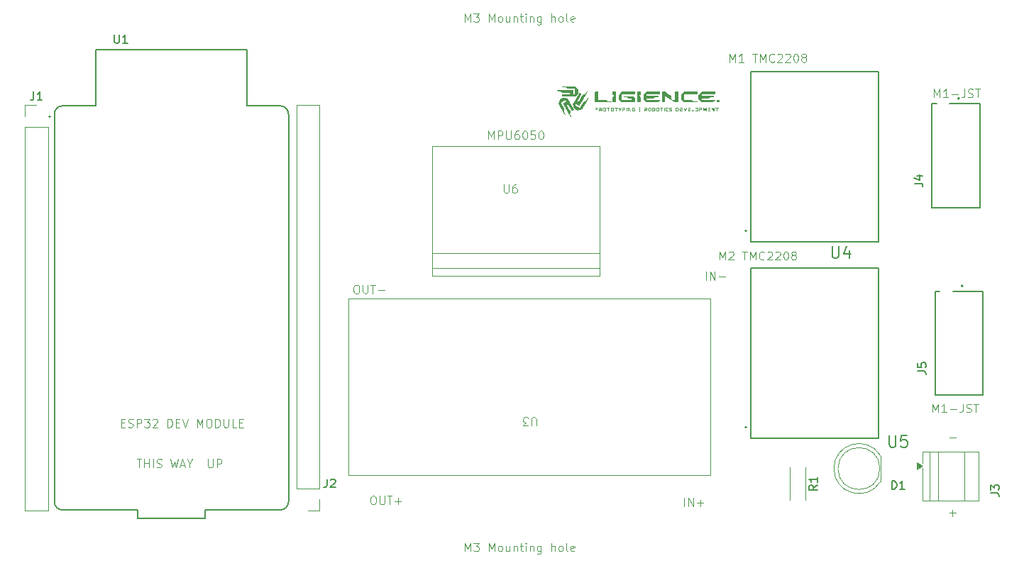
<source format=gbr>
G04 #@! TF.GenerationSoftware,KiCad,Pcbnew,9.0.4*
G04 #@! TF.CreationDate,2026-02-27T08:05:58+01:00*
G04 #@! TF.ProjectId,SABR PCB BOARD PROJECT,53414252-2050-4434-9220-424f41524420,rev?*
G04 #@! TF.SameCoordinates,Original*
G04 #@! TF.FileFunction,Legend,Top*
G04 #@! TF.FilePolarity,Positive*
%FSLAX46Y46*%
G04 Gerber Fmt 4.6, Leading zero omitted, Abs format (unit mm)*
G04 Created by KiCad (PCBNEW 9.0.4) date 2026-02-27 08:05:58*
%MOMM*%
%LPD*%
G01*
G04 APERTURE LIST*
%ADD10C,0.100000*%
%ADD11C,0.150000*%
%ADD12C,0.127000*%
%ADD13C,0.200000*%
%ADD14C,0.120000*%
%ADD15C,0.000000*%
G04 APERTURE END LIST*
D10*
X97503884Y-103272419D02*
X97503884Y-102272419D01*
X97503884Y-102272419D02*
X97837217Y-102986704D01*
X97837217Y-102986704D02*
X98170550Y-102272419D01*
X98170550Y-102272419D02*
X98170550Y-103272419D01*
X98551503Y-102272419D02*
X99170550Y-102272419D01*
X99170550Y-102272419D02*
X98837217Y-102653371D01*
X98837217Y-102653371D02*
X98980074Y-102653371D01*
X98980074Y-102653371D02*
X99075312Y-102700990D01*
X99075312Y-102700990D02*
X99122931Y-102748609D01*
X99122931Y-102748609D02*
X99170550Y-102843847D01*
X99170550Y-102843847D02*
X99170550Y-103081942D01*
X99170550Y-103081942D02*
X99122931Y-103177180D01*
X99122931Y-103177180D02*
X99075312Y-103224800D01*
X99075312Y-103224800D02*
X98980074Y-103272419D01*
X98980074Y-103272419D02*
X98694360Y-103272419D01*
X98694360Y-103272419D02*
X98599122Y-103224800D01*
X98599122Y-103224800D02*
X98551503Y-103177180D01*
X100361027Y-103272419D02*
X100361027Y-102272419D01*
X100361027Y-102272419D02*
X100694360Y-102986704D01*
X100694360Y-102986704D02*
X101027693Y-102272419D01*
X101027693Y-102272419D02*
X101027693Y-103272419D01*
X101646741Y-103272419D02*
X101551503Y-103224800D01*
X101551503Y-103224800D02*
X101503884Y-103177180D01*
X101503884Y-103177180D02*
X101456265Y-103081942D01*
X101456265Y-103081942D02*
X101456265Y-102796228D01*
X101456265Y-102796228D02*
X101503884Y-102700990D01*
X101503884Y-102700990D02*
X101551503Y-102653371D01*
X101551503Y-102653371D02*
X101646741Y-102605752D01*
X101646741Y-102605752D02*
X101789598Y-102605752D01*
X101789598Y-102605752D02*
X101884836Y-102653371D01*
X101884836Y-102653371D02*
X101932455Y-102700990D01*
X101932455Y-102700990D02*
X101980074Y-102796228D01*
X101980074Y-102796228D02*
X101980074Y-103081942D01*
X101980074Y-103081942D02*
X101932455Y-103177180D01*
X101932455Y-103177180D02*
X101884836Y-103224800D01*
X101884836Y-103224800D02*
X101789598Y-103272419D01*
X101789598Y-103272419D02*
X101646741Y-103272419D01*
X102837217Y-102605752D02*
X102837217Y-103272419D01*
X102408646Y-102605752D02*
X102408646Y-103129561D01*
X102408646Y-103129561D02*
X102456265Y-103224800D01*
X102456265Y-103224800D02*
X102551503Y-103272419D01*
X102551503Y-103272419D02*
X102694360Y-103272419D01*
X102694360Y-103272419D02*
X102789598Y-103224800D01*
X102789598Y-103224800D02*
X102837217Y-103177180D01*
X103313408Y-102605752D02*
X103313408Y-103272419D01*
X103313408Y-102700990D02*
X103361027Y-102653371D01*
X103361027Y-102653371D02*
X103456265Y-102605752D01*
X103456265Y-102605752D02*
X103599122Y-102605752D01*
X103599122Y-102605752D02*
X103694360Y-102653371D01*
X103694360Y-102653371D02*
X103741979Y-102748609D01*
X103741979Y-102748609D02*
X103741979Y-103272419D01*
X104075313Y-102605752D02*
X104456265Y-102605752D01*
X104218170Y-102272419D02*
X104218170Y-103129561D01*
X104218170Y-103129561D02*
X104265789Y-103224800D01*
X104265789Y-103224800D02*
X104361027Y-103272419D01*
X104361027Y-103272419D02*
X104456265Y-103272419D01*
X104789599Y-103272419D02*
X104789599Y-102605752D01*
X104789599Y-102272419D02*
X104741980Y-102320038D01*
X104741980Y-102320038D02*
X104789599Y-102367657D01*
X104789599Y-102367657D02*
X104837218Y-102320038D01*
X104837218Y-102320038D02*
X104789599Y-102272419D01*
X104789599Y-102272419D02*
X104789599Y-102367657D01*
X105265789Y-102605752D02*
X105265789Y-103272419D01*
X105265789Y-102700990D02*
X105313408Y-102653371D01*
X105313408Y-102653371D02*
X105408646Y-102605752D01*
X105408646Y-102605752D02*
X105551503Y-102605752D01*
X105551503Y-102605752D02*
X105646741Y-102653371D01*
X105646741Y-102653371D02*
X105694360Y-102748609D01*
X105694360Y-102748609D02*
X105694360Y-103272419D01*
X106599122Y-102605752D02*
X106599122Y-103415276D01*
X106599122Y-103415276D02*
X106551503Y-103510514D01*
X106551503Y-103510514D02*
X106503884Y-103558133D01*
X106503884Y-103558133D02*
X106408646Y-103605752D01*
X106408646Y-103605752D02*
X106265789Y-103605752D01*
X106265789Y-103605752D02*
X106170551Y-103558133D01*
X106599122Y-103224800D02*
X106503884Y-103272419D01*
X106503884Y-103272419D02*
X106313408Y-103272419D01*
X106313408Y-103272419D02*
X106218170Y-103224800D01*
X106218170Y-103224800D02*
X106170551Y-103177180D01*
X106170551Y-103177180D02*
X106122932Y-103081942D01*
X106122932Y-103081942D02*
X106122932Y-102796228D01*
X106122932Y-102796228D02*
X106170551Y-102700990D01*
X106170551Y-102700990D02*
X106218170Y-102653371D01*
X106218170Y-102653371D02*
X106313408Y-102605752D01*
X106313408Y-102605752D02*
X106503884Y-102605752D01*
X106503884Y-102605752D02*
X106599122Y-102653371D01*
X107837218Y-103272419D02*
X107837218Y-102272419D01*
X108265789Y-103272419D02*
X108265789Y-102748609D01*
X108265789Y-102748609D02*
X108218170Y-102653371D01*
X108218170Y-102653371D02*
X108122932Y-102605752D01*
X108122932Y-102605752D02*
X107980075Y-102605752D01*
X107980075Y-102605752D02*
X107884837Y-102653371D01*
X107884837Y-102653371D02*
X107837218Y-102700990D01*
X108884837Y-103272419D02*
X108789599Y-103224800D01*
X108789599Y-103224800D02*
X108741980Y-103177180D01*
X108741980Y-103177180D02*
X108694361Y-103081942D01*
X108694361Y-103081942D02*
X108694361Y-102796228D01*
X108694361Y-102796228D02*
X108741980Y-102700990D01*
X108741980Y-102700990D02*
X108789599Y-102653371D01*
X108789599Y-102653371D02*
X108884837Y-102605752D01*
X108884837Y-102605752D02*
X109027694Y-102605752D01*
X109027694Y-102605752D02*
X109122932Y-102653371D01*
X109122932Y-102653371D02*
X109170551Y-102700990D01*
X109170551Y-102700990D02*
X109218170Y-102796228D01*
X109218170Y-102796228D02*
X109218170Y-103081942D01*
X109218170Y-103081942D02*
X109170551Y-103177180D01*
X109170551Y-103177180D02*
X109122932Y-103224800D01*
X109122932Y-103224800D02*
X109027694Y-103272419D01*
X109027694Y-103272419D02*
X108884837Y-103272419D01*
X109789599Y-103272419D02*
X109694361Y-103224800D01*
X109694361Y-103224800D02*
X109646742Y-103129561D01*
X109646742Y-103129561D02*
X109646742Y-102272419D01*
X110551504Y-103224800D02*
X110456266Y-103272419D01*
X110456266Y-103272419D02*
X110265790Y-103272419D01*
X110265790Y-103272419D02*
X110170552Y-103224800D01*
X110170552Y-103224800D02*
X110122933Y-103129561D01*
X110122933Y-103129561D02*
X110122933Y-102748609D01*
X110122933Y-102748609D02*
X110170552Y-102653371D01*
X110170552Y-102653371D02*
X110265790Y-102605752D01*
X110265790Y-102605752D02*
X110456266Y-102605752D01*
X110456266Y-102605752D02*
X110551504Y-102653371D01*
X110551504Y-102653371D02*
X110599123Y-102748609D01*
X110599123Y-102748609D02*
X110599123Y-102843847D01*
X110599123Y-102843847D02*
X110122933Y-102939085D01*
X84494360Y-71472419D02*
X84684836Y-71472419D01*
X84684836Y-71472419D02*
X84780074Y-71520038D01*
X84780074Y-71520038D02*
X84875312Y-71615276D01*
X84875312Y-71615276D02*
X84922931Y-71805752D01*
X84922931Y-71805752D02*
X84922931Y-72139085D01*
X84922931Y-72139085D02*
X84875312Y-72329561D01*
X84875312Y-72329561D02*
X84780074Y-72424800D01*
X84780074Y-72424800D02*
X84684836Y-72472419D01*
X84684836Y-72472419D02*
X84494360Y-72472419D01*
X84494360Y-72472419D02*
X84399122Y-72424800D01*
X84399122Y-72424800D02*
X84303884Y-72329561D01*
X84303884Y-72329561D02*
X84256265Y-72139085D01*
X84256265Y-72139085D02*
X84256265Y-71805752D01*
X84256265Y-71805752D02*
X84303884Y-71615276D01*
X84303884Y-71615276D02*
X84399122Y-71520038D01*
X84399122Y-71520038D02*
X84494360Y-71472419D01*
X85351503Y-71472419D02*
X85351503Y-72281942D01*
X85351503Y-72281942D02*
X85399122Y-72377180D01*
X85399122Y-72377180D02*
X85446741Y-72424800D01*
X85446741Y-72424800D02*
X85541979Y-72472419D01*
X85541979Y-72472419D02*
X85732455Y-72472419D01*
X85732455Y-72472419D02*
X85827693Y-72424800D01*
X85827693Y-72424800D02*
X85875312Y-72377180D01*
X85875312Y-72377180D02*
X85922931Y-72281942D01*
X85922931Y-72281942D02*
X85922931Y-71472419D01*
X86256265Y-71472419D02*
X86827693Y-71472419D01*
X86541979Y-72472419D02*
X86541979Y-71472419D01*
X87161027Y-72091466D02*
X87922932Y-72091466D01*
X126303884Y-70872419D02*
X126303884Y-69872419D01*
X126780074Y-70872419D02*
X126780074Y-69872419D01*
X126780074Y-69872419D02*
X127351502Y-70872419D01*
X127351502Y-70872419D02*
X127351502Y-69872419D01*
X127827693Y-70491466D02*
X128589598Y-70491466D01*
X56503884Y-87948609D02*
X56837217Y-87948609D01*
X56980074Y-88472419D02*
X56503884Y-88472419D01*
X56503884Y-88472419D02*
X56503884Y-87472419D01*
X56503884Y-87472419D02*
X56980074Y-87472419D01*
X57361027Y-88424800D02*
X57503884Y-88472419D01*
X57503884Y-88472419D02*
X57741979Y-88472419D01*
X57741979Y-88472419D02*
X57837217Y-88424800D01*
X57837217Y-88424800D02*
X57884836Y-88377180D01*
X57884836Y-88377180D02*
X57932455Y-88281942D01*
X57932455Y-88281942D02*
X57932455Y-88186704D01*
X57932455Y-88186704D02*
X57884836Y-88091466D01*
X57884836Y-88091466D02*
X57837217Y-88043847D01*
X57837217Y-88043847D02*
X57741979Y-87996228D01*
X57741979Y-87996228D02*
X57551503Y-87948609D01*
X57551503Y-87948609D02*
X57456265Y-87900990D01*
X57456265Y-87900990D02*
X57408646Y-87853371D01*
X57408646Y-87853371D02*
X57361027Y-87758133D01*
X57361027Y-87758133D02*
X57361027Y-87662895D01*
X57361027Y-87662895D02*
X57408646Y-87567657D01*
X57408646Y-87567657D02*
X57456265Y-87520038D01*
X57456265Y-87520038D02*
X57551503Y-87472419D01*
X57551503Y-87472419D02*
X57789598Y-87472419D01*
X57789598Y-87472419D02*
X57932455Y-87520038D01*
X58361027Y-88472419D02*
X58361027Y-87472419D01*
X58361027Y-87472419D02*
X58741979Y-87472419D01*
X58741979Y-87472419D02*
X58837217Y-87520038D01*
X58837217Y-87520038D02*
X58884836Y-87567657D01*
X58884836Y-87567657D02*
X58932455Y-87662895D01*
X58932455Y-87662895D02*
X58932455Y-87805752D01*
X58932455Y-87805752D02*
X58884836Y-87900990D01*
X58884836Y-87900990D02*
X58837217Y-87948609D01*
X58837217Y-87948609D02*
X58741979Y-87996228D01*
X58741979Y-87996228D02*
X58361027Y-87996228D01*
X59265789Y-87472419D02*
X59884836Y-87472419D01*
X59884836Y-87472419D02*
X59551503Y-87853371D01*
X59551503Y-87853371D02*
X59694360Y-87853371D01*
X59694360Y-87853371D02*
X59789598Y-87900990D01*
X59789598Y-87900990D02*
X59837217Y-87948609D01*
X59837217Y-87948609D02*
X59884836Y-88043847D01*
X59884836Y-88043847D02*
X59884836Y-88281942D01*
X59884836Y-88281942D02*
X59837217Y-88377180D01*
X59837217Y-88377180D02*
X59789598Y-88424800D01*
X59789598Y-88424800D02*
X59694360Y-88472419D01*
X59694360Y-88472419D02*
X59408646Y-88472419D01*
X59408646Y-88472419D02*
X59313408Y-88424800D01*
X59313408Y-88424800D02*
X59265789Y-88377180D01*
X60265789Y-87567657D02*
X60313408Y-87520038D01*
X60313408Y-87520038D02*
X60408646Y-87472419D01*
X60408646Y-87472419D02*
X60646741Y-87472419D01*
X60646741Y-87472419D02*
X60741979Y-87520038D01*
X60741979Y-87520038D02*
X60789598Y-87567657D01*
X60789598Y-87567657D02*
X60837217Y-87662895D01*
X60837217Y-87662895D02*
X60837217Y-87758133D01*
X60837217Y-87758133D02*
X60789598Y-87900990D01*
X60789598Y-87900990D02*
X60218170Y-88472419D01*
X60218170Y-88472419D02*
X60837217Y-88472419D01*
X62027694Y-88472419D02*
X62027694Y-87472419D01*
X62027694Y-87472419D02*
X62265789Y-87472419D01*
X62265789Y-87472419D02*
X62408646Y-87520038D01*
X62408646Y-87520038D02*
X62503884Y-87615276D01*
X62503884Y-87615276D02*
X62551503Y-87710514D01*
X62551503Y-87710514D02*
X62599122Y-87900990D01*
X62599122Y-87900990D02*
X62599122Y-88043847D01*
X62599122Y-88043847D02*
X62551503Y-88234323D01*
X62551503Y-88234323D02*
X62503884Y-88329561D01*
X62503884Y-88329561D02*
X62408646Y-88424800D01*
X62408646Y-88424800D02*
X62265789Y-88472419D01*
X62265789Y-88472419D02*
X62027694Y-88472419D01*
X63027694Y-87948609D02*
X63361027Y-87948609D01*
X63503884Y-88472419D02*
X63027694Y-88472419D01*
X63027694Y-88472419D02*
X63027694Y-87472419D01*
X63027694Y-87472419D02*
X63503884Y-87472419D01*
X63789599Y-87472419D02*
X64122932Y-88472419D01*
X64122932Y-88472419D02*
X64456265Y-87472419D01*
X65551504Y-88472419D02*
X65551504Y-87472419D01*
X65551504Y-87472419D02*
X65884837Y-88186704D01*
X65884837Y-88186704D02*
X66218170Y-87472419D01*
X66218170Y-87472419D02*
X66218170Y-88472419D01*
X66884837Y-87472419D02*
X67075313Y-87472419D01*
X67075313Y-87472419D02*
X67170551Y-87520038D01*
X67170551Y-87520038D02*
X67265789Y-87615276D01*
X67265789Y-87615276D02*
X67313408Y-87805752D01*
X67313408Y-87805752D02*
X67313408Y-88139085D01*
X67313408Y-88139085D02*
X67265789Y-88329561D01*
X67265789Y-88329561D02*
X67170551Y-88424800D01*
X67170551Y-88424800D02*
X67075313Y-88472419D01*
X67075313Y-88472419D02*
X66884837Y-88472419D01*
X66884837Y-88472419D02*
X66789599Y-88424800D01*
X66789599Y-88424800D02*
X66694361Y-88329561D01*
X66694361Y-88329561D02*
X66646742Y-88139085D01*
X66646742Y-88139085D02*
X66646742Y-87805752D01*
X66646742Y-87805752D02*
X66694361Y-87615276D01*
X66694361Y-87615276D02*
X66789599Y-87520038D01*
X66789599Y-87520038D02*
X66884837Y-87472419D01*
X67741980Y-88472419D02*
X67741980Y-87472419D01*
X67741980Y-87472419D02*
X67980075Y-87472419D01*
X67980075Y-87472419D02*
X68122932Y-87520038D01*
X68122932Y-87520038D02*
X68218170Y-87615276D01*
X68218170Y-87615276D02*
X68265789Y-87710514D01*
X68265789Y-87710514D02*
X68313408Y-87900990D01*
X68313408Y-87900990D02*
X68313408Y-88043847D01*
X68313408Y-88043847D02*
X68265789Y-88234323D01*
X68265789Y-88234323D02*
X68218170Y-88329561D01*
X68218170Y-88329561D02*
X68122932Y-88424800D01*
X68122932Y-88424800D02*
X67980075Y-88472419D01*
X67980075Y-88472419D02*
X67741980Y-88472419D01*
X68741980Y-87472419D02*
X68741980Y-88281942D01*
X68741980Y-88281942D02*
X68789599Y-88377180D01*
X68789599Y-88377180D02*
X68837218Y-88424800D01*
X68837218Y-88424800D02*
X68932456Y-88472419D01*
X68932456Y-88472419D02*
X69122932Y-88472419D01*
X69122932Y-88472419D02*
X69218170Y-88424800D01*
X69218170Y-88424800D02*
X69265789Y-88377180D01*
X69265789Y-88377180D02*
X69313408Y-88281942D01*
X69313408Y-88281942D02*
X69313408Y-87472419D01*
X70265789Y-88472419D02*
X69789599Y-88472419D01*
X69789599Y-88472419D02*
X69789599Y-87472419D01*
X70599123Y-87948609D02*
X70932456Y-87948609D01*
X71075313Y-88472419D02*
X70599123Y-88472419D01*
X70599123Y-88472419D02*
X70599123Y-87472419D01*
X70599123Y-87472419D02*
X71075313Y-87472419D01*
X153303884Y-86672419D02*
X153303884Y-85672419D01*
X153303884Y-85672419D02*
X153637217Y-86386704D01*
X153637217Y-86386704D02*
X153970550Y-85672419D01*
X153970550Y-85672419D02*
X153970550Y-86672419D01*
X154970550Y-86672419D02*
X154399122Y-86672419D01*
X154684836Y-86672419D02*
X154684836Y-85672419D01*
X154684836Y-85672419D02*
X154589598Y-85815276D01*
X154589598Y-85815276D02*
X154494360Y-85910514D01*
X154494360Y-85910514D02*
X154399122Y-85958133D01*
X155399122Y-86291466D02*
X156161027Y-86291466D01*
X156922931Y-85672419D02*
X156922931Y-86386704D01*
X156922931Y-86386704D02*
X156875312Y-86529561D01*
X156875312Y-86529561D02*
X156780074Y-86624800D01*
X156780074Y-86624800D02*
X156637217Y-86672419D01*
X156637217Y-86672419D02*
X156541979Y-86672419D01*
X157351503Y-86624800D02*
X157494360Y-86672419D01*
X157494360Y-86672419D02*
X157732455Y-86672419D01*
X157732455Y-86672419D02*
X157827693Y-86624800D01*
X157827693Y-86624800D02*
X157875312Y-86577180D01*
X157875312Y-86577180D02*
X157922931Y-86481942D01*
X157922931Y-86481942D02*
X157922931Y-86386704D01*
X157922931Y-86386704D02*
X157875312Y-86291466D01*
X157875312Y-86291466D02*
X157827693Y-86243847D01*
X157827693Y-86243847D02*
X157732455Y-86196228D01*
X157732455Y-86196228D02*
X157541979Y-86148609D01*
X157541979Y-86148609D02*
X157446741Y-86100990D01*
X157446741Y-86100990D02*
X157399122Y-86053371D01*
X157399122Y-86053371D02*
X157351503Y-85958133D01*
X157351503Y-85958133D02*
X157351503Y-85862895D01*
X157351503Y-85862895D02*
X157399122Y-85767657D01*
X157399122Y-85767657D02*
X157446741Y-85720038D01*
X157446741Y-85720038D02*
X157541979Y-85672419D01*
X157541979Y-85672419D02*
X157780074Y-85672419D01*
X157780074Y-85672419D02*
X157922931Y-85720038D01*
X158208646Y-85672419D02*
X158780074Y-85672419D01*
X158494360Y-86672419D02*
X158494360Y-85672419D01*
X86494360Y-96672419D02*
X86684836Y-96672419D01*
X86684836Y-96672419D02*
X86780074Y-96720038D01*
X86780074Y-96720038D02*
X86875312Y-96815276D01*
X86875312Y-96815276D02*
X86922931Y-97005752D01*
X86922931Y-97005752D02*
X86922931Y-97339085D01*
X86922931Y-97339085D02*
X86875312Y-97529561D01*
X86875312Y-97529561D02*
X86780074Y-97624800D01*
X86780074Y-97624800D02*
X86684836Y-97672419D01*
X86684836Y-97672419D02*
X86494360Y-97672419D01*
X86494360Y-97672419D02*
X86399122Y-97624800D01*
X86399122Y-97624800D02*
X86303884Y-97529561D01*
X86303884Y-97529561D02*
X86256265Y-97339085D01*
X86256265Y-97339085D02*
X86256265Y-97005752D01*
X86256265Y-97005752D02*
X86303884Y-96815276D01*
X86303884Y-96815276D02*
X86399122Y-96720038D01*
X86399122Y-96720038D02*
X86494360Y-96672419D01*
X87351503Y-96672419D02*
X87351503Y-97481942D01*
X87351503Y-97481942D02*
X87399122Y-97577180D01*
X87399122Y-97577180D02*
X87446741Y-97624800D01*
X87446741Y-97624800D02*
X87541979Y-97672419D01*
X87541979Y-97672419D02*
X87732455Y-97672419D01*
X87732455Y-97672419D02*
X87827693Y-97624800D01*
X87827693Y-97624800D02*
X87875312Y-97577180D01*
X87875312Y-97577180D02*
X87922931Y-97481942D01*
X87922931Y-97481942D02*
X87922931Y-96672419D01*
X88256265Y-96672419D02*
X88827693Y-96672419D01*
X88541979Y-97672419D02*
X88541979Y-96672419D01*
X89161027Y-97291466D02*
X89922932Y-97291466D01*
X89541979Y-97672419D02*
X89541979Y-96910514D01*
X155303884Y-98691466D02*
X156065789Y-98691466D01*
X155684836Y-99072419D02*
X155684836Y-98310514D01*
X153503884Y-49072419D02*
X153503884Y-48072419D01*
X153503884Y-48072419D02*
X153837217Y-48786704D01*
X153837217Y-48786704D02*
X154170550Y-48072419D01*
X154170550Y-48072419D02*
X154170550Y-49072419D01*
X155170550Y-49072419D02*
X154599122Y-49072419D01*
X154884836Y-49072419D02*
X154884836Y-48072419D01*
X154884836Y-48072419D02*
X154789598Y-48215276D01*
X154789598Y-48215276D02*
X154694360Y-48310514D01*
X154694360Y-48310514D02*
X154599122Y-48358133D01*
X155599122Y-48691466D02*
X156361027Y-48691466D01*
X157122931Y-48072419D02*
X157122931Y-48786704D01*
X157122931Y-48786704D02*
X157075312Y-48929561D01*
X157075312Y-48929561D02*
X156980074Y-49024800D01*
X156980074Y-49024800D02*
X156837217Y-49072419D01*
X156837217Y-49072419D02*
X156741979Y-49072419D01*
X157551503Y-49024800D02*
X157694360Y-49072419D01*
X157694360Y-49072419D02*
X157932455Y-49072419D01*
X157932455Y-49072419D02*
X158027693Y-49024800D01*
X158027693Y-49024800D02*
X158075312Y-48977180D01*
X158075312Y-48977180D02*
X158122931Y-48881942D01*
X158122931Y-48881942D02*
X158122931Y-48786704D01*
X158122931Y-48786704D02*
X158075312Y-48691466D01*
X158075312Y-48691466D02*
X158027693Y-48643847D01*
X158027693Y-48643847D02*
X157932455Y-48596228D01*
X157932455Y-48596228D02*
X157741979Y-48548609D01*
X157741979Y-48548609D02*
X157646741Y-48500990D01*
X157646741Y-48500990D02*
X157599122Y-48453371D01*
X157599122Y-48453371D02*
X157551503Y-48358133D01*
X157551503Y-48358133D02*
X157551503Y-48262895D01*
X157551503Y-48262895D02*
X157599122Y-48167657D01*
X157599122Y-48167657D02*
X157646741Y-48120038D01*
X157646741Y-48120038D02*
X157741979Y-48072419D01*
X157741979Y-48072419D02*
X157980074Y-48072419D01*
X157980074Y-48072419D02*
X158122931Y-48120038D01*
X158408646Y-48072419D02*
X158980074Y-48072419D01*
X158694360Y-49072419D02*
X158694360Y-48072419D01*
X123703884Y-97872419D02*
X123703884Y-96872419D01*
X124180074Y-97872419D02*
X124180074Y-96872419D01*
X124180074Y-96872419D02*
X124751502Y-97872419D01*
X124751502Y-97872419D02*
X124751502Y-96872419D01*
X125227693Y-97491466D02*
X125989598Y-97491466D01*
X125608645Y-97872419D02*
X125608645Y-97110514D01*
X129103884Y-44872419D02*
X129103884Y-43872419D01*
X129103884Y-43872419D02*
X129437217Y-44586704D01*
X129437217Y-44586704D02*
X129770550Y-43872419D01*
X129770550Y-43872419D02*
X129770550Y-44872419D01*
X130770550Y-44872419D02*
X130199122Y-44872419D01*
X130484836Y-44872419D02*
X130484836Y-43872419D01*
X130484836Y-43872419D02*
X130389598Y-44015276D01*
X130389598Y-44015276D02*
X130294360Y-44110514D01*
X130294360Y-44110514D02*
X130199122Y-44158133D01*
X131818170Y-43872419D02*
X132389598Y-43872419D01*
X132103884Y-44872419D02*
X132103884Y-43872419D01*
X132722932Y-44872419D02*
X132722932Y-43872419D01*
X132722932Y-43872419D02*
X133056265Y-44586704D01*
X133056265Y-44586704D02*
X133389598Y-43872419D01*
X133389598Y-43872419D02*
X133389598Y-44872419D01*
X134437217Y-44777180D02*
X134389598Y-44824800D01*
X134389598Y-44824800D02*
X134246741Y-44872419D01*
X134246741Y-44872419D02*
X134151503Y-44872419D01*
X134151503Y-44872419D02*
X134008646Y-44824800D01*
X134008646Y-44824800D02*
X133913408Y-44729561D01*
X133913408Y-44729561D02*
X133865789Y-44634323D01*
X133865789Y-44634323D02*
X133818170Y-44443847D01*
X133818170Y-44443847D02*
X133818170Y-44300990D01*
X133818170Y-44300990D02*
X133865789Y-44110514D01*
X133865789Y-44110514D02*
X133913408Y-44015276D01*
X133913408Y-44015276D02*
X134008646Y-43920038D01*
X134008646Y-43920038D02*
X134151503Y-43872419D01*
X134151503Y-43872419D02*
X134246741Y-43872419D01*
X134246741Y-43872419D02*
X134389598Y-43920038D01*
X134389598Y-43920038D02*
X134437217Y-43967657D01*
X134818170Y-43967657D02*
X134865789Y-43920038D01*
X134865789Y-43920038D02*
X134961027Y-43872419D01*
X134961027Y-43872419D02*
X135199122Y-43872419D01*
X135199122Y-43872419D02*
X135294360Y-43920038D01*
X135294360Y-43920038D02*
X135341979Y-43967657D01*
X135341979Y-43967657D02*
X135389598Y-44062895D01*
X135389598Y-44062895D02*
X135389598Y-44158133D01*
X135389598Y-44158133D02*
X135341979Y-44300990D01*
X135341979Y-44300990D02*
X134770551Y-44872419D01*
X134770551Y-44872419D02*
X135389598Y-44872419D01*
X135770551Y-43967657D02*
X135818170Y-43920038D01*
X135818170Y-43920038D02*
X135913408Y-43872419D01*
X135913408Y-43872419D02*
X136151503Y-43872419D01*
X136151503Y-43872419D02*
X136246741Y-43920038D01*
X136246741Y-43920038D02*
X136294360Y-43967657D01*
X136294360Y-43967657D02*
X136341979Y-44062895D01*
X136341979Y-44062895D02*
X136341979Y-44158133D01*
X136341979Y-44158133D02*
X136294360Y-44300990D01*
X136294360Y-44300990D02*
X135722932Y-44872419D01*
X135722932Y-44872419D02*
X136341979Y-44872419D01*
X136961027Y-43872419D02*
X137056265Y-43872419D01*
X137056265Y-43872419D02*
X137151503Y-43920038D01*
X137151503Y-43920038D02*
X137199122Y-43967657D01*
X137199122Y-43967657D02*
X137246741Y-44062895D01*
X137246741Y-44062895D02*
X137294360Y-44253371D01*
X137294360Y-44253371D02*
X137294360Y-44491466D01*
X137294360Y-44491466D02*
X137246741Y-44681942D01*
X137246741Y-44681942D02*
X137199122Y-44777180D01*
X137199122Y-44777180D02*
X137151503Y-44824800D01*
X137151503Y-44824800D02*
X137056265Y-44872419D01*
X137056265Y-44872419D02*
X136961027Y-44872419D01*
X136961027Y-44872419D02*
X136865789Y-44824800D01*
X136865789Y-44824800D02*
X136818170Y-44777180D01*
X136818170Y-44777180D02*
X136770551Y-44681942D01*
X136770551Y-44681942D02*
X136722932Y-44491466D01*
X136722932Y-44491466D02*
X136722932Y-44253371D01*
X136722932Y-44253371D02*
X136770551Y-44062895D01*
X136770551Y-44062895D02*
X136818170Y-43967657D01*
X136818170Y-43967657D02*
X136865789Y-43920038D01*
X136865789Y-43920038D02*
X136961027Y-43872419D01*
X137865789Y-44300990D02*
X137770551Y-44253371D01*
X137770551Y-44253371D02*
X137722932Y-44205752D01*
X137722932Y-44205752D02*
X137675313Y-44110514D01*
X137675313Y-44110514D02*
X137675313Y-44062895D01*
X137675313Y-44062895D02*
X137722932Y-43967657D01*
X137722932Y-43967657D02*
X137770551Y-43920038D01*
X137770551Y-43920038D02*
X137865789Y-43872419D01*
X137865789Y-43872419D02*
X138056265Y-43872419D01*
X138056265Y-43872419D02*
X138151503Y-43920038D01*
X138151503Y-43920038D02*
X138199122Y-43967657D01*
X138199122Y-43967657D02*
X138246741Y-44062895D01*
X138246741Y-44062895D02*
X138246741Y-44110514D01*
X138246741Y-44110514D02*
X138199122Y-44205752D01*
X138199122Y-44205752D02*
X138151503Y-44253371D01*
X138151503Y-44253371D02*
X138056265Y-44300990D01*
X138056265Y-44300990D02*
X137865789Y-44300990D01*
X137865789Y-44300990D02*
X137770551Y-44348609D01*
X137770551Y-44348609D02*
X137722932Y-44396228D01*
X137722932Y-44396228D02*
X137675313Y-44491466D01*
X137675313Y-44491466D02*
X137675313Y-44681942D01*
X137675313Y-44681942D02*
X137722932Y-44777180D01*
X137722932Y-44777180D02*
X137770551Y-44824800D01*
X137770551Y-44824800D02*
X137865789Y-44872419D01*
X137865789Y-44872419D02*
X138056265Y-44872419D01*
X138056265Y-44872419D02*
X138151503Y-44824800D01*
X138151503Y-44824800D02*
X138199122Y-44777180D01*
X138199122Y-44777180D02*
X138246741Y-44681942D01*
X138246741Y-44681942D02*
X138246741Y-44491466D01*
X138246741Y-44491466D02*
X138199122Y-44396228D01*
X138199122Y-44396228D02*
X138151503Y-44348609D01*
X138151503Y-44348609D02*
X138056265Y-44300990D01*
X58361027Y-92272419D02*
X58932455Y-92272419D01*
X58646741Y-93272419D02*
X58646741Y-92272419D01*
X59265789Y-93272419D02*
X59265789Y-92272419D01*
X59265789Y-92748609D02*
X59837217Y-92748609D01*
X59837217Y-93272419D02*
X59837217Y-92272419D01*
X60313408Y-93272419D02*
X60313408Y-92272419D01*
X60741979Y-93224800D02*
X60884836Y-93272419D01*
X60884836Y-93272419D02*
X61122931Y-93272419D01*
X61122931Y-93272419D02*
X61218169Y-93224800D01*
X61218169Y-93224800D02*
X61265788Y-93177180D01*
X61265788Y-93177180D02*
X61313407Y-93081942D01*
X61313407Y-93081942D02*
X61313407Y-92986704D01*
X61313407Y-92986704D02*
X61265788Y-92891466D01*
X61265788Y-92891466D02*
X61218169Y-92843847D01*
X61218169Y-92843847D02*
X61122931Y-92796228D01*
X61122931Y-92796228D02*
X60932455Y-92748609D01*
X60932455Y-92748609D02*
X60837217Y-92700990D01*
X60837217Y-92700990D02*
X60789598Y-92653371D01*
X60789598Y-92653371D02*
X60741979Y-92558133D01*
X60741979Y-92558133D02*
X60741979Y-92462895D01*
X60741979Y-92462895D02*
X60789598Y-92367657D01*
X60789598Y-92367657D02*
X60837217Y-92320038D01*
X60837217Y-92320038D02*
X60932455Y-92272419D01*
X60932455Y-92272419D02*
X61170550Y-92272419D01*
X61170550Y-92272419D02*
X61313407Y-92320038D01*
X62408646Y-92272419D02*
X62646741Y-93272419D01*
X62646741Y-93272419D02*
X62837217Y-92558133D01*
X62837217Y-92558133D02*
X63027693Y-93272419D01*
X63027693Y-93272419D02*
X63265789Y-92272419D01*
X63599122Y-92986704D02*
X64075312Y-92986704D01*
X63503884Y-93272419D02*
X63837217Y-92272419D01*
X63837217Y-92272419D02*
X64170550Y-93272419D01*
X64694360Y-92796228D02*
X64694360Y-93272419D01*
X64361027Y-92272419D02*
X64694360Y-92796228D01*
X64694360Y-92796228D02*
X65027693Y-92272419D01*
X66884837Y-92272419D02*
X66884837Y-93081942D01*
X66884837Y-93081942D02*
X66932456Y-93177180D01*
X66932456Y-93177180D02*
X66980075Y-93224800D01*
X66980075Y-93224800D02*
X67075313Y-93272419D01*
X67075313Y-93272419D02*
X67265789Y-93272419D01*
X67265789Y-93272419D02*
X67361027Y-93224800D01*
X67361027Y-93224800D02*
X67408646Y-93177180D01*
X67408646Y-93177180D02*
X67456265Y-93081942D01*
X67456265Y-93081942D02*
X67456265Y-92272419D01*
X67932456Y-93272419D02*
X67932456Y-92272419D01*
X67932456Y-92272419D02*
X68313408Y-92272419D01*
X68313408Y-92272419D02*
X68408646Y-92320038D01*
X68408646Y-92320038D02*
X68456265Y-92367657D01*
X68456265Y-92367657D02*
X68503884Y-92462895D01*
X68503884Y-92462895D02*
X68503884Y-92605752D01*
X68503884Y-92605752D02*
X68456265Y-92700990D01*
X68456265Y-92700990D02*
X68408646Y-92748609D01*
X68408646Y-92748609D02*
X68313408Y-92796228D01*
X68313408Y-92796228D02*
X67932456Y-92796228D01*
X97503884Y-40072419D02*
X97503884Y-39072419D01*
X97503884Y-39072419D02*
X97837217Y-39786704D01*
X97837217Y-39786704D02*
X98170550Y-39072419D01*
X98170550Y-39072419D02*
X98170550Y-40072419D01*
X98551503Y-39072419D02*
X99170550Y-39072419D01*
X99170550Y-39072419D02*
X98837217Y-39453371D01*
X98837217Y-39453371D02*
X98980074Y-39453371D01*
X98980074Y-39453371D02*
X99075312Y-39500990D01*
X99075312Y-39500990D02*
X99122931Y-39548609D01*
X99122931Y-39548609D02*
X99170550Y-39643847D01*
X99170550Y-39643847D02*
X99170550Y-39881942D01*
X99170550Y-39881942D02*
X99122931Y-39977180D01*
X99122931Y-39977180D02*
X99075312Y-40024800D01*
X99075312Y-40024800D02*
X98980074Y-40072419D01*
X98980074Y-40072419D02*
X98694360Y-40072419D01*
X98694360Y-40072419D02*
X98599122Y-40024800D01*
X98599122Y-40024800D02*
X98551503Y-39977180D01*
X100361027Y-40072419D02*
X100361027Y-39072419D01*
X100361027Y-39072419D02*
X100694360Y-39786704D01*
X100694360Y-39786704D02*
X101027693Y-39072419D01*
X101027693Y-39072419D02*
X101027693Y-40072419D01*
X101646741Y-40072419D02*
X101551503Y-40024800D01*
X101551503Y-40024800D02*
X101503884Y-39977180D01*
X101503884Y-39977180D02*
X101456265Y-39881942D01*
X101456265Y-39881942D02*
X101456265Y-39596228D01*
X101456265Y-39596228D02*
X101503884Y-39500990D01*
X101503884Y-39500990D02*
X101551503Y-39453371D01*
X101551503Y-39453371D02*
X101646741Y-39405752D01*
X101646741Y-39405752D02*
X101789598Y-39405752D01*
X101789598Y-39405752D02*
X101884836Y-39453371D01*
X101884836Y-39453371D02*
X101932455Y-39500990D01*
X101932455Y-39500990D02*
X101980074Y-39596228D01*
X101980074Y-39596228D02*
X101980074Y-39881942D01*
X101980074Y-39881942D02*
X101932455Y-39977180D01*
X101932455Y-39977180D02*
X101884836Y-40024800D01*
X101884836Y-40024800D02*
X101789598Y-40072419D01*
X101789598Y-40072419D02*
X101646741Y-40072419D01*
X102837217Y-39405752D02*
X102837217Y-40072419D01*
X102408646Y-39405752D02*
X102408646Y-39929561D01*
X102408646Y-39929561D02*
X102456265Y-40024800D01*
X102456265Y-40024800D02*
X102551503Y-40072419D01*
X102551503Y-40072419D02*
X102694360Y-40072419D01*
X102694360Y-40072419D02*
X102789598Y-40024800D01*
X102789598Y-40024800D02*
X102837217Y-39977180D01*
X103313408Y-39405752D02*
X103313408Y-40072419D01*
X103313408Y-39500990D02*
X103361027Y-39453371D01*
X103361027Y-39453371D02*
X103456265Y-39405752D01*
X103456265Y-39405752D02*
X103599122Y-39405752D01*
X103599122Y-39405752D02*
X103694360Y-39453371D01*
X103694360Y-39453371D02*
X103741979Y-39548609D01*
X103741979Y-39548609D02*
X103741979Y-40072419D01*
X104075313Y-39405752D02*
X104456265Y-39405752D01*
X104218170Y-39072419D02*
X104218170Y-39929561D01*
X104218170Y-39929561D02*
X104265789Y-40024800D01*
X104265789Y-40024800D02*
X104361027Y-40072419D01*
X104361027Y-40072419D02*
X104456265Y-40072419D01*
X104789599Y-40072419D02*
X104789599Y-39405752D01*
X104789599Y-39072419D02*
X104741980Y-39120038D01*
X104741980Y-39120038D02*
X104789599Y-39167657D01*
X104789599Y-39167657D02*
X104837218Y-39120038D01*
X104837218Y-39120038D02*
X104789599Y-39072419D01*
X104789599Y-39072419D02*
X104789599Y-39167657D01*
X105265789Y-39405752D02*
X105265789Y-40072419D01*
X105265789Y-39500990D02*
X105313408Y-39453371D01*
X105313408Y-39453371D02*
X105408646Y-39405752D01*
X105408646Y-39405752D02*
X105551503Y-39405752D01*
X105551503Y-39405752D02*
X105646741Y-39453371D01*
X105646741Y-39453371D02*
X105694360Y-39548609D01*
X105694360Y-39548609D02*
X105694360Y-40072419D01*
X106599122Y-39405752D02*
X106599122Y-40215276D01*
X106599122Y-40215276D02*
X106551503Y-40310514D01*
X106551503Y-40310514D02*
X106503884Y-40358133D01*
X106503884Y-40358133D02*
X106408646Y-40405752D01*
X106408646Y-40405752D02*
X106265789Y-40405752D01*
X106265789Y-40405752D02*
X106170551Y-40358133D01*
X106599122Y-40024800D02*
X106503884Y-40072419D01*
X106503884Y-40072419D02*
X106313408Y-40072419D01*
X106313408Y-40072419D02*
X106218170Y-40024800D01*
X106218170Y-40024800D02*
X106170551Y-39977180D01*
X106170551Y-39977180D02*
X106122932Y-39881942D01*
X106122932Y-39881942D02*
X106122932Y-39596228D01*
X106122932Y-39596228D02*
X106170551Y-39500990D01*
X106170551Y-39500990D02*
X106218170Y-39453371D01*
X106218170Y-39453371D02*
X106313408Y-39405752D01*
X106313408Y-39405752D02*
X106503884Y-39405752D01*
X106503884Y-39405752D02*
X106599122Y-39453371D01*
X107837218Y-40072419D02*
X107837218Y-39072419D01*
X108265789Y-40072419D02*
X108265789Y-39548609D01*
X108265789Y-39548609D02*
X108218170Y-39453371D01*
X108218170Y-39453371D02*
X108122932Y-39405752D01*
X108122932Y-39405752D02*
X107980075Y-39405752D01*
X107980075Y-39405752D02*
X107884837Y-39453371D01*
X107884837Y-39453371D02*
X107837218Y-39500990D01*
X108884837Y-40072419D02*
X108789599Y-40024800D01*
X108789599Y-40024800D02*
X108741980Y-39977180D01*
X108741980Y-39977180D02*
X108694361Y-39881942D01*
X108694361Y-39881942D02*
X108694361Y-39596228D01*
X108694361Y-39596228D02*
X108741980Y-39500990D01*
X108741980Y-39500990D02*
X108789599Y-39453371D01*
X108789599Y-39453371D02*
X108884837Y-39405752D01*
X108884837Y-39405752D02*
X109027694Y-39405752D01*
X109027694Y-39405752D02*
X109122932Y-39453371D01*
X109122932Y-39453371D02*
X109170551Y-39500990D01*
X109170551Y-39500990D02*
X109218170Y-39596228D01*
X109218170Y-39596228D02*
X109218170Y-39881942D01*
X109218170Y-39881942D02*
X109170551Y-39977180D01*
X109170551Y-39977180D02*
X109122932Y-40024800D01*
X109122932Y-40024800D02*
X109027694Y-40072419D01*
X109027694Y-40072419D02*
X108884837Y-40072419D01*
X109789599Y-40072419D02*
X109694361Y-40024800D01*
X109694361Y-40024800D02*
X109646742Y-39929561D01*
X109646742Y-39929561D02*
X109646742Y-39072419D01*
X110551504Y-40024800D02*
X110456266Y-40072419D01*
X110456266Y-40072419D02*
X110265790Y-40072419D01*
X110265790Y-40072419D02*
X110170552Y-40024800D01*
X110170552Y-40024800D02*
X110122933Y-39929561D01*
X110122933Y-39929561D02*
X110122933Y-39548609D01*
X110122933Y-39548609D02*
X110170552Y-39453371D01*
X110170552Y-39453371D02*
X110265790Y-39405752D01*
X110265790Y-39405752D02*
X110456266Y-39405752D01*
X110456266Y-39405752D02*
X110551504Y-39453371D01*
X110551504Y-39453371D02*
X110599123Y-39548609D01*
X110599123Y-39548609D02*
X110599123Y-39643847D01*
X110599123Y-39643847D02*
X110122933Y-39739085D01*
X127903884Y-68472419D02*
X127903884Y-67472419D01*
X127903884Y-67472419D02*
X128237217Y-68186704D01*
X128237217Y-68186704D02*
X128570550Y-67472419D01*
X128570550Y-67472419D02*
X128570550Y-68472419D01*
X128999122Y-67567657D02*
X129046741Y-67520038D01*
X129046741Y-67520038D02*
X129141979Y-67472419D01*
X129141979Y-67472419D02*
X129380074Y-67472419D01*
X129380074Y-67472419D02*
X129475312Y-67520038D01*
X129475312Y-67520038D02*
X129522931Y-67567657D01*
X129522931Y-67567657D02*
X129570550Y-67662895D01*
X129570550Y-67662895D02*
X129570550Y-67758133D01*
X129570550Y-67758133D02*
X129522931Y-67900990D01*
X129522931Y-67900990D02*
X128951503Y-68472419D01*
X128951503Y-68472419D02*
X129570550Y-68472419D01*
X130618170Y-67472419D02*
X131189598Y-67472419D01*
X130903884Y-68472419D02*
X130903884Y-67472419D01*
X131522932Y-68472419D02*
X131522932Y-67472419D01*
X131522932Y-67472419D02*
X131856265Y-68186704D01*
X131856265Y-68186704D02*
X132189598Y-67472419D01*
X132189598Y-67472419D02*
X132189598Y-68472419D01*
X133237217Y-68377180D02*
X133189598Y-68424800D01*
X133189598Y-68424800D02*
X133046741Y-68472419D01*
X133046741Y-68472419D02*
X132951503Y-68472419D01*
X132951503Y-68472419D02*
X132808646Y-68424800D01*
X132808646Y-68424800D02*
X132713408Y-68329561D01*
X132713408Y-68329561D02*
X132665789Y-68234323D01*
X132665789Y-68234323D02*
X132618170Y-68043847D01*
X132618170Y-68043847D02*
X132618170Y-67900990D01*
X132618170Y-67900990D02*
X132665789Y-67710514D01*
X132665789Y-67710514D02*
X132713408Y-67615276D01*
X132713408Y-67615276D02*
X132808646Y-67520038D01*
X132808646Y-67520038D02*
X132951503Y-67472419D01*
X132951503Y-67472419D02*
X133046741Y-67472419D01*
X133046741Y-67472419D02*
X133189598Y-67520038D01*
X133189598Y-67520038D02*
X133237217Y-67567657D01*
X133618170Y-67567657D02*
X133665789Y-67520038D01*
X133665789Y-67520038D02*
X133761027Y-67472419D01*
X133761027Y-67472419D02*
X133999122Y-67472419D01*
X133999122Y-67472419D02*
X134094360Y-67520038D01*
X134094360Y-67520038D02*
X134141979Y-67567657D01*
X134141979Y-67567657D02*
X134189598Y-67662895D01*
X134189598Y-67662895D02*
X134189598Y-67758133D01*
X134189598Y-67758133D02*
X134141979Y-67900990D01*
X134141979Y-67900990D02*
X133570551Y-68472419D01*
X133570551Y-68472419D02*
X134189598Y-68472419D01*
X134570551Y-67567657D02*
X134618170Y-67520038D01*
X134618170Y-67520038D02*
X134713408Y-67472419D01*
X134713408Y-67472419D02*
X134951503Y-67472419D01*
X134951503Y-67472419D02*
X135046741Y-67520038D01*
X135046741Y-67520038D02*
X135094360Y-67567657D01*
X135094360Y-67567657D02*
X135141979Y-67662895D01*
X135141979Y-67662895D02*
X135141979Y-67758133D01*
X135141979Y-67758133D02*
X135094360Y-67900990D01*
X135094360Y-67900990D02*
X134522932Y-68472419D01*
X134522932Y-68472419D02*
X135141979Y-68472419D01*
X135761027Y-67472419D02*
X135856265Y-67472419D01*
X135856265Y-67472419D02*
X135951503Y-67520038D01*
X135951503Y-67520038D02*
X135999122Y-67567657D01*
X135999122Y-67567657D02*
X136046741Y-67662895D01*
X136046741Y-67662895D02*
X136094360Y-67853371D01*
X136094360Y-67853371D02*
X136094360Y-68091466D01*
X136094360Y-68091466D02*
X136046741Y-68281942D01*
X136046741Y-68281942D02*
X135999122Y-68377180D01*
X135999122Y-68377180D02*
X135951503Y-68424800D01*
X135951503Y-68424800D02*
X135856265Y-68472419D01*
X135856265Y-68472419D02*
X135761027Y-68472419D01*
X135761027Y-68472419D02*
X135665789Y-68424800D01*
X135665789Y-68424800D02*
X135618170Y-68377180D01*
X135618170Y-68377180D02*
X135570551Y-68281942D01*
X135570551Y-68281942D02*
X135522932Y-68091466D01*
X135522932Y-68091466D02*
X135522932Y-67853371D01*
X135522932Y-67853371D02*
X135570551Y-67662895D01*
X135570551Y-67662895D02*
X135618170Y-67567657D01*
X135618170Y-67567657D02*
X135665789Y-67520038D01*
X135665789Y-67520038D02*
X135761027Y-67472419D01*
X136665789Y-67900990D02*
X136570551Y-67853371D01*
X136570551Y-67853371D02*
X136522932Y-67805752D01*
X136522932Y-67805752D02*
X136475313Y-67710514D01*
X136475313Y-67710514D02*
X136475313Y-67662895D01*
X136475313Y-67662895D02*
X136522932Y-67567657D01*
X136522932Y-67567657D02*
X136570551Y-67520038D01*
X136570551Y-67520038D02*
X136665789Y-67472419D01*
X136665789Y-67472419D02*
X136856265Y-67472419D01*
X136856265Y-67472419D02*
X136951503Y-67520038D01*
X136951503Y-67520038D02*
X136999122Y-67567657D01*
X136999122Y-67567657D02*
X137046741Y-67662895D01*
X137046741Y-67662895D02*
X137046741Y-67710514D01*
X137046741Y-67710514D02*
X136999122Y-67805752D01*
X136999122Y-67805752D02*
X136951503Y-67853371D01*
X136951503Y-67853371D02*
X136856265Y-67900990D01*
X136856265Y-67900990D02*
X136665789Y-67900990D01*
X136665789Y-67900990D02*
X136570551Y-67948609D01*
X136570551Y-67948609D02*
X136522932Y-67996228D01*
X136522932Y-67996228D02*
X136475313Y-68091466D01*
X136475313Y-68091466D02*
X136475313Y-68281942D01*
X136475313Y-68281942D02*
X136522932Y-68377180D01*
X136522932Y-68377180D02*
X136570551Y-68424800D01*
X136570551Y-68424800D02*
X136665789Y-68472419D01*
X136665789Y-68472419D02*
X136856265Y-68472419D01*
X136856265Y-68472419D02*
X136951503Y-68424800D01*
X136951503Y-68424800D02*
X136999122Y-68377180D01*
X136999122Y-68377180D02*
X137046741Y-68281942D01*
X137046741Y-68281942D02*
X137046741Y-68091466D01*
X137046741Y-68091466D02*
X136999122Y-67996228D01*
X136999122Y-67996228D02*
X136951503Y-67948609D01*
X136951503Y-67948609D02*
X136856265Y-67900990D01*
X155303884Y-89691466D02*
X156065789Y-89691466D01*
X100303884Y-54072419D02*
X100303884Y-53072419D01*
X100303884Y-53072419D02*
X100637217Y-53786704D01*
X100637217Y-53786704D02*
X100970550Y-53072419D01*
X100970550Y-53072419D02*
X100970550Y-54072419D01*
X101446741Y-54072419D02*
X101446741Y-53072419D01*
X101446741Y-53072419D02*
X101827693Y-53072419D01*
X101827693Y-53072419D02*
X101922931Y-53120038D01*
X101922931Y-53120038D02*
X101970550Y-53167657D01*
X101970550Y-53167657D02*
X102018169Y-53262895D01*
X102018169Y-53262895D02*
X102018169Y-53405752D01*
X102018169Y-53405752D02*
X101970550Y-53500990D01*
X101970550Y-53500990D02*
X101922931Y-53548609D01*
X101922931Y-53548609D02*
X101827693Y-53596228D01*
X101827693Y-53596228D02*
X101446741Y-53596228D01*
X102446741Y-53072419D02*
X102446741Y-53881942D01*
X102446741Y-53881942D02*
X102494360Y-53977180D01*
X102494360Y-53977180D02*
X102541979Y-54024800D01*
X102541979Y-54024800D02*
X102637217Y-54072419D01*
X102637217Y-54072419D02*
X102827693Y-54072419D01*
X102827693Y-54072419D02*
X102922931Y-54024800D01*
X102922931Y-54024800D02*
X102970550Y-53977180D01*
X102970550Y-53977180D02*
X103018169Y-53881942D01*
X103018169Y-53881942D02*
X103018169Y-53072419D01*
X103922931Y-53072419D02*
X103732455Y-53072419D01*
X103732455Y-53072419D02*
X103637217Y-53120038D01*
X103637217Y-53120038D02*
X103589598Y-53167657D01*
X103589598Y-53167657D02*
X103494360Y-53310514D01*
X103494360Y-53310514D02*
X103446741Y-53500990D01*
X103446741Y-53500990D02*
X103446741Y-53881942D01*
X103446741Y-53881942D02*
X103494360Y-53977180D01*
X103494360Y-53977180D02*
X103541979Y-54024800D01*
X103541979Y-54024800D02*
X103637217Y-54072419D01*
X103637217Y-54072419D02*
X103827693Y-54072419D01*
X103827693Y-54072419D02*
X103922931Y-54024800D01*
X103922931Y-54024800D02*
X103970550Y-53977180D01*
X103970550Y-53977180D02*
X104018169Y-53881942D01*
X104018169Y-53881942D02*
X104018169Y-53643847D01*
X104018169Y-53643847D02*
X103970550Y-53548609D01*
X103970550Y-53548609D02*
X103922931Y-53500990D01*
X103922931Y-53500990D02*
X103827693Y-53453371D01*
X103827693Y-53453371D02*
X103637217Y-53453371D01*
X103637217Y-53453371D02*
X103541979Y-53500990D01*
X103541979Y-53500990D02*
X103494360Y-53548609D01*
X103494360Y-53548609D02*
X103446741Y-53643847D01*
X104637217Y-53072419D02*
X104732455Y-53072419D01*
X104732455Y-53072419D02*
X104827693Y-53120038D01*
X104827693Y-53120038D02*
X104875312Y-53167657D01*
X104875312Y-53167657D02*
X104922931Y-53262895D01*
X104922931Y-53262895D02*
X104970550Y-53453371D01*
X104970550Y-53453371D02*
X104970550Y-53691466D01*
X104970550Y-53691466D02*
X104922931Y-53881942D01*
X104922931Y-53881942D02*
X104875312Y-53977180D01*
X104875312Y-53977180D02*
X104827693Y-54024800D01*
X104827693Y-54024800D02*
X104732455Y-54072419D01*
X104732455Y-54072419D02*
X104637217Y-54072419D01*
X104637217Y-54072419D02*
X104541979Y-54024800D01*
X104541979Y-54024800D02*
X104494360Y-53977180D01*
X104494360Y-53977180D02*
X104446741Y-53881942D01*
X104446741Y-53881942D02*
X104399122Y-53691466D01*
X104399122Y-53691466D02*
X104399122Y-53453371D01*
X104399122Y-53453371D02*
X104446741Y-53262895D01*
X104446741Y-53262895D02*
X104494360Y-53167657D01*
X104494360Y-53167657D02*
X104541979Y-53120038D01*
X104541979Y-53120038D02*
X104637217Y-53072419D01*
X105875312Y-53072419D02*
X105399122Y-53072419D01*
X105399122Y-53072419D02*
X105351503Y-53548609D01*
X105351503Y-53548609D02*
X105399122Y-53500990D01*
X105399122Y-53500990D02*
X105494360Y-53453371D01*
X105494360Y-53453371D02*
X105732455Y-53453371D01*
X105732455Y-53453371D02*
X105827693Y-53500990D01*
X105827693Y-53500990D02*
X105875312Y-53548609D01*
X105875312Y-53548609D02*
X105922931Y-53643847D01*
X105922931Y-53643847D02*
X105922931Y-53881942D01*
X105922931Y-53881942D02*
X105875312Y-53977180D01*
X105875312Y-53977180D02*
X105827693Y-54024800D01*
X105827693Y-54024800D02*
X105732455Y-54072419D01*
X105732455Y-54072419D02*
X105494360Y-54072419D01*
X105494360Y-54072419D02*
X105399122Y-54024800D01*
X105399122Y-54024800D02*
X105351503Y-53977180D01*
X106541979Y-53072419D02*
X106637217Y-53072419D01*
X106637217Y-53072419D02*
X106732455Y-53120038D01*
X106732455Y-53120038D02*
X106780074Y-53167657D01*
X106780074Y-53167657D02*
X106827693Y-53262895D01*
X106827693Y-53262895D02*
X106875312Y-53453371D01*
X106875312Y-53453371D02*
X106875312Y-53691466D01*
X106875312Y-53691466D02*
X106827693Y-53881942D01*
X106827693Y-53881942D02*
X106780074Y-53977180D01*
X106780074Y-53977180D02*
X106732455Y-54024800D01*
X106732455Y-54024800D02*
X106637217Y-54072419D01*
X106637217Y-54072419D02*
X106541979Y-54072419D01*
X106541979Y-54072419D02*
X106446741Y-54024800D01*
X106446741Y-54024800D02*
X106399122Y-53977180D01*
X106399122Y-53977180D02*
X106351503Y-53881942D01*
X106351503Y-53881942D02*
X106303884Y-53691466D01*
X106303884Y-53691466D02*
X106303884Y-53453371D01*
X106303884Y-53453371D02*
X106351503Y-53262895D01*
X106351503Y-53262895D02*
X106399122Y-53167657D01*
X106399122Y-53167657D02*
X106446741Y-53120038D01*
X106446741Y-53120038D02*
X106541979Y-53072419D01*
D11*
X141338333Y-66858866D02*
X141338333Y-67992200D01*
X141338333Y-67992200D02*
X141405000Y-68125533D01*
X141405000Y-68125533D02*
X141471666Y-68192200D01*
X141471666Y-68192200D02*
X141605000Y-68258866D01*
X141605000Y-68258866D02*
X141871666Y-68258866D01*
X141871666Y-68258866D02*
X142005000Y-68192200D01*
X142005000Y-68192200D02*
X142071666Y-68125533D01*
X142071666Y-68125533D02*
X142138333Y-67992200D01*
X142138333Y-67992200D02*
X142138333Y-66858866D01*
X143405000Y-67325533D02*
X143405000Y-68258866D01*
X143071667Y-66792200D02*
X142738333Y-67792200D01*
X142738333Y-67792200D02*
X143605000Y-67792200D01*
X46066666Y-48414819D02*
X46066666Y-49129104D01*
X46066666Y-49129104D02*
X46019047Y-49271961D01*
X46019047Y-49271961D02*
X45923809Y-49367200D01*
X45923809Y-49367200D02*
X45780952Y-49414819D01*
X45780952Y-49414819D02*
X45685714Y-49414819D01*
X47066666Y-49414819D02*
X46495238Y-49414819D01*
X46780952Y-49414819D02*
X46780952Y-48414819D01*
X46780952Y-48414819D02*
X46685714Y-48557676D01*
X46685714Y-48557676D02*
X46590476Y-48652914D01*
X46590476Y-48652914D02*
X46495238Y-48700533D01*
X148461905Y-95854819D02*
X148461905Y-94854819D01*
X148461905Y-94854819D02*
X148700000Y-94854819D01*
X148700000Y-94854819D02*
X148842857Y-94902438D01*
X148842857Y-94902438D02*
X148938095Y-94997676D01*
X148938095Y-94997676D02*
X148985714Y-95092914D01*
X148985714Y-95092914D02*
X149033333Y-95283390D01*
X149033333Y-95283390D02*
X149033333Y-95426247D01*
X149033333Y-95426247D02*
X148985714Y-95616723D01*
X148985714Y-95616723D02*
X148938095Y-95711961D01*
X148938095Y-95711961D02*
X148842857Y-95807200D01*
X148842857Y-95807200D02*
X148700000Y-95854819D01*
X148700000Y-95854819D02*
X148461905Y-95854819D01*
X149985714Y-95854819D02*
X149414286Y-95854819D01*
X149700000Y-95854819D02*
X149700000Y-94854819D01*
X149700000Y-94854819D02*
X149604762Y-94997676D01*
X149604762Y-94997676D02*
X149509524Y-95092914D01*
X149509524Y-95092914D02*
X149414286Y-95140533D01*
X151544819Y-81758333D02*
X152259104Y-81758333D01*
X152259104Y-81758333D02*
X152401961Y-81805952D01*
X152401961Y-81805952D02*
X152497200Y-81901190D01*
X152497200Y-81901190D02*
X152544819Y-82044047D01*
X152544819Y-82044047D02*
X152544819Y-82139285D01*
X151544819Y-80805952D02*
X151544819Y-81282142D01*
X151544819Y-81282142D02*
X152021009Y-81329761D01*
X152021009Y-81329761D02*
X151973390Y-81282142D01*
X151973390Y-81282142D02*
X151925771Y-81186904D01*
X151925771Y-81186904D02*
X151925771Y-80948809D01*
X151925771Y-80948809D02*
X151973390Y-80853571D01*
X151973390Y-80853571D02*
X152021009Y-80805952D01*
X152021009Y-80805952D02*
X152116247Y-80758333D01*
X152116247Y-80758333D02*
X152354342Y-80758333D01*
X152354342Y-80758333D02*
X152449580Y-80805952D01*
X152449580Y-80805952D02*
X152497200Y-80853571D01*
X152497200Y-80853571D02*
X152544819Y-80948809D01*
X152544819Y-80948809D02*
X152544819Y-81186904D01*
X152544819Y-81186904D02*
X152497200Y-81282142D01*
X152497200Y-81282142D02*
X152449580Y-81329761D01*
X81066666Y-94654819D02*
X81066666Y-95369104D01*
X81066666Y-95369104D02*
X81019047Y-95511961D01*
X81019047Y-95511961D02*
X80923809Y-95607200D01*
X80923809Y-95607200D02*
X80780952Y-95654819D01*
X80780952Y-95654819D02*
X80685714Y-95654819D01*
X81495238Y-94750057D02*
X81542857Y-94702438D01*
X81542857Y-94702438D02*
X81638095Y-94654819D01*
X81638095Y-94654819D02*
X81876190Y-94654819D01*
X81876190Y-94654819D02*
X81971428Y-94702438D01*
X81971428Y-94702438D02*
X82019047Y-94750057D01*
X82019047Y-94750057D02*
X82066666Y-94845295D01*
X82066666Y-94845295D02*
X82066666Y-94940533D01*
X82066666Y-94940533D02*
X82019047Y-95083390D01*
X82019047Y-95083390D02*
X81447619Y-95654819D01*
X81447619Y-95654819D02*
X82066666Y-95654819D01*
X160254819Y-96333333D02*
X160969104Y-96333333D01*
X160969104Y-96333333D02*
X161111961Y-96380952D01*
X161111961Y-96380952D02*
X161207200Y-96476190D01*
X161207200Y-96476190D02*
X161254819Y-96619047D01*
X161254819Y-96619047D02*
X161254819Y-96714285D01*
X160254819Y-95952380D02*
X160254819Y-95333333D01*
X160254819Y-95333333D02*
X160635771Y-95666666D01*
X160635771Y-95666666D02*
X160635771Y-95523809D01*
X160635771Y-95523809D02*
X160683390Y-95428571D01*
X160683390Y-95428571D02*
X160731009Y-95380952D01*
X160731009Y-95380952D02*
X160826247Y-95333333D01*
X160826247Y-95333333D02*
X161064342Y-95333333D01*
X161064342Y-95333333D02*
X161159580Y-95380952D01*
X161159580Y-95380952D02*
X161207200Y-95428571D01*
X161207200Y-95428571D02*
X161254819Y-95523809D01*
X161254819Y-95523809D02*
X161254819Y-95809523D01*
X161254819Y-95809523D02*
X161207200Y-95904761D01*
X161207200Y-95904761D02*
X161159580Y-95952380D01*
D10*
X102168095Y-59462419D02*
X102168095Y-60271942D01*
X102168095Y-60271942D02*
X102215714Y-60367180D01*
X102215714Y-60367180D02*
X102263333Y-60414800D01*
X102263333Y-60414800D02*
X102358571Y-60462419D01*
X102358571Y-60462419D02*
X102549047Y-60462419D01*
X102549047Y-60462419D02*
X102644285Y-60414800D01*
X102644285Y-60414800D02*
X102691904Y-60367180D01*
X102691904Y-60367180D02*
X102739523Y-60271942D01*
X102739523Y-60271942D02*
X102739523Y-59462419D01*
X103644285Y-59462419D02*
X103453809Y-59462419D01*
X103453809Y-59462419D02*
X103358571Y-59510038D01*
X103358571Y-59510038D02*
X103310952Y-59557657D01*
X103310952Y-59557657D02*
X103215714Y-59700514D01*
X103215714Y-59700514D02*
X103168095Y-59890990D01*
X103168095Y-59890990D02*
X103168095Y-60271942D01*
X103168095Y-60271942D02*
X103215714Y-60367180D01*
X103215714Y-60367180D02*
X103263333Y-60414800D01*
X103263333Y-60414800D02*
X103358571Y-60462419D01*
X103358571Y-60462419D02*
X103549047Y-60462419D01*
X103549047Y-60462419D02*
X103644285Y-60414800D01*
X103644285Y-60414800D02*
X103691904Y-60367180D01*
X103691904Y-60367180D02*
X103739523Y-60271942D01*
X103739523Y-60271942D02*
X103739523Y-60033847D01*
X103739523Y-60033847D02*
X103691904Y-59938609D01*
X103691904Y-59938609D02*
X103644285Y-59890990D01*
X103644285Y-59890990D02*
X103549047Y-59843371D01*
X103549047Y-59843371D02*
X103358571Y-59843371D01*
X103358571Y-59843371D02*
X103263333Y-59890990D01*
X103263333Y-59890990D02*
X103215714Y-59938609D01*
X103215714Y-59938609D02*
X103168095Y-60033847D01*
D11*
X151144819Y-59358333D02*
X151859104Y-59358333D01*
X151859104Y-59358333D02*
X152001961Y-59405952D01*
X152001961Y-59405952D02*
X152097200Y-59501190D01*
X152097200Y-59501190D02*
X152144819Y-59644047D01*
X152144819Y-59644047D02*
X152144819Y-59739285D01*
X151478152Y-58453571D02*
X152144819Y-58453571D01*
X151097200Y-58691666D02*
X151811485Y-58929761D01*
X151811485Y-58929761D02*
X151811485Y-58310714D01*
X55705595Y-41602319D02*
X55705595Y-42411842D01*
X55705595Y-42411842D02*
X55753214Y-42507080D01*
X55753214Y-42507080D02*
X55800833Y-42554700D01*
X55800833Y-42554700D02*
X55896071Y-42602319D01*
X55896071Y-42602319D02*
X56086547Y-42602319D01*
X56086547Y-42602319D02*
X56181785Y-42554700D01*
X56181785Y-42554700D02*
X56229404Y-42507080D01*
X56229404Y-42507080D02*
X56277023Y-42411842D01*
X56277023Y-42411842D02*
X56277023Y-41602319D01*
X57277023Y-42602319D02*
X56705595Y-42602319D01*
X56991309Y-42602319D02*
X56991309Y-41602319D01*
X56991309Y-41602319D02*
X56896071Y-41745176D01*
X56896071Y-41745176D02*
X56800833Y-41840414D01*
X56800833Y-41840414D02*
X56705595Y-41888033D01*
X148133333Y-89439866D02*
X148133333Y-90573200D01*
X148133333Y-90573200D02*
X148200000Y-90706533D01*
X148200000Y-90706533D02*
X148266666Y-90773200D01*
X148266666Y-90773200D02*
X148400000Y-90839866D01*
X148400000Y-90839866D02*
X148666666Y-90839866D01*
X148666666Y-90839866D02*
X148800000Y-90773200D01*
X148800000Y-90773200D02*
X148866666Y-90706533D01*
X148866666Y-90706533D02*
X148933333Y-90573200D01*
X148933333Y-90573200D02*
X148933333Y-89439866D01*
X150266667Y-89439866D02*
X149600000Y-89439866D01*
X149600000Y-89439866D02*
X149533333Y-90106533D01*
X149533333Y-90106533D02*
X149600000Y-90039866D01*
X149600000Y-90039866D02*
X149733333Y-89973200D01*
X149733333Y-89973200D02*
X150066667Y-89973200D01*
X150066667Y-89973200D02*
X150200000Y-90039866D01*
X150200000Y-90039866D02*
X150266667Y-90106533D01*
X150266667Y-90106533D02*
X150333333Y-90239866D01*
X150333333Y-90239866D02*
X150333333Y-90573200D01*
X150333333Y-90573200D02*
X150266667Y-90706533D01*
X150266667Y-90706533D02*
X150200000Y-90773200D01*
X150200000Y-90773200D02*
X150066667Y-90839866D01*
X150066667Y-90839866D02*
X149733333Y-90839866D01*
X149733333Y-90839866D02*
X149600000Y-90773200D01*
X149600000Y-90773200D02*
X149533333Y-90706533D01*
X139574819Y-95366666D02*
X139098628Y-95699999D01*
X139574819Y-95938094D02*
X138574819Y-95938094D01*
X138574819Y-95938094D02*
X138574819Y-95557142D01*
X138574819Y-95557142D02*
X138622438Y-95461904D01*
X138622438Y-95461904D02*
X138670057Y-95414285D01*
X138670057Y-95414285D02*
X138765295Y-95366666D01*
X138765295Y-95366666D02*
X138908152Y-95366666D01*
X138908152Y-95366666D02*
X139003390Y-95414285D01*
X139003390Y-95414285D02*
X139051009Y-95461904D01*
X139051009Y-95461904D02*
X139098628Y-95557142D01*
X139098628Y-95557142D02*
X139098628Y-95938094D01*
X139574819Y-94414285D02*
X139574819Y-94985713D01*
X139574819Y-94699999D02*
X138574819Y-94699999D01*
X138574819Y-94699999D02*
X138717676Y-94795237D01*
X138717676Y-94795237D02*
X138812914Y-94890475D01*
X138812914Y-94890475D02*
X138860533Y-94985713D01*
D10*
X106024404Y-88271580D02*
X106024404Y-87462057D01*
X106024404Y-87462057D02*
X105976785Y-87366819D01*
X105976785Y-87366819D02*
X105929166Y-87319200D01*
X105929166Y-87319200D02*
X105833928Y-87271580D01*
X105833928Y-87271580D02*
X105643452Y-87271580D01*
X105643452Y-87271580D02*
X105548214Y-87319200D01*
X105548214Y-87319200D02*
X105500595Y-87366819D01*
X105500595Y-87366819D02*
X105452976Y-87462057D01*
X105452976Y-87462057D02*
X105452976Y-88271580D01*
X105072023Y-88271580D02*
X104452976Y-88271580D01*
X104452976Y-88271580D02*
X104786309Y-87890628D01*
X104786309Y-87890628D02*
X104643452Y-87890628D01*
X104643452Y-87890628D02*
X104548214Y-87843009D01*
X104548214Y-87843009D02*
X104500595Y-87795390D01*
X104500595Y-87795390D02*
X104452976Y-87700152D01*
X104452976Y-87700152D02*
X104452976Y-87462057D01*
X104452976Y-87462057D02*
X104500595Y-87366819D01*
X104500595Y-87366819D02*
X104548214Y-87319200D01*
X104548214Y-87319200D02*
X104643452Y-87271580D01*
X104643452Y-87271580D02*
X104929166Y-87271580D01*
X104929166Y-87271580D02*
X105024404Y-87319200D01*
X105024404Y-87319200D02*
X105072023Y-87366819D01*
D12*
X131630000Y-45970000D02*
X131630000Y-66290000D01*
X131630000Y-66290000D02*
X146870000Y-66290000D01*
X146870000Y-45970000D02*
X131630000Y-45970000D01*
X146870000Y-66290000D02*
X146870000Y-45970000D01*
D13*
X131140000Y-65020000D02*
G75*
G02*
X130940000Y-65020000I-100000J0D01*
G01*
X130940000Y-65020000D02*
G75*
G02*
X131140000Y-65020000I100000J0D01*
G01*
D14*
X45020000Y-49960000D02*
X46400000Y-49960000D01*
X45020000Y-51340000D02*
X45020000Y-49960000D01*
X45020000Y-52610000D02*
X45020000Y-98440000D01*
X45020000Y-52610000D02*
X47780000Y-52610000D01*
X45020000Y-98440000D02*
X47780000Y-98440000D01*
X47780000Y-52610000D02*
X47780000Y-98440000D01*
X147090000Y-94945000D02*
X147090000Y-91855000D01*
X141540000Y-93400000D02*
G75*
G02*
X147090000Y-91855170I2990000J0D01*
G01*
X147090000Y-94944830D02*
G75*
G02*
X141540000Y-93400000I-2560000J1544830D01*
G01*
X147030000Y-93400000D02*
G75*
G02*
X142030000Y-93400000I-2500000J0D01*
G01*
X142030000Y-93400000D02*
G75*
G02*
X147030000Y-93400000I2500000J0D01*
G01*
D12*
X153600000Y-72250000D02*
X154175000Y-72250000D01*
X153600000Y-84650000D02*
X153600000Y-72250000D01*
X155725000Y-72250000D02*
X159350000Y-72250000D01*
X159350000Y-72250000D02*
X159350000Y-84650000D01*
X159350000Y-84650000D02*
X153600000Y-84650000D01*
D13*
X156925000Y-71600000D02*
G75*
G02*
X156725000Y-71600000I-100000J0D01*
G01*
X156725000Y-71600000D02*
G75*
G02*
X156925000Y-71600000I100000J0D01*
G01*
D14*
X77420000Y-95790000D02*
X77420000Y-49960000D01*
X80180000Y-49960000D02*
X77420000Y-49960000D01*
X80180000Y-95790000D02*
X77420000Y-95790000D01*
X80180000Y-95790000D02*
X80180000Y-49960000D01*
X80180000Y-97060000D02*
X80180000Y-98440000D01*
X80180000Y-98440000D02*
X78800000Y-98440000D01*
X152080000Y-91420000D02*
X158820000Y-91420000D01*
X152080000Y-92760000D02*
X152080000Y-91420000D01*
X152080000Y-97240000D02*
X152080000Y-93360000D01*
X153000000Y-91420000D02*
X153000000Y-97240000D01*
X154000000Y-91420000D02*
X154000000Y-97240000D01*
X157100000Y-91420000D02*
X157100000Y-97240000D01*
X158820000Y-91420000D02*
X158820000Y-97240000D01*
X158820000Y-97240000D02*
X152080000Y-97240000D01*
X152080000Y-93060000D02*
X151470000Y-93500000D01*
X151470000Y-92620000D01*
X152080000Y-93060000D01*
G36*
X152080000Y-93060000D02*
G01*
X151470000Y-93500000D01*
X151470000Y-92620000D01*
X152080000Y-93060000D01*
G37*
D10*
X93590000Y-70355000D02*
X93590000Y-68605000D01*
X93580000Y-67695000D02*
X113570000Y-67695000D01*
X113570000Y-69475000D01*
X93580000Y-69475000D01*
X93580000Y-67695000D01*
X93590000Y-54855000D02*
X113590000Y-54855000D01*
X113590000Y-70355000D01*
X93590000Y-70355000D01*
X93590000Y-54855000D01*
D12*
X153200000Y-49850000D02*
X153775000Y-49850000D01*
X153200000Y-62250000D02*
X153200000Y-49850000D01*
X155325000Y-49850000D02*
X158950000Y-49850000D01*
X158950000Y-49850000D02*
X158950000Y-62250000D01*
X158950000Y-62250000D02*
X153200000Y-62250000D01*
D13*
X156525000Y-49200000D02*
G75*
G02*
X156325000Y-49200000I-100000J0D01*
G01*
X156325000Y-49200000D02*
G75*
G02*
X156525000Y-49200000I100000J0D01*
G01*
D12*
X48530000Y-97345000D02*
X48530000Y-51085000D01*
X49530000Y-50085000D02*
X53500000Y-50085000D01*
X49530000Y-98345000D02*
X58450000Y-98345000D01*
X53500000Y-43345000D02*
X71500000Y-43345000D01*
X53500000Y-50085000D02*
X53500000Y-43345000D01*
X58450000Y-98345000D02*
X58450000Y-99345000D01*
X58450000Y-99345000D02*
X66550000Y-99345000D01*
X66550000Y-98345000D02*
X75470000Y-98345000D01*
X66550000Y-99345000D02*
X66550000Y-98345000D01*
X71500000Y-43345000D02*
X71500000Y-50085000D01*
X71500000Y-50085000D02*
X75470000Y-50085000D01*
X76470000Y-97345000D02*
X76470000Y-51085000D01*
X48530000Y-51085000D02*
G75*
G02*
X49530000Y-50085000I999999J1D01*
G01*
X49530000Y-98345000D02*
G75*
G02*
X48530000Y-97345000I-1J999999D01*
G01*
X75470000Y-50085000D02*
G75*
G02*
X76470000Y-51085000I0J-1000000D01*
G01*
X76470000Y-97345000D02*
G75*
G02*
X75470000Y-98345000I-1000000J0D01*
G01*
D13*
X48100000Y-51380000D02*
G75*
G02*
X47900000Y-51380000I-100000J0D01*
G01*
X47900000Y-51380000D02*
G75*
G02*
X48100000Y-51380000I100000J0D01*
G01*
D12*
X131630000Y-69430000D02*
X131630000Y-89750000D01*
X131630000Y-89750000D02*
X146870000Y-89750000D01*
X146870000Y-69430000D02*
X131630000Y-69430000D01*
X146870000Y-89750000D02*
X146870000Y-69430000D01*
D13*
X131140000Y-88480000D02*
G75*
G02*
X130940000Y-88480000I-100000J0D01*
G01*
X130940000Y-88480000D02*
G75*
G02*
X131140000Y-88480000I100000J0D01*
G01*
D15*
G36*
X116864678Y-50528726D02*
G01*
X116864678Y-50735357D01*
X116829129Y-50735357D01*
X116793579Y-50735357D01*
X116793579Y-50528726D01*
X116793579Y-50322096D01*
X116829129Y-50322096D01*
X116864678Y-50322096D01*
X116864678Y-50528726D01*
G37*
G36*
X126822935Y-50357645D02*
G01*
X126822935Y-50393194D01*
X126665185Y-50393194D01*
X126507435Y-50393194D01*
X126507435Y-50357645D01*
X126507435Y-50322096D01*
X126665185Y-50322096D01*
X126822935Y-50322096D01*
X126822935Y-50357645D01*
G37*
G36*
X127780546Y-50357645D02*
G01*
X127780546Y-50390973D01*
X127709447Y-50393194D01*
X127638348Y-50395416D01*
X127637185Y-50565386D01*
X127636021Y-50735357D01*
X127600577Y-50735357D01*
X127565133Y-50735357D01*
X127563970Y-50565386D01*
X127562806Y-50395416D01*
X127491707Y-50393194D01*
X127420609Y-50390973D01*
X127420609Y-50357645D01*
X127420609Y-50324318D01*
X127600577Y-50324318D01*
X127780546Y-50324318D01*
X127780546Y-50357645D01*
G37*
G36*
X121341672Y-50528726D02*
G01*
X121341672Y-50733135D01*
X121307167Y-50734434D01*
X121287882Y-50734663D01*
X121276186Y-50733485D01*
X121270869Y-50730753D01*
X121270459Y-50729990D01*
X121270029Y-50724481D01*
X121269677Y-50711005D01*
X121269408Y-50690485D01*
X121269227Y-50663841D01*
X121269139Y-50631994D01*
X121269148Y-50595865D01*
X121269258Y-50556376D01*
X121269415Y-50524283D01*
X121270574Y-50324318D01*
X121306123Y-50324318D01*
X121341672Y-50324318D01*
X121341672Y-50528726D01*
G37*
G36*
X118354417Y-50242988D02*
G01*
X118377747Y-50244332D01*
X118377747Y-50517617D01*
X118377747Y-50790903D01*
X118357585Y-50792218D01*
X118344800Y-50792368D01*
X118335994Y-50791214D01*
X118334255Y-50790367D01*
X118333693Y-50785477D01*
X118333163Y-50772471D01*
X118332674Y-50752120D01*
X118332234Y-50725194D01*
X118331853Y-50692466D01*
X118331539Y-50654707D01*
X118331301Y-50612686D01*
X118331148Y-50567177D01*
X118331088Y-50518949D01*
X118331088Y-50514422D01*
X118331088Y-50241645D01*
X118354417Y-50242988D01*
G37*
G36*
X114807260Y-50357645D02*
G01*
X114807260Y-50393194D01*
X114736214Y-50393194D01*
X114665168Y-50393194D01*
X114664005Y-50563165D01*
X114662841Y-50733135D01*
X114629314Y-50734416D01*
X114612803Y-50734644D01*
X114599896Y-50734071D01*
X114593030Y-50732821D01*
X114592653Y-50732565D01*
X114591950Y-50727562D01*
X114591302Y-50714662D01*
X114590727Y-50694859D01*
X114590243Y-50669142D01*
X114589869Y-50638504D01*
X114589623Y-50603935D01*
X114589522Y-50566427D01*
X114589521Y-50561313D01*
X114589521Y-50393194D01*
X114518422Y-50393194D01*
X114447323Y-50393194D01*
X114447323Y-50357645D01*
X114447323Y-50322096D01*
X114627292Y-50322096D01*
X114807260Y-50322096D01*
X114807260Y-50357645D01*
G37*
G36*
X115753761Y-50357645D02*
G01*
X115753761Y-50393194D01*
X115682715Y-50393194D01*
X115611669Y-50393194D01*
X115610506Y-50563165D01*
X115609342Y-50733135D01*
X115575815Y-50734416D01*
X115559304Y-50734644D01*
X115546397Y-50734071D01*
X115539531Y-50732821D01*
X115539155Y-50732565D01*
X115538451Y-50727562D01*
X115537803Y-50714662D01*
X115537228Y-50694859D01*
X115536744Y-50669142D01*
X115536370Y-50638504D01*
X115536124Y-50603935D01*
X115536023Y-50566427D01*
X115536022Y-50561313D01*
X115536022Y-50393194D01*
X115464923Y-50393194D01*
X115393824Y-50393194D01*
X115393824Y-50357645D01*
X115393824Y-50322096D01*
X115573793Y-50322096D01*
X115753761Y-50322096D01*
X115753761Y-50357645D01*
G37*
G36*
X121157260Y-50357645D02*
G01*
X121157260Y-50393194D01*
X121086214Y-50393194D01*
X121015168Y-50393194D01*
X121014005Y-50563165D01*
X121012841Y-50733135D01*
X120979314Y-50734416D01*
X120962803Y-50734644D01*
X120949896Y-50734071D01*
X120943030Y-50732821D01*
X120942653Y-50732565D01*
X120941950Y-50727562D01*
X120941302Y-50714662D01*
X120940727Y-50694859D01*
X120940243Y-50669142D01*
X120939869Y-50638504D01*
X120939623Y-50603935D01*
X120939522Y-50566427D01*
X120939521Y-50561313D01*
X120939521Y-50393194D01*
X120868422Y-50393194D01*
X120797323Y-50393194D01*
X120797323Y-50357645D01*
X120797323Y-50322096D01*
X120977292Y-50322096D01*
X121157260Y-50322096D01*
X121157260Y-50357645D01*
G37*
G36*
X123416031Y-50323037D02*
G01*
X123437050Y-50323484D01*
X123452113Y-50324206D01*
X123461954Y-50325225D01*
X123467305Y-50326560D01*
X123468711Y-50327592D01*
X123470836Y-50335491D01*
X123472030Y-50348799D01*
X123472234Y-50364080D01*
X123471389Y-50377898D01*
X123469713Y-50386165D01*
X123468187Y-50388050D01*
X123464632Y-50389570D01*
X123458188Y-50390762D01*
X123447996Y-50391666D01*
X123433195Y-50392320D01*
X123412925Y-50392761D01*
X123386327Y-50393028D01*
X123352541Y-50393160D01*
X123311824Y-50393194D01*
X123269331Y-50393139D01*
X123234936Y-50392951D01*
X123207849Y-50392601D01*
X123187281Y-50392059D01*
X123172442Y-50391295D01*
X123162544Y-50390277D01*
X123156796Y-50388978D01*
X123154410Y-50387365D01*
X123154320Y-50387172D01*
X123153310Y-50379787D01*
X123152993Y-50366590D01*
X123153349Y-50352733D01*
X123154688Y-50324318D01*
X123309918Y-50323148D01*
X123353198Y-50322890D01*
X123388324Y-50322846D01*
X123416031Y-50323037D01*
G37*
G36*
X124406969Y-50323037D02*
G01*
X124427987Y-50323484D01*
X124443051Y-50324206D01*
X124452892Y-50325225D01*
X124458242Y-50326560D01*
X124459649Y-50327592D01*
X124461774Y-50335491D01*
X124462968Y-50348799D01*
X124463171Y-50364080D01*
X124462327Y-50377898D01*
X124460651Y-50386165D01*
X124459125Y-50388050D01*
X124455570Y-50389570D01*
X124449126Y-50390762D01*
X124438934Y-50391666D01*
X124424133Y-50392320D01*
X124403863Y-50392761D01*
X124377265Y-50393028D01*
X124343479Y-50393160D01*
X124302761Y-50393194D01*
X124260269Y-50393139D01*
X124225874Y-50392951D01*
X124198787Y-50392601D01*
X124178219Y-50392059D01*
X124163380Y-50391295D01*
X124153481Y-50390277D01*
X124147734Y-50388978D01*
X124145347Y-50387365D01*
X124145258Y-50387172D01*
X124144248Y-50379787D01*
X124143931Y-50366590D01*
X124144287Y-50352733D01*
X124145626Y-50324318D01*
X124300856Y-50323148D01*
X124344136Y-50322890D01*
X124379262Y-50322846D01*
X124406969Y-50323037D01*
G37*
G36*
X124641937Y-50472069D02*
G01*
X124642352Y-50513062D01*
X124642800Y-50546135D01*
X124643337Y-50572254D01*
X124644019Y-50592387D01*
X124644900Y-50607500D01*
X124646037Y-50618561D01*
X124647485Y-50626537D01*
X124649299Y-50632395D01*
X124651388Y-50636835D01*
X124656758Y-50645289D01*
X124663266Y-50651823D01*
X124672056Y-50656678D01*
X124684274Y-50660097D01*
X124701061Y-50662321D01*
X124723563Y-50663594D01*
X124752922Y-50664156D01*
X124780928Y-50664258D01*
X124872166Y-50664258D01*
X124872166Y-50699807D01*
X124872166Y-50735357D01*
X124764407Y-50734975D01*
X124733666Y-50734720D01*
X124705319Y-50734209D01*
X124680763Y-50733491D01*
X124661393Y-50732611D01*
X124648607Y-50731617D01*
X124644490Y-50730932D01*
X124618500Y-50718742D01*
X124597886Y-50699592D01*
X124582899Y-50673783D01*
X124574881Y-50647376D01*
X124573478Y-50635841D01*
X124572281Y-50616211D01*
X124571313Y-50589274D01*
X124570594Y-50555822D01*
X124570148Y-50516644D01*
X124569996Y-50472962D01*
X124569996Y-50322096D01*
X124605277Y-50322096D01*
X124640558Y-50322096D01*
X124641937Y-50472069D01*
G37*
G36*
X127756902Y-49384636D02*
G01*
X127786737Y-49384981D01*
X127809771Y-49385775D01*
X127827049Y-49387210D01*
X127839615Y-49389479D01*
X127848512Y-49392774D01*
X127854783Y-49397288D01*
X127859472Y-49403213D01*
X127863624Y-49410741D01*
X127863858Y-49411206D01*
X127866324Y-49417088D01*
X127868216Y-49424442D01*
X127869607Y-49434444D01*
X127870571Y-49448268D01*
X127871180Y-49467091D01*
X127871508Y-49492088D01*
X127871628Y-49524435D01*
X127871634Y-49536015D01*
X127871434Y-49572284D01*
X127870852Y-49603539D01*
X127869924Y-49628856D01*
X127868686Y-49647311D01*
X127867175Y-49657978D01*
X127866865Y-49659033D01*
X127863890Y-49666759D01*
X127860292Y-49672891D01*
X127855086Y-49677614D01*
X127847288Y-49681111D01*
X127835911Y-49683566D01*
X127819972Y-49685164D01*
X127798485Y-49686087D01*
X127770464Y-49686520D01*
X127734925Y-49686646D01*
X127718832Y-49686651D01*
X127596815Y-49686651D01*
X127583143Y-49675147D01*
X127569472Y-49663643D01*
X127569472Y-49539323D01*
X127569638Y-49500441D01*
X127570123Y-49467310D01*
X127570901Y-49440619D01*
X127571950Y-49421058D01*
X127573245Y-49409317D01*
X127574047Y-49406454D01*
X127578058Y-49400153D01*
X127583259Y-49395178D01*
X127590668Y-49391374D01*
X127601302Y-49388589D01*
X127616176Y-49386669D01*
X127636307Y-49385460D01*
X127662713Y-49384810D01*
X127696409Y-49384565D01*
X127719225Y-49384548D01*
X127756902Y-49384636D01*
G37*
G36*
X115983133Y-50426360D02*
G01*
X115998255Y-50453865D01*
X116012043Y-50478481D01*
X116023922Y-50499223D01*
X116033321Y-50515105D01*
X116039665Y-50525140D01*
X116042383Y-50528344D01*
X116042391Y-50528337D01*
X116045113Y-50523979D01*
X116051521Y-50512889D01*
X116061021Y-50496122D01*
X116073018Y-50474734D01*
X116086917Y-50449779D01*
X116100539Y-50425184D01*
X116156256Y-50324318D01*
X116194967Y-50323034D01*
X116212479Y-50322887D01*
X116225791Y-50323613D01*
X116232963Y-50325069D01*
X116233677Y-50325840D01*
X116231581Y-50330541D01*
X116225618Y-50342081D01*
X116216282Y-50359555D01*
X116204063Y-50382057D01*
X116189455Y-50408679D01*
X116172947Y-50438516D01*
X116157024Y-50467099D01*
X116080371Y-50604269D01*
X116078149Y-50668702D01*
X116075927Y-50733135D01*
X116042400Y-50734416D01*
X116025889Y-50734644D01*
X116012982Y-50734071D01*
X116006116Y-50732821D01*
X116005740Y-50732565D01*
X116004594Y-50727197D01*
X116003636Y-50714666D01*
X116002950Y-50696696D01*
X116002623Y-50675010D01*
X116002607Y-50668830D01*
X116002607Y-50608229D01*
X115926822Y-50471560D01*
X115909084Y-50439517D01*
X115892682Y-50409783D01*
X115878125Y-50383288D01*
X115865923Y-50360967D01*
X115856585Y-50343749D01*
X115850622Y-50332567D01*
X115848582Y-50328493D01*
X115848828Y-50325407D01*
X115853381Y-50323474D01*
X115863658Y-50322454D01*
X115881074Y-50322106D01*
X115886217Y-50322096D01*
X115926306Y-50322096D01*
X115983133Y-50426360D01*
G37*
G36*
X123318362Y-50492007D02*
G01*
X123465745Y-50493177D01*
X123465745Y-50526504D01*
X123465745Y-50559832D01*
X123346877Y-50561015D01*
X123228009Y-50562199D01*
X123228009Y-50597968D01*
X123228288Y-50616437D01*
X123229734Y-50631113D01*
X123233262Y-50642434D01*
X123239789Y-50650833D01*
X123250227Y-50656745D01*
X123265494Y-50660607D01*
X123286503Y-50662854D01*
X123314170Y-50663920D01*
X123349409Y-50664241D01*
X123367366Y-50664258D01*
X123400590Y-50664229D01*
X123425976Y-50664377D01*
X123444576Y-50665058D01*
X123457439Y-50666628D01*
X123465613Y-50669440D01*
X123470148Y-50673851D01*
X123472093Y-50680215D01*
X123472497Y-50688888D01*
X123472411Y-50699807D01*
X123472532Y-50710446D01*
X123472241Y-50718729D01*
X123470554Y-50724946D01*
X123466488Y-50729387D01*
X123459059Y-50732344D01*
X123447283Y-50734106D01*
X123430177Y-50734963D01*
X123406758Y-50735207D01*
X123376042Y-50735128D01*
X123353067Y-50735044D01*
X123315164Y-50734819D01*
X123285127Y-50734343D01*
X123261937Y-50733563D01*
X123244573Y-50732426D01*
X123232018Y-50730880D01*
X123223251Y-50728873D01*
X123221476Y-50728272D01*
X123200137Y-50717453D01*
X123183121Y-50701820D01*
X123170146Y-50680697D01*
X123160934Y-50653408D01*
X123155205Y-50619276D01*
X123152679Y-50577626D01*
X123152500Y-50561542D01*
X123152695Y-50539734D01*
X123153528Y-50524793D01*
X123155314Y-50514703D01*
X123158369Y-50507449D01*
X123161723Y-50502604D01*
X123170980Y-50490836D01*
X123318362Y-50492007D01*
G37*
G36*
X124309300Y-50492007D02*
G01*
X124456683Y-50493177D01*
X124456683Y-50526504D01*
X124456683Y-50559832D01*
X124337815Y-50561015D01*
X124218947Y-50562199D01*
X124218947Y-50597968D01*
X124219225Y-50616437D01*
X124220672Y-50631113D01*
X124224200Y-50642434D01*
X124230726Y-50650833D01*
X124241165Y-50656745D01*
X124256432Y-50660607D01*
X124277441Y-50662854D01*
X124305107Y-50663920D01*
X124340347Y-50664241D01*
X124358304Y-50664258D01*
X124391527Y-50664229D01*
X124416914Y-50664377D01*
X124435514Y-50665058D01*
X124448377Y-50666628D01*
X124456550Y-50669440D01*
X124461085Y-50673851D01*
X124463030Y-50680215D01*
X124463435Y-50688888D01*
X124463348Y-50699807D01*
X124463470Y-50710446D01*
X124463179Y-50718729D01*
X124461492Y-50724946D01*
X124457426Y-50729387D01*
X124449996Y-50732344D01*
X124438221Y-50734106D01*
X124421115Y-50734963D01*
X124397696Y-50735207D01*
X124366980Y-50735128D01*
X124344005Y-50735044D01*
X124306102Y-50734819D01*
X124276065Y-50734343D01*
X124252874Y-50733563D01*
X124235511Y-50732426D01*
X124222956Y-50730880D01*
X124214189Y-50728873D01*
X124212413Y-50728272D01*
X124191075Y-50717453D01*
X124174058Y-50701820D01*
X124161084Y-50680697D01*
X124151872Y-50653408D01*
X124146143Y-50619276D01*
X124143617Y-50577626D01*
X124143438Y-50561542D01*
X124143633Y-50539734D01*
X124144466Y-50524793D01*
X124146252Y-50514703D01*
X124149306Y-50507449D01*
X124152661Y-50502604D01*
X124161918Y-50490836D01*
X124309300Y-50492007D01*
G37*
G36*
X126818492Y-50526432D02*
G01*
X126818492Y-50561909D01*
X126699624Y-50563092D01*
X126580756Y-50564276D01*
X126579459Y-50593494D01*
X126579690Y-50617375D01*
X126583236Y-50634582D01*
X126590680Y-50646894D01*
X126599231Y-50654027D01*
X126604154Y-50656636D01*
X126610794Y-50658687D01*
X126620318Y-50660281D01*
X126633892Y-50661521D01*
X126652683Y-50662510D01*
X126677857Y-50663349D01*
X126710580Y-50664140D01*
X126716075Y-50664258D01*
X126820714Y-50666480D01*
X126820714Y-50699807D01*
X126820714Y-50733135D01*
X126707400Y-50734089D01*
X126669860Y-50734291D01*
X126640159Y-50734164D01*
X126617254Y-50733665D01*
X126600103Y-50732752D01*
X126587661Y-50731383D01*
X126578886Y-50729515D01*
X126576569Y-50728765D01*
X126556342Y-50719638D01*
X126541286Y-50707640D01*
X126528794Y-50690380D01*
X126522988Y-50679612D01*
X126518057Y-50669491D01*
X126514484Y-50660583D01*
X126512012Y-50651155D01*
X126510384Y-50639471D01*
X126509342Y-50623797D01*
X126508630Y-50602399D01*
X126508109Y-50579276D01*
X126507576Y-50552091D01*
X126507393Y-50532408D01*
X126507710Y-50518844D01*
X126508675Y-50510017D01*
X126510438Y-50504542D01*
X126513150Y-50501037D01*
X126516874Y-50498179D01*
X126520643Y-50496173D01*
X126526232Y-50494569D01*
X126534580Y-50493325D01*
X126546627Y-50492396D01*
X126563312Y-50491739D01*
X126585574Y-50491311D01*
X126614353Y-50491068D01*
X126650588Y-50490966D01*
X126672840Y-50490955D01*
X126818492Y-50490955D01*
X126818492Y-50526432D01*
G37*
G36*
X121780957Y-50345984D02*
G01*
X121781813Y-50361968D01*
X121780852Y-50376056D01*
X121779487Y-50381786D01*
X121775150Y-50393194D01*
X121674915Y-50393194D01*
X121637907Y-50393361D01*
X121608717Y-50393981D01*
X121586277Y-50395234D01*
X121569522Y-50397300D01*
X121557387Y-50400358D01*
X121548804Y-50404587D01*
X121542708Y-50410168D01*
X121538662Y-50416147D01*
X121536606Y-50422187D01*
X121535042Y-50432774D01*
X121533923Y-50448821D01*
X121533201Y-50471239D01*
X121532829Y-50500941D01*
X121532750Y-50528726D01*
X121532812Y-50561944D01*
X121533053Y-50587467D01*
X121533558Y-50606489D01*
X121534412Y-50620200D01*
X121535698Y-50629795D01*
X121537501Y-50636465D01*
X121539905Y-50641403D01*
X121540820Y-50642818D01*
X121545979Y-50649256D01*
X121552406Y-50654276D01*
X121561195Y-50658050D01*
X121573441Y-50660751D01*
X121590239Y-50662550D01*
X121612682Y-50663619D01*
X121641865Y-50664131D01*
X121677213Y-50664258D01*
X121778136Y-50664258D01*
X121780804Y-50686785D01*
X121781879Y-50702855D01*
X121781516Y-50717483D01*
X121780867Y-50722334D01*
X121778263Y-50735357D01*
X121662172Y-50735162D01*
X121621597Y-50734931D01*
X121589212Y-50734370D01*
X121564328Y-50733448D01*
X121546250Y-50732132D01*
X121534290Y-50730393D01*
X121530017Y-50729226D01*
X121505868Y-50717337D01*
X121487532Y-50700272D01*
X121474146Y-50678593D01*
X121461651Y-50653149D01*
X121461651Y-50528412D01*
X121461651Y-50403675D01*
X121475050Y-50377475D01*
X121486098Y-50359093D01*
X121498651Y-50345933D01*
X121510238Y-50337797D01*
X121532027Y-50324318D01*
X121655058Y-50322953D01*
X121778090Y-50321589D01*
X121780957Y-50345984D01*
G37*
G36*
X115385214Y-48398003D02*
G01*
X115421343Y-48398078D01*
X115450307Y-48398252D01*
X115472969Y-48398567D01*
X115490190Y-48399064D01*
X115502831Y-48399786D01*
X115511754Y-48400772D01*
X115517821Y-48402065D01*
X115521894Y-48403706D01*
X115524833Y-48405735D01*
X115526092Y-48406858D01*
X115533750Y-48417705D01*
X115538203Y-48430187D01*
X115538504Y-48436300D01*
X115538777Y-48450777D01*
X115539021Y-48473093D01*
X115539234Y-48502725D01*
X115539416Y-48539149D01*
X115539565Y-48581842D01*
X115539680Y-48630279D01*
X115539760Y-48683936D01*
X115539805Y-48742291D01*
X115539812Y-48804818D01*
X115539782Y-48870995D01*
X115539712Y-48940297D01*
X115539602Y-49012200D01*
X115539519Y-49054925D01*
X115538243Y-49665203D01*
X115525776Y-49675927D01*
X115513308Y-49686651D01*
X115340050Y-49686651D01*
X115166793Y-49686651D01*
X115155886Y-49675744D01*
X115144979Y-49664837D01*
X115144979Y-49339383D01*
X115144979Y-49013928D01*
X115227187Y-48930993D01*
X115253939Y-48903873D01*
X115274855Y-48882136D01*
X115290424Y-48864922D01*
X115301139Y-48851372D01*
X115307488Y-48840628D01*
X115309963Y-48831831D01*
X115309054Y-48824120D01*
X115305251Y-48816638D01*
X115299045Y-48808526D01*
X115297890Y-48807146D01*
X115286386Y-48793474D01*
X115234120Y-48793474D01*
X115203374Y-48792812D01*
X115180424Y-48790685D01*
X115164271Y-48786881D01*
X115153912Y-48781188D01*
X115149329Y-48775524D01*
X115148225Y-48769015D01*
X115147256Y-48754291D01*
X115146437Y-48732024D01*
X115145785Y-48702885D01*
X115145315Y-48667547D01*
X115145043Y-48626680D01*
X115144979Y-48592354D01*
X115144979Y-48417312D01*
X115155264Y-48407650D01*
X115158019Y-48405224D01*
X115161192Y-48403242D01*
X115165647Y-48401660D01*
X115172248Y-48400432D01*
X115181862Y-48399514D01*
X115195352Y-48398860D01*
X115213583Y-48398426D01*
X115237420Y-48398167D01*
X115267729Y-48398038D01*
X115305373Y-48397993D01*
X115341060Y-48397988D01*
X115385214Y-48398003D01*
G37*
G36*
X113279926Y-48398007D02*
G01*
X113316102Y-48398092D01*
X113345122Y-48398282D01*
X113367854Y-48398617D01*
X113385163Y-48399135D01*
X113397916Y-48399878D01*
X113406979Y-48400884D01*
X113413218Y-48402192D01*
X113417499Y-48403844D01*
X113420688Y-48405878D01*
X113421455Y-48406482D01*
X113431945Y-48414975D01*
X113434167Y-48888497D01*
X113436389Y-49362019D01*
X113446509Y-49372140D01*
X113456630Y-49382260D01*
X113901985Y-49384482D01*
X114347341Y-49386704D01*
X114485094Y-49480424D01*
X114516565Y-49501796D01*
X114546025Y-49521732D01*
X114572595Y-49539639D01*
X114595396Y-49554930D01*
X114613550Y-49567016D01*
X114626177Y-49575305D01*
X114632398Y-49579210D01*
X114632554Y-49579295D01*
X114638598Y-49580758D01*
X114650993Y-49581959D01*
X114670173Y-49582908D01*
X114696571Y-49583620D01*
X114730618Y-49584105D01*
X114772748Y-49584376D01*
X114815492Y-49584447D01*
X114854097Y-49584516D01*
X114890075Y-49584712D01*
X114922420Y-49585021D01*
X114950125Y-49585426D01*
X114972184Y-49585913D01*
X114987590Y-49586466D01*
X114995338Y-49587069D01*
X114995917Y-49587207D01*
X115005639Y-49595301D01*
X115012090Y-49609278D01*
X115015270Y-49626759D01*
X115015179Y-49645363D01*
X115011818Y-49662711D01*
X115005185Y-49676424D01*
X114995917Y-49683891D01*
X114990847Y-49684154D01*
X114977298Y-49684411D01*
X114955677Y-49684659D01*
X114926393Y-49684899D01*
X114889853Y-49685128D01*
X114846466Y-49685345D01*
X114796638Y-49685550D01*
X114740779Y-49685742D01*
X114679296Y-49685918D01*
X114612596Y-49686078D01*
X114541089Y-49686221D01*
X114465181Y-49686346D01*
X114385281Y-49686450D01*
X114301797Y-49686535D01*
X114215136Y-49686597D01*
X114125707Y-49686636D01*
X114033917Y-49686651D01*
X114024609Y-49686651D01*
X113060495Y-49686651D01*
X113049588Y-49675744D01*
X113038681Y-49664837D01*
X113038681Y-49042320D01*
X113038681Y-48419802D01*
X113049588Y-48408895D01*
X113060495Y-48397988D01*
X113235730Y-48397988D01*
X113279926Y-48398007D01*
G37*
G36*
X118493484Y-48408895D02*
G01*
X118504391Y-48419802D01*
X118504391Y-48593060D01*
X118504391Y-48766317D01*
X118493674Y-48778785D01*
X118489178Y-48783702D01*
X118484503Y-48787178D01*
X118478047Y-48789531D01*
X118468212Y-48791081D01*
X118453398Y-48792147D01*
X118432005Y-48793048D01*
X118420086Y-48793474D01*
X118395227Y-48794422D01*
X118377695Y-48795406D01*
X118365933Y-48796717D01*
X118358383Y-48798646D01*
X118353490Y-48801484D01*
X118349695Y-48805520D01*
X118348694Y-48806805D01*
X118342588Y-48819292D01*
X118340074Y-48833095D01*
X118340516Y-48838191D01*
X118342378Y-48843676D01*
X118346363Y-48850388D01*
X118353170Y-48859167D01*
X118363504Y-48870852D01*
X118378066Y-48886282D01*
X118397558Y-48906295D01*
X118422183Y-48931228D01*
X118504391Y-49014181D01*
X118504391Y-49339509D01*
X118504391Y-49664837D01*
X118493484Y-49675744D01*
X118482577Y-49686651D01*
X118307688Y-49686651D01*
X118263635Y-49686637D01*
X118227605Y-49686565D01*
X118198734Y-49686394D01*
X118176159Y-49686082D01*
X118159014Y-49685586D01*
X118146436Y-49684864D01*
X118137560Y-49683874D01*
X118131523Y-49682573D01*
X118127461Y-49680921D01*
X118124508Y-49678873D01*
X118123127Y-49677641D01*
X118115111Y-49667609D01*
X118111058Y-49658755D01*
X118110781Y-49653205D01*
X118110531Y-49639284D01*
X118110309Y-49617507D01*
X118110114Y-49588389D01*
X118109950Y-49552447D01*
X118109815Y-49510197D01*
X118109712Y-49462153D01*
X118109641Y-49408832D01*
X118109603Y-49350750D01*
X118109599Y-49288422D01*
X118109631Y-49222364D01*
X118109698Y-49153092D01*
X118109803Y-49081121D01*
X118109893Y-49031928D01*
X118111127Y-48414977D01*
X118121617Y-48406482D01*
X118124663Y-48404341D01*
X118128573Y-48402593D01*
X118134212Y-48401197D01*
X118142446Y-48400115D01*
X118154143Y-48399307D01*
X118170168Y-48398734D01*
X118191386Y-48398355D01*
X118218666Y-48398130D01*
X118252872Y-48398022D01*
X118294871Y-48397989D01*
X118307342Y-48397988D01*
X118482577Y-48397988D01*
X118493484Y-48408895D01*
G37*
G36*
X122867159Y-50322225D02*
G01*
X122899482Y-50322755D01*
X122925189Y-50323900D01*
X122945417Y-50325874D01*
X122961299Y-50328891D01*
X122973972Y-50333164D01*
X122984569Y-50338908D01*
X122994226Y-50346337D01*
X123003822Y-50355407D01*
X123013915Y-50366229D01*
X123021900Y-50377031D01*
X123028021Y-50389000D01*
X123032517Y-50403324D01*
X123035633Y-50421189D01*
X123037609Y-50443783D01*
X123038688Y-50472292D01*
X123039112Y-50507904D01*
X123039153Y-50528726D01*
X123038967Y-50568331D01*
X123038245Y-50600240D01*
X123036748Y-50625640D01*
X123034232Y-50645720D01*
X123030455Y-50661664D01*
X123025176Y-50674662D01*
X123018153Y-50685898D01*
X123009143Y-50696562D01*
X123003822Y-50702045D01*
X122993901Y-50711391D01*
X122984135Y-50718815D01*
X122973374Y-50724536D01*
X122960471Y-50728773D01*
X122944279Y-50731744D01*
X122923651Y-50733669D01*
X122897439Y-50734767D01*
X122864495Y-50735256D01*
X122829167Y-50735357D01*
X122716304Y-50735357D01*
X122703314Y-50722368D01*
X122690325Y-50709378D01*
X122690325Y-50664808D01*
X122765868Y-50664808D01*
X122847765Y-50663422D01*
X122877006Y-50662853D01*
X122898750Y-50662174D01*
X122914387Y-50661228D01*
X122925307Y-50659858D01*
X122932901Y-50657906D01*
X122938559Y-50655216D01*
X122942193Y-50652749D01*
X122950449Y-50646054D01*
X122956742Y-50638950D01*
X122961335Y-50630169D01*
X122964493Y-50618448D01*
X122966479Y-50602520D01*
X122967557Y-50581119D01*
X122967992Y-50552981D01*
X122968054Y-50528726D01*
X122967912Y-50495146D01*
X122967310Y-50469186D01*
X122965984Y-50449580D01*
X122963671Y-50435062D01*
X122960105Y-50424366D01*
X122955024Y-50416228D01*
X122948164Y-50409382D01*
X122942193Y-50404703D01*
X122937067Y-50401388D01*
X122931000Y-50398923D01*
X122922602Y-50397153D01*
X122910483Y-50395919D01*
X122893251Y-50395065D01*
X122869518Y-50394433D01*
X122847765Y-50394031D01*
X122765868Y-50392645D01*
X122765868Y-50528726D01*
X122765868Y-50664808D01*
X122690325Y-50664808D01*
X122690325Y-50528726D01*
X122690325Y-50526644D01*
X122690325Y-50343910D01*
X122701232Y-50333003D01*
X122712140Y-50322096D01*
X122827085Y-50322096D01*
X122867159Y-50322225D01*
G37*
G36*
X123999417Y-50313481D02*
G01*
X124012607Y-50315306D01*
X124020640Y-50318327D01*
X124021755Y-50319710D01*
X124020677Y-50325063D01*
X124016598Y-50337805D01*
X124009836Y-50357082D01*
X124000708Y-50382036D01*
X123989530Y-50411814D01*
X123976620Y-50445558D01*
X123962292Y-50482413D01*
X123949803Y-50514120D01*
X123931793Y-50559457D01*
X123916648Y-50597261D01*
X123904032Y-50628286D01*
X123893609Y-50653291D01*
X123885041Y-50673031D01*
X123877992Y-50688264D01*
X123872127Y-50699745D01*
X123867107Y-50708231D01*
X123862597Y-50714480D01*
X123858818Y-50718693D01*
X123847771Y-50728776D01*
X123838242Y-50733679D01*
X123826183Y-50735151D01*
X123820650Y-50735179D01*
X123805087Y-50733763D01*
X123791362Y-50730409D01*
X123787437Y-50728705D01*
X123776056Y-50720018D01*
X123768688Y-50711474D01*
X123765093Y-50704406D01*
X123758851Y-50690396D01*
X123750353Y-50670431D01*
X123739991Y-50645499D01*
X123728155Y-50616587D01*
X123715237Y-50584682D01*
X123701627Y-50550772D01*
X123687718Y-50515843D01*
X123673900Y-50480883D01*
X123660564Y-50446880D01*
X123648102Y-50414820D01*
X123636904Y-50385690D01*
X123627362Y-50360479D01*
X123619867Y-50340173D01*
X123614810Y-50325760D01*
X123612583Y-50318227D01*
X123612551Y-50317386D01*
X123617924Y-50315412D01*
X123629840Y-50313941D01*
X123645959Y-50313235D01*
X123649911Y-50313208D01*
X123684689Y-50313208D01*
X123715923Y-50389862D01*
X123728215Y-50420124D01*
X123742500Y-50455447D01*
X123757487Y-50492633D01*
X123771888Y-50528484D01*
X123781445Y-50552365D01*
X123791813Y-50577749D01*
X123801265Y-50599809D01*
X123809272Y-50617392D01*
X123815302Y-50629349D01*
X123818825Y-50634527D01*
X123819328Y-50634572D01*
X123821728Y-50629740D01*
X123826989Y-50617573D01*
X123834727Y-50599011D01*
X123844558Y-50574991D01*
X123856098Y-50546454D01*
X123868962Y-50514338D01*
X123882766Y-50479583D01*
X123883524Y-50477667D01*
X123897416Y-50442694D01*
X123910435Y-50410226D01*
X123922190Y-50381217D01*
X123932288Y-50356622D01*
X123940337Y-50337395D01*
X123945945Y-50324493D01*
X123948720Y-50318870D01*
X123948770Y-50318806D01*
X123955747Y-50315514D01*
X123968303Y-50313551D01*
X123983754Y-50312885D01*
X123999417Y-50313481D01*
G37*
G36*
X113231887Y-50322117D02*
G01*
X113262598Y-50322224D01*
X113286551Y-50322487D01*
X113304809Y-50322973D01*
X113318437Y-50323750D01*
X113328500Y-50324885D01*
X113336061Y-50326448D01*
X113342185Y-50328506D01*
X113347936Y-50331126D01*
X113349871Y-50332094D01*
X113367954Y-50344215D01*
X113380936Y-50360475D01*
X113389842Y-50382504D01*
X113394320Y-50402946D01*
X113397640Y-50438686D01*
X113395718Y-50472957D01*
X113388851Y-50503764D01*
X113377335Y-50529115D01*
X113375048Y-50532577D01*
X113368188Y-50541260D01*
X113360381Y-50548060D01*
X113350499Y-50553202D01*
X113337419Y-50556912D01*
X113320012Y-50559416D01*
X113297153Y-50560941D01*
X113267717Y-50561711D01*
X113230576Y-50561954D01*
X113228648Y-50561956D01*
X113127554Y-50562054D01*
X113127554Y-50641676D01*
X113127409Y-50667784D01*
X113127005Y-50691102D01*
X113126393Y-50710055D01*
X113125621Y-50723067D01*
X113124857Y-50728328D01*
X113121427Y-50732129D01*
X113113585Y-50734320D01*
X113099560Y-50735253D01*
X113089392Y-50735357D01*
X113072460Y-50735140D01*
X113062385Y-50734104D01*
X113057140Y-50731675D01*
X113054699Y-50727277D01*
X113054179Y-50725359D01*
X113053552Y-50718270D01*
X113053086Y-50703632D01*
X113052792Y-50682780D01*
X113052684Y-50657053D01*
X113052775Y-50627785D01*
X113052983Y-50604269D01*
X113054234Y-50493177D01*
X113180167Y-50490955D01*
X113216867Y-50490294D01*
X113245710Y-50489691D01*
X113267725Y-50489050D01*
X113283940Y-50488272D01*
X113295384Y-50487261D01*
X113303086Y-50485919D01*
X113308074Y-50484150D01*
X113311377Y-50481855D01*
X113314024Y-50478937D01*
X113314587Y-50478243D01*
X113320283Y-50467452D01*
X113322810Y-50451857D01*
X113323075Y-50442075D01*
X113321835Y-50423313D01*
X113317713Y-50410572D01*
X113314587Y-50405907D01*
X113311948Y-50402848D01*
X113308866Y-50400431D01*
X113304314Y-50398560D01*
X113297262Y-50397137D01*
X113286682Y-50396065D01*
X113271545Y-50395247D01*
X113250822Y-50394585D01*
X113223485Y-50393983D01*
X113188505Y-50393342D01*
X113180167Y-50393194D01*
X113054234Y-50390973D01*
X113052860Y-50366770D01*
X113052540Y-50351044D01*
X113053235Y-50337539D01*
X113054056Y-50332331D01*
X113056625Y-50322096D01*
X113193352Y-50322096D01*
X113231887Y-50322117D01*
G37*
G36*
X116511313Y-50322117D02*
G01*
X116542024Y-50322224D01*
X116565977Y-50322487D01*
X116584235Y-50322973D01*
X116597863Y-50323750D01*
X116607926Y-50324885D01*
X116615487Y-50326448D01*
X116621611Y-50328506D01*
X116627363Y-50331126D01*
X116629297Y-50332094D01*
X116647380Y-50344215D01*
X116660362Y-50360475D01*
X116669268Y-50382504D01*
X116673746Y-50402946D01*
X116677066Y-50438686D01*
X116675144Y-50472957D01*
X116668277Y-50503764D01*
X116656761Y-50529115D01*
X116654475Y-50532577D01*
X116647614Y-50541260D01*
X116639807Y-50548060D01*
X116629926Y-50553202D01*
X116616845Y-50556912D01*
X116599438Y-50559416D01*
X116576579Y-50560941D01*
X116547143Y-50561711D01*
X116510002Y-50561954D01*
X116508074Y-50561956D01*
X116406980Y-50562054D01*
X116406980Y-50641676D01*
X116406835Y-50667784D01*
X116406431Y-50691102D01*
X116405819Y-50710055D01*
X116405047Y-50723067D01*
X116404283Y-50728328D01*
X116400854Y-50732129D01*
X116393011Y-50734320D01*
X116378986Y-50735253D01*
X116368818Y-50735357D01*
X116351886Y-50735140D01*
X116341811Y-50734104D01*
X116336567Y-50731675D01*
X116334125Y-50727277D01*
X116333605Y-50725359D01*
X116332978Y-50718270D01*
X116332512Y-50703632D01*
X116332218Y-50682780D01*
X116332110Y-50657053D01*
X116332201Y-50627785D01*
X116332409Y-50604269D01*
X116333660Y-50493177D01*
X116459593Y-50490955D01*
X116496293Y-50490294D01*
X116525137Y-50489691D01*
X116547151Y-50489050D01*
X116563366Y-50488272D01*
X116574810Y-50487261D01*
X116582512Y-50485919D01*
X116587500Y-50484150D01*
X116590803Y-50481855D01*
X116593450Y-50478937D01*
X116594014Y-50478243D01*
X116599709Y-50467452D01*
X116602236Y-50451857D01*
X116602502Y-50442075D01*
X116601261Y-50423313D01*
X116597139Y-50410572D01*
X116594014Y-50405907D01*
X116591374Y-50402848D01*
X116588292Y-50400431D01*
X116583740Y-50398560D01*
X116576688Y-50397137D01*
X116566108Y-50396065D01*
X116550971Y-50395247D01*
X116530248Y-50394585D01*
X116502912Y-50393983D01*
X116467932Y-50393342D01*
X116459593Y-50393194D01*
X116333660Y-50390973D01*
X116332286Y-50366770D01*
X116331966Y-50351044D01*
X116332661Y-50337539D01*
X116333482Y-50332331D01*
X116336051Y-50322096D01*
X116472778Y-50322096D01*
X116511313Y-50322117D01*
G37*
G36*
X117828954Y-50357645D02*
G01*
X117828954Y-50393194D01*
X117710086Y-50393201D01*
X117673709Y-50393262D01*
X117645104Y-50393484D01*
X117623153Y-50393931D01*
X117606740Y-50394667D01*
X117594748Y-50395758D01*
X117586063Y-50397268D01*
X117579567Y-50399261D01*
X117575726Y-50400978D01*
X117567651Y-50405400D01*
X117561384Y-50410326D01*
X117556712Y-50416860D01*
X117553423Y-50426109D01*
X117551304Y-50439177D01*
X117550141Y-50457171D01*
X117549722Y-50481197D01*
X117549833Y-50512359D01*
X117550057Y-50534188D01*
X117551224Y-50637411D01*
X117563536Y-50649724D01*
X117575848Y-50662036D01*
X117662086Y-50663483D01*
X117748323Y-50664930D01*
X117755484Y-50654000D01*
X117759066Y-50646209D01*
X117761053Y-50635095D01*
X117761670Y-50618660D01*
X117761361Y-50601451D01*
X117760077Y-50559832D01*
X117691200Y-50557610D01*
X117622323Y-50555388D01*
X117622323Y-50522061D01*
X117622323Y-50488733D01*
X117724528Y-50488733D01*
X117826732Y-50488733D01*
X117828019Y-50582050D01*
X117828321Y-50619391D01*
X117827961Y-50648990D01*
X117826761Y-50671979D01*
X117824546Y-50689490D01*
X117821138Y-50702655D01*
X117816360Y-50712606D01*
X117810035Y-50720474D01*
X117805784Y-50724367D01*
X117792722Y-50735357D01*
X117678639Y-50734897D01*
X117646683Y-50734597D01*
X117616808Y-50733992D01*
X117590435Y-50733137D01*
X117568987Y-50732087D01*
X117553884Y-50730895D01*
X117547384Y-50729892D01*
X117526809Y-50720276D01*
X117507933Y-50703773D01*
X117492627Y-50682381D01*
X117483877Y-50662036D01*
X117481204Y-50652191D01*
X117479168Y-50641414D01*
X117477688Y-50628368D01*
X117476682Y-50611717D01*
X117476067Y-50590123D01*
X117475761Y-50562250D01*
X117475682Y-50528726D01*
X117475893Y-50487922D01*
X117476674Y-50454864D01*
X117478250Y-50428419D01*
X117480842Y-50407452D01*
X117484674Y-50390830D01*
X117489970Y-50377418D01*
X117496953Y-50366083D01*
X117505845Y-50355690D01*
X117510696Y-50350858D01*
X117519059Y-50343207D01*
X117527259Y-50337046D01*
X117536337Y-50332213D01*
X117547335Y-50328548D01*
X117561294Y-50325891D01*
X117579255Y-50324081D01*
X117602260Y-50322957D01*
X117631349Y-50322359D01*
X117667566Y-50322127D01*
X117697270Y-50322096D01*
X117828954Y-50322096D01*
X117828954Y-50357645D01*
G37*
G36*
X125647492Y-50322117D02*
G01*
X125678203Y-50322224D01*
X125702156Y-50322487D01*
X125720414Y-50322973D01*
X125734042Y-50323750D01*
X125744105Y-50324885D01*
X125751666Y-50326448D01*
X125757790Y-50328506D01*
X125763542Y-50331126D01*
X125765476Y-50332094D01*
X125783559Y-50344215D01*
X125796542Y-50360475D01*
X125805447Y-50382504D01*
X125809925Y-50402946D01*
X125813245Y-50438686D01*
X125811324Y-50472957D01*
X125804456Y-50503764D01*
X125792940Y-50529115D01*
X125790654Y-50532577D01*
X125783794Y-50541260D01*
X125775986Y-50548060D01*
X125766105Y-50553202D01*
X125753024Y-50556912D01*
X125735617Y-50559416D01*
X125712759Y-50560941D01*
X125683322Y-50561711D01*
X125646181Y-50561954D01*
X125644253Y-50561956D01*
X125543159Y-50562054D01*
X125543159Y-50641676D01*
X125543014Y-50667784D01*
X125542611Y-50691102D01*
X125541998Y-50710055D01*
X125541226Y-50723067D01*
X125540462Y-50728328D01*
X125537033Y-50732129D01*
X125529190Y-50734320D01*
X125515165Y-50735253D01*
X125504997Y-50735357D01*
X125488065Y-50735140D01*
X125477990Y-50734104D01*
X125472746Y-50731675D01*
X125470304Y-50727277D01*
X125469784Y-50725359D01*
X125469158Y-50718270D01*
X125468691Y-50703632D01*
X125468397Y-50682780D01*
X125468289Y-50657053D01*
X125468381Y-50627785D01*
X125468588Y-50604269D01*
X125469839Y-50493177D01*
X125595772Y-50490955D01*
X125632472Y-50490294D01*
X125661316Y-50489691D01*
X125683331Y-50489050D01*
X125699546Y-50488272D01*
X125710990Y-50487261D01*
X125718691Y-50485919D01*
X125723679Y-50484150D01*
X125726982Y-50481855D01*
X125729629Y-50478937D01*
X125730193Y-50478243D01*
X125735888Y-50467452D01*
X125738415Y-50451857D01*
X125738681Y-50442075D01*
X125737441Y-50423313D01*
X125733318Y-50410572D01*
X125730193Y-50405907D01*
X125727553Y-50402848D01*
X125724471Y-50400431D01*
X125719919Y-50398560D01*
X125712867Y-50397137D01*
X125702287Y-50396065D01*
X125687150Y-50395247D01*
X125666428Y-50394585D01*
X125639091Y-50393983D01*
X125604111Y-50393342D01*
X125595772Y-50393194D01*
X125469839Y-50390973D01*
X125468465Y-50366770D01*
X125468145Y-50351044D01*
X125468840Y-50337539D01*
X125469661Y-50332331D01*
X125472230Y-50322096D01*
X125608958Y-50322096D01*
X125647492Y-50322117D01*
G37*
G36*
X114184223Y-50321814D02*
G01*
X114212752Y-50322700D01*
X114237741Y-50324178D01*
X114257419Y-50326250D01*
X114270013Y-50328915D01*
X114270066Y-50328934D01*
X114288789Y-50337312D01*
X114304086Y-50348513D01*
X114316250Y-50363373D01*
X114325577Y-50382729D01*
X114332360Y-50407414D01*
X114336893Y-50438266D01*
X114339471Y-50476119D01*
X114340388Y-50521810D01*
X114340401Y-50528726D01*
X114339905Y-50572044D01*
X114338265Y-50607604D01*
X114335251Y-50636489D01*
X114330635Y-50659783D01*
X114324187Y-50678568D01*
X114315679Y-50693926D01*
X114304882Y-50706940D01*
X114302137Y-50709633D01*
X114293014Y-50717446D01*
X114283272Y-50723517D01*
X114271696Y-50728051D01*
X114257070Y-50731255D01*
X114238177Y-50733332D01*
X114213804Y-50734488D01*
X114182735Y-50734928D01*
X114152372Y-50734903D01*
X114119596Y-50734528D01*
X114090628Y-50733759D01*
X114066721Y-50732654D01*
X114049124Y-50731272D01*
X114039091Y-50729671D01*
X114038771Y-50729574D01*
X114018575Y-50718994D01*
X114000091Y-50701723D01*
X113985295Y-50679950D01*
X113977824Y-50662036D01*
X113975213Y-50652470D01*
X113973216Y-50642063D01*
X113971759Y-50629517D01*
X113970766Y-50613534D01*
X113970161Y-50592814D01*
X113969871Y-50566061D01*
X113969818Y-50531976D01*
X113969823Y-50528469D01*
X114045171Y-50528469D01*
X114045190Y-50562241D01*
X114045313Y-50588272D01*
X114045642Y-50607710D01*
X114046277Y-50621703D01*
X114047321Y-50631396D01*
X114048874Y-50637938D01*
X114051037Y-50642475D01*
X114053911Y-50646154D01*
X114055722Y-50648111D01*
X114065735Y-50656496D01*
X114075409Y-50661300D01*
X114075718Y-50661371D01*
X114083158Y-50662003D01*
X114097807Y-50662474D01*
X114117984Y-50662756D01*
X114142013Y-50662825D01*
X114161725Y-50662718D01*
X114238287Y-50662036D01*
X114250599Y-50649715D01*
X114262911Y-50637394D01*
X114262911Y-50528726D01*
X114262911Y-50420058D01*
X114250590Y-50407737D01*
X114238269Y-50395416D01*
X114154041Y-50395416D01*
X114069813Y-50395416D01*
X114057492Y-50407737D01*
X114045171Y-50420058D01*
X114045171Y-50528469D01*
X113969823Y-50528469D01*
X113969829Y-50524283D01*
X113969937Y-50489608D01*
X113970183Y-50462544D01*
X113970660Y-50441817D01*
X113971462Y-50426149D01*
X113972088Y-50420058D01*
X113972684Y-50414265D01*
X113974418Y-50404889D01*
X113976760Y-50396745D01*
X113979802Y-50388559D01*
X113979817Y-50388522D01*
X113994579Y-50361555D01*
X114014572Y-50341370D01*
X114037970Y-50328950D01*
X114050517Y-50326280D01*
X114070158Y-50324201D01*
X114095122Y-50322715D01*
X114123636Y-50321822D01*
X114153927Y-50321522D01*
X114184223Y-50321814D01*
G37*
G36*
X115130724Y-50321814D02*
G01*
X115159253Y-50322700D01*
X115184242Y-50324178D01*
X115203920Y-50326250D01*
X115216514Y-50328915D01*
X115216567Y-50328934D01*
X115235290Y-50337312D01*
X115250587Y-50348513D01*
X115262751Y-50363373D01*
X115272078Y-50382729D01*
X115278861Y-50407414D01*
X115283394Y-50438266D01*
X115285972Y-50476119D01*
X115286889Y-50521810D01*
X115286902Y-50528726D01*
X115286406Y-50572044D01*
X115284766Y-50607604D01*
X115281752Y-50636489D01*
X115277136Y-50659783D01*
X115270688Y-50678568D01*
X115262180Y-50693926D01*
X115251383Y-50706940D01*
X115248638Y-50709633D01*
X115239515Y-50717446D01*
X115229773Y-50723517D01*
X115218197Y-50728051D01*
X115203571Y-50731255D01*
X115184679Y-50733332D01*
X115160305Y-50734488D01*
X115129236Y-50734928D01*
X115098873Y-50734903D01*
X115066097Y-50734528D01*
X115037130Y-50733759D01*
X115013222Y-50732654D01*
X114995625Y-50731272D01*
X114985592Y-50729671D01*
X114985272Y-50729574D01*
X114965076Y-50718994D01*
X114946592Y-50701723D01*
X114931796Y-50679950D01*
X114924325Y-50662036D01*
X114921714Y-50652470D01*
X114919717Y-50642063D01*
X114918260Y-50629517D01*
X114917267Y-50613534D01*
X114916663Y-50592814D01*
X114916372Y-50566061D01*
X114916319Y-50531976D01*
X114916324Y-50528469D01*
X114991672Y-50528469D01*
X114991691Y-50562241D01*
X114991814Y-50588272D01*
X114992143Y-50607710D01*
X114992778Y-50621703D01*
X114993822Y-50631396D01*
X114995375Y-50637938D01*
X114997538Y-50642475D01*
X115000412Y-50646154D01*
X115002223Y-50648111D01*
X115012236Y-50656496D01*
X115021910Y-50661300D01*
X115022219Y-50661371D01*
X115029660Y-50662003D01*
X115044308Y-50662474D01*
X115064485Y-50662756D01*
X115088514Y-50662825D01*
X115108227Y-50662718D01*
X115184788Y-50662036D01*
X115197100Y-50649715D01*
X115209412Y-50637394D01*
X115209412Y-50528726D01*
X115209412Y-50420058D01*
X115197091Y-50407737D01*
X115184770Y-50395416D01*
X115100542Y-50395416D01*
X115016315Y-50395416D01*
X115003993Y-50407737D01*
X114991672Y-50420058D01*
X114991672Y-50528469D01*
X114916324Y-50528469D01*
X114916330Y-50524283D01*
X114916438Y-50489608D01*
X114916684Y-50462544D01*
X114917161Y-50441817D01*
X114917963Y-50426149D01*
X114918589Y-50420058D01*
X114919185Y-50414265D01*
X114920919Y-50404889D01*
X114923261Y-50396745D01*
X114926303Y-50388559D01*
X114926318Y-50388522D01*
X114941080Y-50361555D01*
X114961073Y-50341370D01*
X114984471Y-50328950D01*
X114997018Y-50326280D01*
X115016660Y-50324201D01*
X115041623Y-50322715D01*
X115070137Y-50321822D01*
X115100428Y-50321522D01*
X115130724Y-50321814D01*
G37*
G36*
X119583278Y-50321814D02*
G01*
X119611807Y-50322700D01*
X119636797Y-50324178D01*
X119656475Y-50326250D01*
X119669068Y-50328915D01*
X119669121Y-50328934D01*
X119687844Y-50337312D01*
X119703141Y-50348513D01*
X119715305Y-50363373D01*
X119724632Y-50382729D01*
X119731415Y-50407414D01*
X119735948Y-50438266D01*
X119738526Y-50476119D01*
X119739443Y-50521810D01*
X119739456Y-50528726D01*
X119738960Y-50572044D01*
X119737320Y-50607604D01*
X119734306Y-50636489D01*
X119729690Y-50659783D01*
X119723242Y-50678568D01*
X119714734Y-50693926D01*
X119703937Y-50706940D01*
X119701192Y-50709633D01*
X119692070Y-50717446D01*
X119682328Y-50723517D01*
X119670751Y-50728051D01*
X119656125Y-50731255D01*
X119637233Y-50733332D01*
X119612860Y-50734488D01*
X119581790Y-50734928D01*
X119551427Y-50734903D01*
X119518651Y-50734528D01*
X119489684Y-50733759D01*
X119465776Y-50732654D01*
X119448180Y-50731272D01*
X119438146Y-50729671D01*
X119437826Y-50729574D01*
X119417631Y-50718994D01*
X119399146Y-50701723D01*
X119384351Y-50679950D01*
X119376880Y-50662036D01*
X119374268Y-50652470D01*
X119372271Y-50642063D01*
X119370814Y-50629517D01*
X119369821Y-50613534D01*
X119369217Y-50592814D01*
X119368926Y-50566061D01*
X119368874Y-50531976D01*
X119368879Y-50528469D01*
X119444227Y-50528469D01*
X119444245Y-50562241D01*
X119444368Y-50588272D01*
X119444697Y-50607710D01*
X119445333Y-50621703D01*
X119446376Y-50631396D01*
X119447929Y-50637938D01*
X119450092Y-50642475D01*
X119452967Y-50646154D01*
X119454777Y-50648111D01*
X119464790Y-50656496D01*
X119474464Y-50661300D01*
X119474774Y-50661371D01*
X119482214Y-50662003D01*
X119496862Y-50662474D01*
X119517040Y-50662756D01*
X119541068Y-50662825D01*
X119560781Y-50662718D01*
X119637342Y-50662036D01*
X119649654Y-50649715D01*
X119661966Y-50637394D01*
X119661966Y-50528726D01*
X119661966Y-50420058D01*
X119649645Y-50407737D01*
X119637324Y-50395416D01*
X119553096Y-50395416D01*
X119468869Y-50395416D01*
X119456548Y-50407737D01*
X119444227Y-50420058D01*
X119444227Y-50528469D01*
X119368879Y-50528469D01*
X119368885Y-50524283D01*
X119368992Y-50489608D01*
X119369238Y-50462544D01*
X119369715Y-50441817D01*
X119370517Y-50426149D01*
X119371143Y-50420058D01*
X119371739Y-50414265D01*
X119373474Y-50404889D01*
X119375815Y-50396745D01*
X119378858Y-50388559D01*
X119378872Y-50388522D01*
X119393635Y-50361555D01*
X119413627Y-50341370D01*
X119437025Y-50328950D01*
X119449572Y-50326280D01*
X119469214Y-50324201D01*
X119494177Y-50322715D01*
X119522691Y-50321822D01*
X119552982Y-50321522D01*
X119583278Y-50321814D01*
G37*
G36*
X120534223Y-50321814D02*
G01*
X120562752Y-50322700D01*
X120587741Y-50324178D01*
X120607419Y-50326250D01*
X120620013Y-50328915D01*
X120620066Y-50328934D01*
X120638789Y-50337312D01*
X120654086Y-50348513D01*
X120666250Y-50363373D01*
X120675577Y-50382729D01*
X120682360Y-50407414D01*
X120686893Y-50438266D01*
X120689471Y-50476119D01*
X120690388Y-50521810D01*
X120690401Y-50528726D01*
X120689905Y-50572044D01*
X120688265Y-50607604D01*
X120685251Y-50636489D01*
X120680635Y-50659783D01*
X120674187Y-50678568D01*
X120665679Y-50693926D01*
X120654882Y-50706940D01*
X120652137Y-50709633D01*
X120643014Y-50717446D01*
X120633272Y-50723517D01*
X120621696Y-50728051D01*
X120607070Y-50731255D01*
X120588177Y-50733332D01*
X120563804Y-50734488D01*
X120532735Y-50734928D01*
X120502372Y-50734903D01*
X120469596Y-50734528D01*
X120440628Y-50733759D01*
X120416721Y-50732654D01*
X120399124Y-50731272D01*
X120389091Y-50729671D01*
X120388771Y-50729574D01*
X120368575Y-50718994D01*
X120350091Y-50701723D01*
X120335295Y-50679950D01*
X120327824Y-50662036D01*
X120325213Y-50652470D01*
X120323216Y-50642063D01*
X120321759Y-50629517D01*
X120320766Y-50613534D01*
X120320161Y-50592814D01*
X120319871Y-50566061D01*
X120319818Y-50531976D01*
X120319823Y-50528469D01*
X120395171Y-50528469D01*
X120395190Y-50562241D01*
X120395313Y-50588272D01*
X120395642Y-50607710D01*
X120396277Y-50621703D01*
X120397321Y-50631396D01*
X120398874Y-50637938D01*
X120401037Y-50642475D01*
X120403911Y-50646154D01*
X120405722Y-50648111D01*
X120415735Y-50656496D01*
X120425409Y-50661300D01*
X120425718Y-50661371D01*
X120433158Y-50662003D01*
X120447807Y-50662474D01*
X120467984Y-50662756D01*
X120492013Y-50662825D01*
X120511725Y-50662718D01*
X120588287Y-50662036D01*
X120600599Y-50649715D01*
X120612911Y-50637394D01*
X120612911Y-50528726D01*
X120612911Y-50420058D01*
X120600590Y-50407737D01*
X120588269Y-50395416D01*
X120504041Y-50395416D01*
X120419813Y-50395416D01*
X120407492Y-50407737D01*
X120395171Y-50420058D01*
X120395171Y-50528469D01*
X120319823Y-50528469D01*
X120319829Y-50524283D01*
X120319937Y-50489608D01*
X120320183Y-50462544D01*
X120320660Y-50441817D01*
X120321462Y-50426149D01*
X120322088Y-50420058D01*
X120322684Y-50414265D01*
X120324418Y-50404889D01*
X120326760Y-50396745D01*
X120329802Y-50388559D01*
X120329817Y-50388522D01*
X120344579Y-50361555D01*
X120364572Y-50341370D01*
X120387970Y-50328950D01*
X120400517Y-50326280D01*
X120420158Y-50324201D01*
X120445122Y-50322715D01*
X120473636Y-50321822D01*
X120503927Y-50321522D01*
X120534223Y-50321814D01*
G37*
G36*
X125195629Y-50321814D02*
G01*
X125224158Y-50322700D01*
X125249148Y-50324178D01*
X125268826Y-50326250D01*
X125281420Y-50328915D01*
X125281472Y-50328934D01*
X125300195Y-50337312D01*
X125315492Y-50348513D01*
X125327657Y-50363373D01*
X125336983Y-50382729D01*
X125343766Y-50407414D01*
X125348300Y-50438266D01*
X125350878Y-50476119D01*
X125351795Y-50521810D01*
X125351807Y-50528726D01*
X125351311Y-50572044D01*
X125349671Y-50607604D01*
X125346657Y-50636489D01*
X125342041Y-50659783D01*
X125335594Y-50678568D01*
X125327086Y-50693926D01*
X125316288Y-50706940D01*
X125313544Y-50709633D01*
X125304421Y-50717446D01*
X125294679Y-50723517D01*
X125283103Y-50728051D01*
X125268476Y-50731255D01*
X125249584Y-50733332D01*
X125225211Y-50734488D01*
X125194141Y-50734928D01*
X125163778Y-50734903D01*
X125131002Y-50734528D01*
X125102035Y-50733759D01*
X125078127Y-50732654D01*
X125060531Y-50731272D01*
X125050497Y-50729671D01*
X125050177Y-50729574D01*
X125029982Y-50718994D01*
X125011498Y-50701723D01*
X124996702Y-50679950D01*
X124989231Y-50662036D01*
X124986619Y-50652470D01*
X124984622Y-50642063D01*
X124983165Y-50629517D01*
X124982172Y-50613534D01*
X124981568Y-50592814D01*
X124981277Y-50566061D01*
X124981225Y-50531976D01*
X124981230Y-50528469D01*
X125056578Y-50528469D01*
X125056596Y-50562241D01*
X125056720Y-50588272D01*
X125057048Y-50607710D01*
X125057684Y-50621703D01*
X125058727Y-50631396D01*
X125060280Y-50637938D01*
X125062443Y-50642475D01*
X125065318Y-50646154D01*
X125067128Y-50648111D01*
X125077141Y-50656496D01*
X125086815Y-50661300D01*
X125087125Y-50661371D01*
X125094565Y-50662003D01*
X125109213Y-50662474D01*
X125129391Y-50662756D01*
X125153420Y-50662825D01*
X125173132Y-50662718D01*
X125249693Y-50662036D01*
X125262005Y-50649715D01*
X125274318Y-50637394D01*
X125274318Y-50528726D01*
X125274318Y-50420058D01*
X125261996Y-50407737D01*
X125249675Y-50395416D01*
X125165448Y-50395416D01*
X125081220Y-50395416D01*
X125068899Y-50407737D01*
X125056578Y-50420058D01*
X125056578Y-50528469D01*
X124981230Y-50528469D01*
X124981236Y-50524283D01*
X124981344Y-50489608D01*
X124981589Y-50462544D01*
X124982066Y-50441817D01*
X124982869Y-50426149D01*
X124983495Y-50420058D01*
X124984090Y-50414265D01*
X124985825Y-50404889D01*
X124988166Y-50396745D01*
X124991209Y-50388559D01*
X124991223Y-50388522D01*
X125005986Y-50361555D01*
X125025978Y-50341370D01*
X125049377Y-50328950D01*
X125061924Y-50326280D01*
X125081565Y-50324201D01*
X125106529Y-50322715D01*
X125135042Y-50321822D01*
X125165333Y-50321522D01*
X125195629Y-50321814D01*
G37*
G36*
X127359260Y-48408712D02*
G01*
X127371728Y-48419437D01*
X127371728Y-48549073D01*
X127371728Y-48678708D01*
X127359260Y-48689433D01*
X127346793Y-48700157D01*
X126582388Y-48700157D01*
X125817983Y-48700157D01*
X125804994Y-48713146D01*
X125792005Y-48726136D01*
X125792005Y-48803901D01*
X125792041Y-48831920D01*
X125792269Y-48852497D01*
X125792871Y-48867076D01*
X125794027Y-48877102D01*
X125795920Y-48884018D01*
X125798731Y-48889271D01*
X125802641Y-48894303D01*
X125803475Y-48895297D01*
X125814945Y-48908928D01*
X126516560Y-48910080D01*
X127218176Y-48911231D01*
X127227803Y-48920859D01*
X127236111Y-48935238D01*
X127239577Y-48952835D01*
X127240196Y-48975506D01*
X127236653Y-48992101D01*
X127228456Y-49004638D01*
X127226417Y-49006647D01*
X127223814Y-49008829D01*
X127220578Y-49010627D01*
X127215885Y-49012078D01*
X127208909Y-49013220D01*
X127198828Y-49014089D01*
X127184818Y-49014723D01*
X127166053Y-49015158D01*
X127141710Y-49015432D01*
X127110965Y-49015582D01*
X127072993Y-49015645D01*
X127026971Y-49015658D01*
X127026204Y-49015658D01*
X126835661Y-49015658D01*
X126679325Y-49101198D01*
X126522988Y-49186739D01*
X126168219Y-49188961D01*
X125813450Y-49191183D01*
X125802727Y-49203650D01*
X125798711Y-49208693D01*
X125795848Y-49214003D01*
X125793942Y-49221097D01*
X125792799Y-49231493D01*
X125792225Y-49246710D01*
X125792026Y-49268264D01*
X125792005Y-49287311D01*
X125792005Y-49358504D01*
X125804994Y-49371493D01*
X125817983Y-49384482D01*
X126577903Y-49384482D01*
X126684885Y-49384508D01*
X126784309Y-49384586D01*
X126876066Y-49384715D01*
X126960049Y-49384894D01*
X127036151Y-49385123D01*
X127104263Y-49385401D01*
X127164279Y-49385728D01*
X127216090Y-49386103D01*
X127259589Y-49386526D01*
X127294669Y-49386995D01*
X127321221Y-49387510D01*
X127339139Y-49388071D01*
X127348315Y-49388677D01*
X127349436Y-49388897D01*
X127361629Y-49398155D01*
X127369623Y-49414612D01*
X127373151Y-49437502D01*
X127372845Y-49456614D01*
X127370917Y-49472977D01*
X127367980Y-49486386D01*
X127364896Y-49493553D01*
X127359997Y-49497578D01*
X127348589Y-49505979D01*
X127331528Y-49518154D01*
X127309669Y-49533503D01*
X127283867Y-49551425D01*
X127254979Y-49571320D01*
X127223859Y-49592587D01*
X127222371Y-49593600D01*
X127085651Y-49686651D01*
X126437650Y-49686651D01*
X125789648Y-49686651D01*
X125593083Y-49489903D01*
X125396518Y-49293154D01*
X125396518Y-49042136D01*
X125396518Y-48791118D01*
X125593267Y-48594553D01*
X125790016Y-48397988D01*
X126568404Y-48397988D01*
X127346793Y-48397988D01*
X127359260Y-48408712D01*
G37*
G36*
X113650881Y-50322193D02*
G01*
X113689857Y-50322263D01*
X113721001Y-50322447D01*
X113745364Y-50322803D01*
X113764000Y-50323387D01*
X113777963Y-50324258D01*
X113788306Y-50325471D01*
X113796083Y-50327084D01*
X113802347Y-50329153D01*
X113805653Y-50330563D01*
X113824110Y-50342261D01*
X113837817Y-50358885D01*
X113847126Y-50381270D01*
X113852394Y-50410254D01*
X113853976Y-50444708D01*
X113853760Y-50466000D01*
X113852748Y-50481141D01*
X113850426Y-50492867D01*
X113846281Y-50503908D01*
X113840713Y-50515235D01*
X113830079Y-50532570D01*
X113817631Y-50545010D01*
X113800702Y-50554786D01*
X113786472Y-50560604D01*
X113776618Y-50564276D01*
X113790523Y-50586494D01*
X113805966Y-50611744D01*
X113820998Y-50637357D01*
X113834909Y-50662021D01*
X113846993Y-50684422D01*
X113856541Y-50703248D01*
X113862846Y-50717185D01*
X113865201Y-50724920D01*
X113865203Y-50725045D01*
X113864752Y-50730057D01*
X113862223Y-50733109D01*
X113855853Y-50734686D01*
X113843879Y-50735273D01*
X113827727Y-50735357D01*
X113790250Y-50735357D01*
X113741757Y-50649816D01*
X113693264Y-50564276D01*
X113639258Y-50563028D01*
X113585252Y-50561780D01*
X113585252Y-50641540D01*
X113585107Y-50667670D01*
X113584704Y-50691010D01*
X113584092Y-50709988D01*
X113583321Y-50723028D01*
X113582555Y-50728328D01*
X113579125Y-50732129D01*
X113571282Y-50734320D01*
X113557258Y-50735253D01*
X113547090Y-50735357D01*
X113530158Y-50735140D01*
X113520083Y-50734104D01*
X113514838Y-50731675D01*
X113512397Y-50727277D01*
X113511876Y-50725359D01*
X113511250Y-50718270D01*
X113510783Y-50703632D01*
X113510489Y-50682780D01*
X113510382Y-50657053D01*
X113510473Y-50627785D01*
X113510681Y-50604269D01*
X113511931Y-50493177D01*
X113637864Y-50490955D01*
X113674565Y-50490294D01*
X113703408Y-50489691D01*
X113725423Y-50489050D01*
X113741638Y-50488272D01*
X113753082Y-50487261D01*
X113760783Y-50485919D01*
X113765771Y-50484150D01*
X113769075Y-50481855D01*
X113771721Y-50478937D01*
X113772285Y-50478243D01*
X113777980Y-50467452D01*
X113780508Y-50451857D01*
X113780773Y-50442075D01*
X113779533Y-50423313D01*
X113775410Y-50410572D01*
X113772285Y-50405907D01*
X113769645Y-50402848D01*
X113766564Y-50400431D01*
X113762011Y-50398560D01*
X113754960Y-50397137D01*
X113744380Y-50396065D01*
X113729243Y-50395247D01*
X113708520Y-50394585D01*
X113681183Y-50393983D01*
X113646203Y-50393342D01*
X113637864Y-50393194D01*
X113511931Y-50390973D01*
X113510558Y-50366770D01*
X113510238Y-50351044D01*
X113510932Y-50337539D01*
X113511753Y-50332331D01*
X113514322Y-50322096D01*
X113650881Y-50322193D01*
G37*
G36*
X119049936Y-50322193D02*
G01*
X119088913Y-50322263D01*
X119120056Y-50322447D01*
X119144419Y-50322803D01*
X119163055Y-50323387D01*
X119177018Y-50324258D01*
X119187361Y-50325471D01*
X119195138Y-50327084D01*
X119201402Y-50329153D01*
X119204708Y-50330563D01*
X119223166Y-50342261D01*
X119236872Y-50358885D01*
X119246182Y-50381270D01*
X119251449Y-50410254D01*
X119253031Y-50444708D01*
X119252815Y-50466000D01*
X119251803Y-50481141D01*
X119249482Y-50492867D01*
X119245336Y-50503908D01*
X119239768Y-50515235D01*
X119229134Y-50532570D01*
X119216686Y-50545010D01*
X119199758Y-50554786D01*
X119185527Y-50560604D01*
X119175674Y-50564276D01*
X119189578Y-50586494D01*
X119205021Y-50611744D01*
X119220053Y-50637357D01*
X119233964Y-50662021D01*
X119246048Y-50684422D01*
X119255596Y-50703248D01*
X119261902Y-50717185D01*
X119264256Y-50724920D01*
X119264258Y-50725045D01*
X119263807Y-50730057D01*
X119261279Y-50733109D01*
X119254909Y-50734686D01*
X119242934Y-50735273D01*
X119226782Y-50735357D01*
X119189306Y-50735357D01*
X119140812Y-50649816D01*
X119092319Y-50564276D01*
X119038313Y-50563028D01*
X118984307Y-50561780D01*
X118984307Y-50641540D01*
X118984162Y-50667670D01*
X118983759Y-50691010D01*
X118983148Y-50709988D01*
X118982377Y-50723028D01*
X118981610Y-50728328D01*
X118978180Y-50732129D01*
X118970338Y-50734320D01*
X118956313Y-50735253D01*
X118946145Y-50735357D01*
X118929213Y-50735140D01*
X118919138Y-50734104D01*
X118913893Y-50731675D01*
X118911452Y-50727277D01*
X118910932Y-50725359D01*
X118910305Y-50718270D01*
X118909839Y-50703632D01*
X118909545Y-50682780D01*
X118909437Y-50657053D01*
X118909528Y-50627785D01*
X118909736Y-50604269D01*
X118910987Y-50493177D01*
X119036920Y-50490955D01*
X119073620Y-50490294D01*
X119102463Y-50489691D01*
X119124478Y-50489050D01*
X119140693Y-50488272D01*
X119152137Y-50487261D01*
X119159839Y-50485919D01*
X119164827Y-50484150D01*
X119168130Y-50481855D01*
X119170777Y-50478937D01*
X119171340Y-50478243D01*
X119177036Y-50467452D01*
X119179563Y-50451857D01*
X119179828Y-50442075D01*
X119178588Y-50423313D01*
X119174466Y-50410572D01*
X119171340Y-50405907D01*
X119168701Y-50402848D01*
X119165619Y-50400431D01*
X119161067Y-50398560D01*
X119154015Y-50397137D01*
X119143435Y-50396065D01*
X119128298Y-50395247D01*
X119107575Y-50394585D01*
X119080238Y-50393983D01*
X119045258Y-50393342D01*
X119036920Y-50393194D01*
X118910987Y-50390973D01*
X118909613Y-50366770D01*
X118909293Y-50351044D01*
X118909988Y-50337539D01*
X118910809Y-50332331D01*
X118913378Y-50322096D01*
X119049936Y-50322193D01*
G37*
G36*
X117337149Y-50322307D02*
G01*
X117347358Y-50323317D01*
X117352711Y-50325689D01*
X117355223Y-50329986D01*
X117355815Y-50332094D01*
X117356327Y-50338602D01*
X117356740Y-50352999D01*
X117357049Y-50374286D01*
X117357247Y-50401465D01*
X117357328Y-50433538D01*
X117357286Y-50469507D01*
X117357115Y-50508374D01*
X117357011Y-50524283D01*
X117356660Y-50571057D01*
X117356276Y-50609759D01*
X117355761Y-50641204D01*
X117355018Y-50666205D01*
X117353951Y-50685580D01*
X117352461Y-50700141D01*
X117350452Y-50710704D01*
X117347827Y-50718083D01*
X117344488Y-50723095D01*
X117340338Y-50726552D01*
X117335281Y-50729271D01*
X117332404Y-50730597D01*
X117322896Y-50732938D01*
X117307663Y-50734637D01*
X117289865Y-50735352D01*
X117288395Y-50735357D01*
X117270976Y-50735119D01*
X117259712Y-50733855D01*
X117251874Y-50730737D01*
X117244732Y-50724940D01*
X117240702Y-50720915D01*
X117235294Y-50713788D01*
X117226136Y-50699878D01*
X117213818Y-50680155D01*
X117198928Y-50655593D01*
X117182057Y-50627163D01*
X117163794Y-50595838D01*
X117144986Y-50563043D01*
X117126395Y-50530472D01*
X117109087Y-50500370D01*
X117093573Y-50473604D01*
X117080363Y-50451044D01*
X117069964Y-50433560D01*
X117062887Y-50422022D01*
X117059641Y-50417299D01*
X117059577Y-50417250D01*
X117058700Y-50420973D01*
X117057894Y-50432618D01*
X117057183Y-50451219D01*
X117056591Y-50475811D01*
X117056140Y-50505428D01*
X117055853Y-50539104D01*
X117055756Y-50575122D01*
X117055756Y-50735357D01*
X117022513Y-50735357D01*
X117005433Y-50735145D01*
X116995224Y-50734135D01*
X116989871Y-50731764D01*
X116987359Y-50727467D01*
X116986767Y-50725359D01*
X116986256Y-50718855D01*
X116985844Y-50704460D01*
X116985535Y-50683170D01*
X116985336Y-50655981D01*
X116985254Y-50623887D01*
X116985294Y-50587886D01*
X116985463Y-50548972D01*
X116985571Y-50532378D01*
X116985867Y-50483993D01*
X116986153Y-50443740D01*
X116986653Y-50410869D01*
X116987594Y-50384629D01*
X116989202Y-50364268D01*
X116991703Y-50349034D01*
X116995322Y-50338178D01*
X117000284Y-50330947D01*
X117006817Y-50326590D01*
X117015145Y-50324355D01*
X117025495Y-50323493D01*
X117038092Y-50323251D01*
X117048485Y-50323045D01*
X117068623Y-50322614D01*
X117081961Y-50322989D01*
X117090576Y-50324519D01*
X117096543Y-50327553D01*
X117101441Y-50331933D01*
X117105852Y-50338011D01*
X117114061Y-50350923D01*
X117125521Y-50369750D01*
X117139687Y-50393574D01*
X117156012Y-50421474D01*
X117173952Y-50452531D01*
X117192959Y-50485827D01*
X117195289Y-50489935D01*
X117214110Y-50523031D01*
X117231656Y-50553668D01*
X117247426Y-50580989D01*
X117260920Y-50604137D01*
X117271638Y-50622255D01*
X117279080Y-50634486D01*
X117282745Y-50639973D01*
X117282954Y-50640171D01*
X117283865Y-50636463D01*
X117284694Y-50624778D01*
X117285418Y-50606026D01*
X117286016Y-50581117D01*
X117286464Y-50550961D01*
X117286742Y-50516469D01*
X117286826Y-50482330D01*
X117286826Y-50322096D01*
X117320069Y-50322096D01*
X117337149Y-50322307D01*
G37*
G36*
X127286519Y-50322307D02*
G01*
X127296728Y-50323317D01*
X127302082Y-50325689D01*
X127304593Y-50329986D01*
X127305185Y-50332094D01*
X127305697Y-50338602D01*
X127306110Y-50352999D01*
X127306419Y-50374286D01*
X127306617Y-50401465D01*
X127306698Y-50433538D01*
X127306657Y-50469507D01*
X127306485Y-50508374D01*
X127306381Y-50524283D01*
X127306030Y-50571057D01*
X127305646Y-50609759D01*
X127305131Y-50641204D01*
X127304388Y-50666205D01*
X127303321Y-50685580D01*
X127301831Y-50700141D01*
X127299823Y-50710704D01*
X127297197Y-50718083D01*
X127293858Y-50723095D01*
X127289709Y-50726552D01*
X127284651Y-50729271D01*
X127281774Y-50730597D01*
X127272266Y-50732938D01*
X127257034Y-50734637D01*
X127239235Y-50735352D01*
X127237765Y-50735357D01*
X127220346Y-50735119D01*
X127209082Y-50733855D01*
X127201244Y-50730737D01*
X127194102Y-50724940D01*
X127190073Y-50720915D01*
X127184664Y-50713788D01*
X127175506Y-50699878D01*
X127163188Y-50680155D01*
X127148298Y-50655593D01*
X127131428Y-50627163D01*
X127113164Y-50595838D01*
X127094356Y-50563043D01*
X127075765Y-50530472D01*
X127058457Y-50500370D01*
X127042944Y-50473604D01*
X127029733Y-50451044D01*
X127019334Y-50433560D01*
X127012257Y-50422022D01*
X127009011Y-50417299D01*
X127008948Y-50417250D01*
X127008070Y-50420973D01*
X127007264Y-50432618D01*
X127006554Y-50451219D01*
X127005961Y-50475811D01*
X127005510Y-50505428D01*
X127005224Y-50539104D01*
X127005126Y-50575122D01*
X127005126Y-50735357D01*
X126971883Y-50735357D01*
X126954804Y-50735145D01*
X126944594Y-50734135D01*
X126939241Y-50731764D01*
X126936729Y-50727467D01*
X126936137Y-50725359D01*
X126935626Y-50718855D01*
X126935214Y-50704460D01*
X126934905Y-50683170D01*
X126934706Y-50655981D01*
X126934624Y-50623887D01*
X126934664Y-50587886D01*
X126934833Y-50548972D01*
X126934941Y-50532378D01*
X126935237Y-50483993D01*
X126935523Y-50443740D01*
X126936023Y-50410869D01*
X126936965Y-50384629D01*
X126938573Y-50364268D01*
X126941073Y-50349034D01*
X126944692Y-50338178D01*
X126949655Y-50330947D01*
X126956187Y-50326590D01*
X126964515Y-50324355D01*
X126974865Y-50323493D01*
X126987462Y-50323251D01*
X126997855Y-50323045D01*
X127017993Y-50322614D01*
X127031332Y-50322989D01*
X127039946Y-50324519D01*
X127045913Y-50327553D01*
X127050811Y-50331933D01*
X127055222Y-50338011D01*
X127063431Y-50350923D01*
X127074891Y-50369750D01*
X127089057Y-50393574D01*
X127105382Y-50421474D01*
X127123322Y-50452531D01*
X127142329Y-50485827D01*
X127144659Y-50489935D01*
X127163480Y-50523031D01*
X127181026Y-50553668D01*
X127196796Y-50580989D01*
X127210290Y-50604137D01*
X127221008Y-50622255D01*
X127228450Y-50634486D01*
X127232116Y-50639973D01*
X127232324Y-50640171D01*
X127233235Y-50636463D01*
X127234064Y-50624778D01*
X127234788Y-50606026D01*
X127235386Y-50581117D01*
X127235835Y-50550961D01*
X127236112Y-50516469D01*
X127236196Y-50482330D01*
X127236196Y-50322096D01*
X127269439Y-50322096D01*
X127286519Y-50322307D01*
G37*
G36*
X125256745Y-48408895D02*
G01*
X125267652Y-48419802D01*
X125267652Y-48546285D01*
X125267558Y-48579223D01*
X125267292Y-48609470D01*
X125266880Y-48635827D01*
X125266345Y-48657092D01*
X125265713Y-48672064D01*
X125265009Y-48679542D01*
X125264892Y-48679962D01*
X125264019Y-48682490D01*
X125263170Y-48684798D01*
X125261953Y-48686896D01*
X125259978Y-48688794D01*
X125256856Y-48690502D01*
X125252196Y-48692030D01*
X125245608Y-48693388D01*
X125236702Y-48694587D01*
X125225089Y-48695635D01*
X125210377Y-48696543D01*
X125192177Y-48697321D01*
X125170099Y-48697979D01*
X125143753Y-48698527D01*
X125112748Y-48698976D01*
X125076696Y-48699334D01*
X125035204Y-48699612D01*
X124987884Y-48699820D01*
X124934346Y-48699968D01*
X124874198Y-48700067D01*
X124807052Y-48700125D01*
X124732517Y-48700153D01*
X124650203Y-48700161D01*
X124559720Y-48700159D01*
X124476970Y-48700157D01*
X123716953Y-48700157D01*
X123702441Y-48713122D01*
X123687928Y-48726087D01*
X123686728Y-49036373D01*
X123686520Y-49103080D01*
X123686449Y-49161239D01*
X123686519Y-49211187D01*
X123686733Y-49253262D01*
X123687097Y-49287801D01*
X123687613Y-49315143D01*
X123688286Y-49335625D01*
X123689120Y-49349584D01*
X123690118Y-49357359D01*
X123690510Y-49358688D01*
X123692134Y-49362933D01*
X123693627Y-49366683D01*
X123695521Y-49369969D01*
X123698345Y-49372824D01*
X123702630Y-49375280D01*
X123708905Y-49377369D01*
X123717701Y-49379123D01*
X123729548Y-49380575D01*
X123744976Y-49381757D01*
X123764515Y-49382700D01*
X123788695Y-49383437D01*
X123818046Y-49384000D01*
X123853099Y-49384421D01*
X123894383Y-49384732D01*
X123942430Y-49384966D01*
X123997768Y-49385155D01*
X124060928Y-49385330D01*
X124132440Y-49385524D01*
X124133147Y-49385526D01*
X124550000Y-49386704D01*
X124705528Y-49484465D01*
X124861057Y-49582225D01*
X125055864Y-49584447D01*
X125250672Y-49586669D01*
X125259162Y-49597159D01*
X125264396Y-49606553D01*
X125267032Y-49619861D01*
X125267652Y-49636243D01*
X125267140Y-49652910D01*
X125265057Y-49663686D01*
X125260584Y-49671535D01*
X125256745Y-49675744D01*
X125245838Y-49686651D01*
X124464782Y-49686651D01*
X123683725Y-49686651D01*
X123493177Y-49496685D01*
X123457492Y-49460976D01*
X123424035Y-49427237D01*
X123393329Y-49396013D01*
X123365901Y-49367849D01*
X123342276Y-49343290D01*
X123322979Y-49322883D01*
X123308536Y-49307172D01*
X123299472Y-49296704D01*
X123296425Y-49292419D01*
X123294911Y-49284479D01*
X123293585Y-49268751D01*
X123292447Y-49246253D01*
X123291495Y-49218005D01*
X123290731Y-49185028D01*
X123290153Y-49148341D01*
X123289762Y-49108963D01*
X123289556Y-49067914D01*
X123289536Y-49026214D01*
X123289701Y-48984883D01*
X123290051Y-48944940D01*
X123290586Y-48907404D01*
X123291306Y-48873297D01*
X123292209Y-48843637D01*
X123293296Y-48819443D01*
X123294567Y-48801737D01*
X123296021Y-48791536D01*
X123296577Y-48789921D01*
X123300805Y-48784688D01*
X123310777Y-48773782D01*
X123325924Y-48757788D01*
X123345678Y-48737288D01*
X123369470Y-48712867D01*
X123396732Y-48685107D01*
X123426895Y-48654592D01*
X123459391Y-48621907D01*
X123493329Y-48587955D01*
X123683725Y-48397988D01*
X124464782Y-48397988D01*
X125245838Y-48397988D01*
X125256745Y-48408895D01*
G37*
G36*
X122136598Y-50322106D02*
G01*
X122159509Y-50322494D01*
X122176329Y-50323468D01*
X122187990Y-50325280D01*
X122195425Y-50328179D01*
X122199565Y-50332413D01*
X122201341Y-50338233D01*
X122201686Y-50345889D01*
X122201531Y-50355629D01*
X122201522Y-50357645D01*
X122201633Y-50368448D01*
X122201300Y-50376816D01*
X122199520Y-50383059D01*
X122195292Y-50387486D01*
X122187615Y-50390406D01*
X122175486Y-50392129D01*
X122157904Y-50392964D01*
X122133868Y-50393220D01*
X122102375Y-50393206D01*
X122086400Y-50393194D01*
X122048731Y-50393337D01*
X122019296Y-50393784D01*
X121997449Y-50394566D01*
X121982540Y-50395712D01*
X121973922Y-50397253D01*
X121971340Y-50398527D01*
X121968512Y-50405773D01*
X121966704Y-50419098D01*
X121965905Y-50435909D01*
X121966104Y-50453612D01*
X121967290Y-50469611D01*
X121969452Y-50481314D01*
X121971707Y-50485710D01*
X121978189Y-50487432D01*
X121992757Y-50488960D01*
X122014607Y-50490244D01*
X122042939Y-50491235D01*
X122071377Y-50491808D01*
X122105359Y-50492402D01*
X122131675Y-50493306D01*
X122151546Y-50494877D01*
X122166195Y-50497471D01*
X122176841Y-50501442D01*
X122184708Y-50507148D01*
X122191016Y-50514943D01*
X122196986Y-50525184D01*
X122198995Y-50528978D01*
X122202623Y-50536836D01*
X122205161Y-50545414D01*
X122206798Y-50556432D01*
X122207721Y-50571613D01*
X122208120Y-50592678D01*
X122208187Y-50613156D01*
X122207719Y-50645122D01*
X122206051Y-50669683D01*
X122202787Y-50688284D01*
X122197533Y-50702369D01*
X122189892Y-50713383D01*
X122179470Y-50722773D01*
X122177875Y-50723961D01*
X122173955Y-50726545D01*
X122169359Y-50728607D01*
X122163078Y-50730220D01*
X122154101Y-50731451D01*
X122141419Y-50732374D01*
X122124022Y-50733057D01*
X122100900Y-50733571D01*
X122071042Y-50733987D01*
X122033439Y-50734375D01*
X122027901Y-50734428D01*
X121890465Y-50735721D01*
X121890465Y-50699989D01*
X121890465Y-50664258D01*
X122007970Y-50664258D01*
X122045576Y-50664279D01*
X122075236Y-50664097D01*
X122097890Y-50663346D01*
X122114480Y-50661661D01*
X122125945Y-50658676D01*
X122133226Y-50654025D01*
X122137263Y-50647342D01*
X122138996Y-50638262D01*
X122139366Y-50626417D01*
X122139311Y-50613156D01*
X122139259Y-50597071D01*
X122138404Y-50584771D01*
X122135695Y-50575749D01*
X122130083Y-50569498D01*
X122120516Y-50565509D01*
X122105945Y-50563276D01*
X122085319Y-50562292D01*
X122057588Y-50562048D01*
X122033522Y-50562047D01*
X121998235Y-50561884D01*
X121970659Y-50561192D01*
X121949620Y-50559659D01*
X121933942Y-50556973D01*
X121922453Y-50552822D01*
X121913977Y-50546893D01*
X121907341Y-50538875D01*
X121901371Y-50528456D01*
X121900463Y-50526674D01*
X121896495Y-50518004D01*
X121893733Y-50509197D01*
X121891963Y-50498438D01*
X121890971Y-50483915D01*
X121890544Y-50463811D01*
X121890465Y-50441832D01*
X121890581Y-50415889D01*
X121891072Y-50397040D01*
X121892154Y-50383490D01*
X121894042Y-50373448D01*
X121896952Y-50365121D01*
X121900574Y-50357701D01*
X121905932Y-50348071D01*
X121911402Y-50340354D01*
X121917984Y-50334339D01*
X121926678Y-50329814D01*
X121938485Y-50326568D01*
X121954406Y-50324388D01*
X121975440Y-50323062D01*
X122002589Y-50322380D01*
X122036853Y-50322129D01*
X122068778Y-50322096D01*
X122106665Y-50322057D01*
X122136598Y-50322106D01*
G37*
G36*
X126014671Y-50322443D02*
G01*
X126029015Y-50323682D01*
X126038389Y-50326108D01*
X126044569Y-50329872D01*
X126048703Y-50336111D01*
X126055589Y-50349765D01*
X126064830Y-50369940D01*
X126076029Y-50395742D01*
X126088790Y-50426275D01*
X126102715Y-50460645D01*
X126104036Y-50463955D01*
X126116688Y-50495412D01*
X126128455Y-50524098D01*
X126138903Y-50548996D01*
X126147596Y-50569090D01*
X126154097Y-50583361D01*
X126157972Y-50590793D01*
X126158703Y-50591628D01*
X126161358Y-50588000D01*
X126166848Y-50577074D01*
X126174746Y-50559819D01*
X126184627Y-50537202D01*
X126196062Y-50510193D01*
X126208625Y-50479761D01*
X126215907Y-50461802D01*
X126231733Y-50423011D01*
X126245608Y-50390009D01*
X126257299Y-50363315D01*
X126266573Y-50343447D01*
X126273197Y-50330923D01*
X126276715Y-50326352D01*
X126285452Y-50324201D01*
X126300390Y-50322831D01*
X126318877Y-50322236D01*
X126338264Y-50322409D01*
X126355898Y-50323344D01*
X126369128Y-50325033D01*
X126374223Y-50326592D01*
X126380878Y-50333650D01*
X126386487Y-50345266D01*
X126387237Y-50347699D01*
X126388175Y-50355409D01*
X126389026Y-50370697D01*
X126389782Y-50392397D01*
X126390437Y-50419341D01*
X126390987Y-50450361D01*
X126391423Y-50484292D01*
X126391742Y-50519965D01*
X126391936Y-50556213D01*
X126391999Y-50591870D01*
X126391926Y-50625767D01*
X126391710Y-50656739D01*
X126391346Y-50683616D01*
X126390827Y-50705233D01*
X126390148Y-50720423D01*
X126389302Y-50728017D01*
X126389203Y-50728328D01*
X126385780Y-50732124D01*
X126377952Y-50734315D01*
X126363952Y-50735251D01*
X126353653Y-50735357D01*
X126320801Y-50735357D01*
X126320801Y-50574496D01*
X126320695Y-50533831D01*
X126320388Y-50498159D01*
X126319897Y-50468164D01*
X126319240Y-50444533D01*
X126318435Y-50427951D01*
X126317500Y-50419105D01*
X126316799Y-50417857D01*
X126314141Y-50422925D01*
X126308618Y-50435148D01*
X126300691Y-50453443D01*
X126290825Y-50476725D01*
X126279482Y-50503910D01*
X126267126Y-50533914D01*
X126264922Y-50539304D01*
X126252104Y-50570233D01*
X126239834Y-50598992D01*
X126228645Y-50624390D01*
X126219073Y-50645240D01*
X126211654Y-50660351D01*
X126206922Y-50668533D01*
X126206568Y-50668985D01*
X126190284Y-50682134D01*
X126170387Y-50689038D01*
X126149292Y-50689631D01*
X126129410Y-50683846D01*
X126113153Y-50671617D01*
X126113092Y-50671547D01*
X126107294Y-50662586D01*
X126098740Y-50645997D01*
X126087754Y-50622485D01*
X126074662Y-50592759D01*
X126059789Y-50557524D01*
X126052406Y-50539581D01*
X126039907Y-50509164D01*
X126028341Y-50481377D01*
X126018171Y-50457304D01*
X126009859Y-50438027D01*
X126003869Y-50424628D01*
X126000662Y-50418192D01*
X126000416Y-50417857D01*
X125999401Y-50421059D01*
X125998506Y-50432463D01*
X125997746Y-50451381D01*
X125997141Y-50477129D01*
X125996708Y-50509021D01*
X125996463Y-50546370D01*
X125996413Y-50574496D01*
X125996413Y-50735357D01*
X125963561Y-50735357D01*
X125945656Y-50734936D01*
X125934841Y-50733441D01*
X125929350Y-50730523D01*
X125928012Y-50728328D01*
X125927148Y-50721605D01*
X125926451Y-50707163D01*
X125925916Y-50686170D01*
X125925535Y-50659793D01*
X125925304Y-50629199D01*
X125925217Y-50595556D01*
X125925266Y-50560030D01*
X125925446Y-50523789D01*
X125925752Y-50488000D01*
X125926176Y-50453830D01*
X125926714Y-50422447D01*
X125927359Y-50395017D01*
X125928104Y-50372708D01*
X125928945Y-50356687D01*
X125929874Y-50348121D01*
X125929978Y-50347699D01*
X125935083Y-50335683D01*
X125941737Y-50327410D01*
X125942992Y-50326592D01*
X125950988Y-50324615D01*
X125965385Y-50323082D01*
X125983698Y-50322212D01*
X125993407Y-50322096D01*
X126014671Y-50322443D01*
G37*
G36*
X120009683Y-50322193D02*
G01*
X120048539Y-50322258D01*
X120079570Y-50322429D01*
X120103837Y-50322767D01*
X120122404Y-50323331D01*
X120136333Y-50324182D01*
X120146684Y-50325378D01*
X120154522Y-50326980D01*
X120160907Y-50329048D01*
X120165403Y-50330949D01*
X120179951Y-50339769D01*
X120190612Y-50351936D01*
X120197849Y-50368677D01*
X120202125Y-50391219D01*
X120203904Y-50420787D01*
X120204023Y-50433187D01*
X120203808Y-50456341D01*
X120202961Y-50472815D01*
X120201163Y-50484810D01*
X120198094Y-50494530D01*
X120193842Y-50503416D01*
X120183670Y-50522543D01*
X120193882Y-50538966D01*
X120197913Y-50546090D01*
X120200721Y-50553451D01*
X120202525Y-50562779D01*
X120203542Y-50575803D01*
X120203992Y-50594256D01*
X120204094Y-50619821D01*
X120203687Y-50650109D01*
X120202145Y-50673076D01*
X120198983Y-50690265D01*
X120193718Y-50703220D01*
X120185864Y-50713483D01*
X120174937Y-50722597D01*
X120170980Y-50725343D01*
X120166564Y-50728165D01*
X120161945Y-50730399D01*
X120156091Y-50732112D01*
X120147971Y-50733371D01*
X120136552Y-50734246D01*
X120120805Y-50734802D01*
X120099698Y-50735107D01*
X120072200Y-50735230D01*
X120037279Y-50735237D01*
X120020135Y-50735222D01*
X119974510Y-50735008D01*
X119937315Y-50734468D01*
X119908654Y-50733606D01*
X119888628Y-50732425D01*
X119877340Y-50730929D01*
X119875262Y-50730226D01*
X119870462Y-50727505D01*
X119866498Y-50724536D01*
X119863292Y-50720497D01*
X119860763Y-50714568D01*
X119858829Y-50705929D01*
X119857413Y-50693757D01*
X119856432Y-50677234D01*
X119855807Y-50655539D01*
X119855458Y-50627850D01*
X119855305Y-50593348D01*
X119855300Y-50587741D01*
X119927105Y-50587741D01*
X119927186Y-50614168D01*
X119927409Y-50635481D01*
X119927767Y-50650512D01*
X119928251Y-50658090D01*
X119928377Y-50658649D01*
X119933451Y-50660767D01*
X119945819Y-50662433D01*
X119963900Y-50663652D01*
X119986111Y-50664430D01*
X120010871Y-50664771D01*
X120036599Y-50664680D01*
X120061713Y-50664162D01*
X120084632Y-50663222D01*
X120103773Y-50661866D01*
X120117555Y-50660098D01*
X120124261Y-50658030D01*
X120130095Y-50649160D01*
X120133822Y-50634455D01*
X120135345Y-50616738D01*
X120134562Y-50598831D01*
X120131376Y-50583557D01*
X120127170Y-50575302D01*
X120123254Y-50570960D01*
X120118653Y-50567867D01*
X120111815Y-50565741D01*
X120101187Y-50564299D01*
X120085214Y-50563256D01*
X120062344Y-50562330D01*
X120054527Y-50562054D01*
X119990798Y-50559832D01*
X119989500Y-50525393D01*
X119988202Y-50490955D01*
X120050802Y-50490955D01*
X120075583Y-50490895D01*
X120093101Y-50490549D01*
X120104981Y-50489667D01*
X120112847Y-50487997D01*
X120118325Y-50485291D01*
X120123037Y-50481299D01*
X120124795Y-50479562D01*
X120130781Y-50472778D01*
X120134000Y-50465755D01*
X120135068Y-50455770D01*
X120134597Y-50440098D01*
X120134419Y-50436863D01*
X120133586Y-50423232D01*
X120132118Y-50412759D01*
X120128963Y-50405044D01*
X120123067Y-50399688D01*
X120113377Y-50396292D01*
X120098838Y-50394454D01*
X120078399Y-50393777D01*
X120051005Y-50393859D01*
X120022048Y-50394220D01*
X119928586Y-50395416D01*
X119927405Y-50524228D01*
X119927175Y-50557371D01*
X119927105Y-50587741D01*
X119855300Y-50587741D01*
X119855267Y-50551211D01*
X119855266Y-50525655D01*
X119855279Y-50480126D01*
X119855345Y-50442652D01*
X119855502Y-50412401D01*
X119855787Y-50388542D01*
X119856239Y-50370240D01*
X119856894Y-50356666D01*
X119857793Y-50346986D01*
X119858972Y-50340369D01*
X119860469Y-50335981D01*
X119862323Y-50332992D01*
X119864153Y-50330983D01*
X119867020Y-50328480D01*
X119870711Y-50326498D01*
X119876214Y-50324976D01*
X119884515Y-50323856D01*
X119896602Y-50323078D01*
X119913462Y-50322581D01*
X119936080Y-50322307D01*
X119965444Y-50322196D01*
X120002541Y-50322189D01*
X120009683Y-50322193D01*
G37*
G36*
X120777529Y-48408895D02*
G01*
X120788436Y-48419802D01*
X120788436Y-48548378D01*
X120788402Y-48585746D01*
X120788260Y-48615259D01*
X120787947Y-48637950D01*
X120787398Y-48654852D01*
X120786551Y-48666997D01*
X120785343Y-48675419D01*
X120783712Y-48681149D01*
X120781593Y-48685220D01*
X120779942Y-48687445D01*
X120771447Y-48697935D01*
X120002400Y-48700157D01*
X119233353Y-48702379D01*
X119221033Y-48714688D01*
X119216248Y-48719736D01*
X119212860Y-48724800D01*
X119210586Y-48731477D01*
X119209141Y-48741365D01*
X119208242Y-48756060D01*
X119207604Y-48777160D01*
X119207260Y-48792158D01*
X119206782Y-48823679D01*
X119207065Y-48847688D01*
X119208301Y-48865540D01*
X119210679Y-48878591D01*
X119214389Y-48888198D01*
X119219620Y-48895716D01*
X119222136Y-48898397D01*
X119232748Y-48909010D01*
X119928605Y-48909010D01*
X120021971Y-48909007D01*
X120106857Y-48909008D01*
X120183671Y-48909023D01*
X120252820Y-48909063D01*
X120314713Y-48909140D01*
X120369757Y-48909266D01*
X120418360Y-48909452D01*
X120460929Y-48909709D01*
X120497871Y-48910048D01*
X120529595Y-48910481D01*
X120556509Y-48911019D01*
X120579019Y-48911674D01*
X120597534Y-48912457D01*
X120612461Y-48913380D01*
X120624207Y-48914453D01*
X120633182Y-48915688D01*
X120639791Y-48917097D01*
X120644443Y-48918690D01*
X120647546Y-48920480D01*
X120649506Y-48922478D01*
X120650733Y-48924694D01*
X120651633Y-48927141D01*
X120652365Y-48929205D01*
X120653773Y-48937151D01*
X120654767Y-48950934D01*
X120655126Y-48966818D01*
X120654792Y-48983417D01*
X120653269Y-48993779D01*
X120649779Y-49000544D01*
X120643540Y-49006352D01*
X120643417Y-49006448D01*
X120640331Y-49008684D01*
X120636733Y-49010526D01*
X120631789Y-49012012D01*
X120624663Y-49013181D01*
X120614519Y-49014071D01*
X120600521Y-49014721D01*
X120581833Y-49015169D01*
X120557620Y-49015454D01*
X120527046Y-49015614D01*
X120489274Y-49015688D01*
X120443470Y-49015714D01*
X120442341Y-49015714D01*
X120252974Y-49015771D01*
X120093002Y-49102350D01*
X119933030Y-49188928D01*
X119585157Y-49188944D01*
X119519774Y-49188938D01*
X119462701Y-49188942D01*
X119413358Y-49188999D01*
X119371166Y-49189151D01*
X119335548Y-49189442D01*
X119305925Y-49189913D01*
X119281717Y-49190609D01*
X119262348Y-49191570D01*
X119247237Y-49192842D01*
X119235807Y-49194465D01*
X119227480Y-49196483D01*
X119221676Y-49198938D01*
X119217817Y-49201874D01*
X119215325Y-49205333D01*
X119213621Y-49209358D01*
X119212126Y-49213991D01*
X119211267Y-49216579D01*
X119209288Y-49226988D01*
X119207845Y-49243857D01*
X119206947Y-49264953D01*
X119206604Y-49288039D01*
X119206826Y-49310882D01*
X119207622Y-49331248D01*
X119209002Y-49346900D01*
X119210662Y-49354882D01*
X119217133Y-49366198D01*
X119224831Y-49375168D01*
X119234828Y-49384482D01*
X119996300Y-49384482D01*
X120094054Y-49384479D01*
X120183310Y-49384479D01*
X120264459Y-49384489D01*
X120337889Y-49384521D01*
X120403991Y-49384585D01*
X120463154Y-49384690D01*
X120515768Y-49384846D01*
X120562222Y-49385064D01*
X120602907Y-49385353D01*
X120638212Y-49385724D01*
X120668527Y-49386186D01*
X120694241Y-49386749D01*
X120715744Y-49387423D01*
X120733426Y-49388219D01*
X120747676Y-49389146D01*
X120758885Y-49390214D01*
X120767441Y-49391433D01*
X120773736Y-49392813D01*
X120778157Y-49394364D01*
X120781096Y-49396097D01*
X120782942Y-49398020D01*
X120784084Y-49400144D01*
X120784912Y-49402480D01*
X120785676Y-49404678D01*
X120786961Y-49412305D01*
X120787928Y-49426183D01*
X120788410Y-49443677D01*
X120788436Y-49448786D01*
X120787969Y-49468991D01*
X120786336Y-49482419D01*
X120783185Y-49491143D01*
X120780659Y-49494708D01*
X120775279Y-49499209D01*
X120763401Y-49508044D01*
X120745904Y-49520593D01*
X120723669Y-49536237D01*
X120697577Y-49554355D01*
X120668508Y-49574330D01*
X120637871Y-49595183D01*
X120502860Y-49686651D01*
X119853684Y-49686651D01*
X119204509Y-49686651D01*
X119013961Y-49496685D01*
X118978276Y-49460976D01*
X118944818Y-49427237D01*
X118914113Y-49396013D01*
X118886685Y-49367849D01*
X118863059Y-49343290D01*
X118843763Y-49322883D01*
X118829320Y-49307172D01*
X118820256Y-49296704D01*
X118817208Y-49292419D01*
X118815796Y-49287719D01*
X118814604Y-49280214D01*
X118813617Y-49269221D01*
X118812817Y-49254057D01*
X118812188Y-49234041D01*
X118811712Y-49208490D01*
X118811372Y-49176721D01*
X118811153Y-49138054D01*
X118811036Y-49091806D01*
X118811004Y-49042320D01*
X118811042Y-48988545D01*
X118811167Y-48942974D01*
X118811397Y-48904927D01*
X118811747Y-48873720D01*
X118812236Y-48848671D01*
X118812879Y-48829098D01*
X118813694Y-48814320D01*
X118814698Y-48803653D01*
X118815908Y-48796416D01*
X118817208Y-48792221D01*
X118821480Y-48786446D01*
X118831562Y-48774984D01*
X118846926Y-48758378D01*
X118867049Y-48737176D01*
X118891405Y-48711921D01*
X118919468Y-48683160D01*
X118950714Y-48651437D01*
X118984616Y-48617300D01*
X119013961Y-48587955D01*
X119204509Y-48397988D01*
X119985565Y-48397988D01*
X120766621Y-48397988D01*
X120777529Y-48408895D01*
G37*
G36*
X122752138Y-48394236D02*
G01*
X122790074Y-48394450D01*
X122793522Y-48394476D01*
X122961151Y-48395766D01*
X122971268Y-48405887D01*
X122981385Y-48416009D01*
X122982661Y-49028001D01*
X122982795Y-49101277D01*
X122982888Y-49172257D01*
X122982941Y-49240416D01*
X122982956Y-49305232D01*
X122982933Y-49366181D01*
X122982873Y-49422741D01*
X122982779Y-49474388D01*
X122982650Y-49520600D01*
X122982487Y-49560854D01*
X122982293Y-49594626D01*
X122982068Y-49621393D01*
X122981813Y-49640632D01*
X122981529Y-49651821D01*
X122981345Y-49654452D01*
X122976544Y-49667604D01*
X122969234Y-49677782D01*
X122966634Y-49679937D01*
X122963345Y-49681711D01*
X122958540Y-49683140D01*
X122951392Y-49684260D01*
X122941076Y-49685107D01*
X122926763Y-49685719D01*
X122907628Y-49686130D01*
X122882842Y-49686378D01*
X122851581Y-49686499D01*
X122813015Y-49686528D01*
X122770584Y-49686507D01*
X122581455Y-49686362D01*
X122139311Y-49388296D01*
X122080052Y-49348352D01*
X122021008Y-49308557D01*
X121962808Y-49269338D01*
X121906085Y-49231119D01*
X121851469Y-49194327D01*
X121799593Y-49159385D01*
X121751087Y-49126720D01*
X121706582Y-49096756D01*
X121666711Y-49069918D01*
X121632104Y-49046633D01*
X121603393Y-49027324D01*
X121581209Y-49012418D01*
X121575384Y-49008508D01*
X121539473Y-48984484D01*
X121510103Y-48965135D01*
X121486478Y-48950127D01*
X121467798Y-48939123D01*
X121453265Y-48931790D01*
X121442082Y-48927792D01*
X121433449Y-48926795D01*
X121426568Y-48928463D01*
X121420641Y-48932462D01*
X121414870Y-48938457D01*
X121413166Y-48940456D01*
X121401662Y-48954128D01*
X121401662Y-49305058D01*
X121401657Y-49371042D01*
X121401624Y-49428712D01*
X121401530Y-49478642D01*
X121401346Y-49521403D01*
X121401041Y-49557570D01*
X121400585Y-49587715D01*
X121399946Y-49612413D01*
X121399095Y-49632234D01*
X121398001Y-49647754D01*
X121396633Y-49659545D01*
X121394960Y-49668181D01*
X121392953Y-49674234D01*
X121390580Y-49678277D01*
X121387812Y-49680885D01*
X121384617Y-49682629D01*
X121381466Y-49683891D01*
X121375546Y-49684503D01*
X121361746Y-49685069D01*
X121341071Y-49685571D01*
X121314528Y-49685996D01*
X121283125Y-49686327D01*
X121247867Y-49686550D01*
X121209762Y-49686648D01*
X121201131Y-49686651D01*
X121027990Y-49686651D01*
X121017083Y-49675744D01*
X121006176Y-49664837D01*
X121006176Y-49042320D01*
X121006176Y-48419802D01*
X121017083Y-48408895D01*
X121027990Y-48397988D01*
X121215941Y-48397988D01*
X121403893Y-48397988D01*
X121753979Y-48631390D01*
X121817735Y-48673950D01*
X121874330Y-48711846D01*
X121924043Y-48745272D01*
X121967156Y-48774422D01*
X122003948Y-48799489D01*
X122034701Y-48820667D01*
X122059695Y-48838150D01*
X122079210Y-48852132D01*
X122093527Y-48862805D01*
X122102926Y-48870365D01*
X122107689Y-48875004D01*
X122108357Y-48876081D01*
X122109393Y-48883231D01*
X122110323Y-48898403D01*
X122111124Y-48920730D01*
X122111777Y-48949348D01*
X122112263Y-48983392D01*
X122112559Y-49021995D01*
X122112649Y-49059891D01*
X122112675Y-49103890D01*
X122112780Y-49139863D01*
X122113001Y-49168673D01*
X122113373Y-49191181D01*
X122113934Y-49208248D01*
X122114720Y-49220737D01*
X122115769Y-49229509D01*
X122117118Y-49235426D01*
X122118803Y-49239350D01*
X122120425Y-49241641D01*
X122126421Y-49246978D01*
X122138500Y-49256320D01*
X122155622Y-49268952D01*
X122176747Y-49284155D01*
X122200836Y-49301213D01*
X122226849Y-49319409D01*
X122253745Y-49338026D01*
X122280485Y-49356348D01*
X122306030Y-49373657D01*
X122329338Y-49389238D01*
X122349371Y-49402372D01*
X122365088Y-49412343D01*
X122375450Y-49418434D01*
X122379187Y-49420031D01*
X122385164Y-49418534D01*
X122397918Y-49414413D01*
X122415930Y-49408223D01*
X122437679Y-49400518D01*
X122461643Y-49391855D01*
X122486301Y-49382789D01*
X122510133Y-49373873D01*
X122531617Y-49365664D01*
X122549233Y-49358717D01*
X122561460Y-49353586D01*
X122562356Y-49353181D01*
X122566441Y-49351409D01*
X122570070Y-49349702D01*
X122573271Y-49347551D01*
X122576069Y-49344450D01*
X122578494Y-49339892D01*
X122580570Y-49333369D01*
X122582324Y-49324375D01*
X122583785Y-49312402D01*
X122584978Y-49296944D01*
X122585931Y-49277493D01*
X122586671Y-49253542D01*
X122587223Y-49224585D01*
X122587616Y-49190114D01*
X122587876Y-49149622D01*
X122588030Y-49102602D01*
X122588104Y-49048547D01*
X122588127Y-48986950D01*
X122588124Y-48917304D01*
X122588121Y-48867234D01*
X122588124Y-48793986D01*
X122588140Y-48729106D01*
X122588179Y-48672076D01*
X122588251Y-48622376D01*
X122588366Y-48579488D01*
X122588533Y-48542892D01*
X122588763Y-48512069D01*
X122589065Y-48486501D01*
X122589449Y-48465669D01*
X122589926Y-48449053D01*
X122590504Y-48436135D01*
X122591195Y-48426395D01*
X122592007Y-48419315D01*
X122592951Y-48414376D01*
X122594037Y-48411059D01*
X122595274Y-48408844D01*
X122596673Y-48407213D01*
X122596895Y-48406988D01*
X122607299Y-48399335D01*
X122615781Y-48395700D01*
X122622403Y-48395165D01*
X122636864Y-48394737D01*
X122658116Y-48394423D01*
X122685111Y-48394230D01*
X122716801Y-48394166D01*
X122752138Y-48394236D01*
G37*
G36*
X117809820Y-48408712D02*
G01*
X117822288Y-48419437D01*
X117822288Y-48549073D01*
X117822288Y-48678708D01*
X117809820Y-48689433D01*
X117797352Y-48700157D01*
X117032948Y-48700157D01*
X116268543Y-48700157D01*
X116255554Y-48713146D01*
X116242565Y-48726136D01*
X116242565Y-49042320D01*
X116242565Y-49358504D01*
X116255554Y-49371493D01*
X116268543Y-49384482D01*
X116834341Y-49384383D01*
X116917083Y-49384363D01*
X116991397Y-49384330D01*
X117057743Y-49384276D01*
X117116580Y-49384197D01*
X117168368Y-49384086D01*
X117213567Y-49383936D01*
X117252636Y-49383741D01*
X117286034Y-49383496D01*
X117314222Y-49383193D01*
X117337659Y-49382827D01*
X117356804Y-49382392D01*
X117372118Y-49381881D01*
X117384059Y-49381288D01*
X117393088Y-49380607D01*
X117399663Y-49379832D01*
X117404245Y-49378956D01*
X117407292Y-49377973D01*
X117409266Y-49376877D01*
X117409618Y-49376607D01*
X117417288Y-49369265D01*
X117422669Y-49360629D01*
X117426144Y-49349051D01*
X117428098Y-49332881D01*
X117428917Y-49310471D01*
X117429024Y-49293458D01*
X117428477Y-49264060D01*
X117426615Y-49242179D01*
X117423104Y-49226500D01*
X117417610Y-49215706D01*
X117409798Y-49208482D01*
X117407051Y-49206867D01*
X117400107Y-49205588D01*
X117384661Y-49204504D01*
X117361094Y-49203624D01*
X117329792Y-49202958D01*
X117291135Y-49202516D01*
X117245508Y-49202308D01*
X117227418Y-49202292D01*
X117188902Y-49202191D01*
X117152882Y-49201905D01*
X117120397Y-49201456D01*
X117092484Y-49200866D01*
X117070179Y-49200159D01*
X117054520Y-49199356D01*
X117046543Y-49198481D01*
X117046047Y-49198335D01*
X117040030Y-49194441D01*
X117028335Y-49185489D01*
X117011957Y-49172295D01*
X116991890Y-49155671D01*
X116969131Y-49136431D01*
X116945589Y-49116184D01*
X116921267Y-49095194D01*
X116898800Y-49075996D01*
X116879161Y-49059406D01*
X116863322Y-49046242D01*
X116852258Y-49037319D01*
X116847010Y-49033489D01*
X116840197Y-49032260D01*
X116825004Y-49031206D01*
X116801935Y-49030342D01*
X116771495Y-49029679D01*
X116734188Y-49029231D01*
X116690521Y-49029010D01*
X116670287Y-49028989D01*
X116627142Y-49028973D01*
X116592002Y-49028897D01*
X116563985Y-49028714D01*
X116542206Y-49028382D01*
X116525783Y-49027854D01*
X116513835Y-49027087D01*
X116505477Y-49026036D01*
X116499828Y-49024655D01*
X116496005Y-49022900D01*
X116493124Y-49020728D01*
X116492302Y-49019978D01*
X116483277Y-49008124D01*
X116478906Y-48992661D01*
X116478698Y-48971556D01*
X116479186Y-48965708D01*
X116479434Y-48959997D01*
X116479324Y-48954869D01*
X116479310Y-48950292D01*
X116479845Y-48946236D01*
X116481382Y-48942670D01*
X116484374Y-48939561D01*
X116489275Y-48936881D01*
X116496538Y-48934596D01*
X116506615Y-48932676D01*
X116519960Y-48931090D01*
X116537027Y-48929807D01*
X116558268Y-48928795D01*
X116584137Y-48928024D01*
X116615087Y-48927463D01*
X116651571Y-48927079D01*
X116694042Y-48926843D01*
X116742954Y-48926723D01*
X116798759Y-48926688D01*
X116861911Y-48926706D01*
X116932864Y-48926748D01*
X117012069Y-48926781D01*
X117046045Y-48926784D01*
X117590809Y-48926784D01*
X117701322Y-49036765D01*
X117727407Y-49062883D01*
X117751659Y-49087470D01*
X117773305Y-49109719D01*
X117791571Y-49128822D01*
X117805682Y-49143969D01*
X117814865Y-49154354D01*
X117818172Y-49158745D01*
X117819585Y-49162681D01*
X117820779Y-49169158D01*
X117821772Y-49178855D01*
X117822581Y-49192453D01*
X117823222Y-49210630D01*
X117823712Y-49234065D01*
X117824069Y-49263439D01*
X117824309Y-49299431D01*
X117824449Y-49342720D01*
X117824506Y-49393986D01*
X117824510Y-49413366D01*
X117824492Y-49468267D01*
X117824405Y-49514967D01*
X117824197Y-49554155D01*
X117823817Y-49586516D01*
X117823213Y-49612737D01*
X117822335Y-49633507D01*
X117821130Y-49649511D01*
X117819549Y-49661437D01*
X117817538Y-49669972D01*
X117815048Y-49675803D01*
X117812027Y-49679617D01*
X117808423Y-49682100D01*
X117804314Y-49683891D01*
X117798391Y-49684505D01*
X117784590Y-49685071D01*
X117763919Y-49685574D01*
X117737387Y-49685999D01*
X117706003Y-49686330D01*
X117670776Y-49686552D01*
X117632715Y-49686648D01*
X117624674Y-49686651D01*
X117578277Y-49686699D01*
X117539977Y-49686693D01*
X117508988Y-49686408D01*
X117484519Y-49685621D01*
X117465785Y-49684106D01*
X117451995Y-49681641D01*
X117442364Y-49678000D01*
X117436101Y-49672959D01*
X117432420Y-49666294D01*
X117430532Y-49657780D01*
X117429650Y-49647194D01*
X117428985Y-49634311D01*
X117428773Y-49630895D01*
X117427259Y-49611729D01*
X117425350Y-49599181D01*
X117422371Y-49590988D01*
X117417644Y-49584885D01*
X117414029Y-49581579D01*
X117398448Y-49572972D01*
X117387056Y-49571116D01*
X117381118Y-49571740D01*
X117374826Y-49574181D01*
X117367121Y-49579294D01*
X117356944Y-49587932D01*
X117343233Y-49600950D01*
X117324930Y-49619201D01*
X117315371Y-49628884D01*
X117258495Y-49686651D01*
X116749475Y-49686651D01*
X116240454Y-49686651D01*
X116043766Y-49489963D01*
X115847078Y-49293275D01*
X115847078Y-49042320D01*
X115847078Y-48791364D01*
X116043766Y-48594676D01*
X116240454Y-48397988D01*
X117018903Y-48397988D01*
X117797352Y-48397988D01*
X117809820Y-48408712D01*
G37*
G36*
X110855672Y-47937015D02*
G01*
X111047918Y-48129260D01*
X111047918Y-48375704D01*
X111047918Y-48622147D01*
X110862395Y-48808103D01*
X110828537Y-48841945D01*
X110796270Y-48874016D01*
X110766187Y-48903739D01*
X110738878Y-48930537D01*
X110714935Y-48953835D01*
X110694950Y-48973058D01*
X110679514Y-48987628D01*
X110669219Y-48996970D01*
X110664872Y-49000414D01*
X110662358Y-49001235D01*
X110657800Y-49001984D01*
X110650820Y-49002665D01*
X110641038Y-49003280D01*
X110628073Y-49003832D01*
X110611547Y-49004325D01*
X110591078Y-49004762D01*
X110566289Y-49005146D01*
X110536798Y-49005480D01*
X110502225Y-49005767D01*
X110462192Y-49006011D01*
X110416319Y-49006214D01*
X110364225Y-49006380D01*
X110305531Y-49006512D01*
X110239857Y-49006613D01*
X110166823Y-49006686D01*
X110086050Y-49006735D01*
X109997158Y-49006762D01*
X109899767Y-49006770D01*
X109897477Y-49006770D01*
X109142080Y-49006770D01*
X109129613Y-48996053D01*
X109117145Y-48985335D01*
X109115707Y-48870519D01*
X109115348Y-48830358D01*
X109115458Y-48798126D01*
X109116150Y-48772872D01*
X109117538Y-48753644D01*
X109119734Y-48739492D01*
X109122853Y-48729464D01*
X109127006Y-48722610D01*
X109132306Y-48717977D01*
X109133965Y-48716974D01*
X109137502Y-48716036D01*
X109144896Y-48715185D01*
X109156562Y-48714416D01*
X109172914Y-48713722D01*
X109194369Y-48713098D01*
X109221341Y-48712536D01*
X109254246Y-48712030D01*
X109293497Y-48711575D01*
X109339511Y-48711164D01*
X109392703Y-48710790D01*
X109453487Y-48710448D01*
X109522279Y-48710131D01*
X109599493Y-48709833D01*
X109609281Y-48709798D01*
X110074755Y-48708168D01*
X110074738Y-48636397D01*
X110074624Y-48608936D01*
X110074190Y-48588804D01*
X110073277Y-48574445D01*
X110071726Y-48564302D01*
X110069376Y-48556818D01*
X110066070Y-48550437D01*
X110065916Y-48550184D01*
X110059961Y-48540628D01*
X110056278Y-48535113D01*
X110055935Y-48534706D01*
X110051423Y-48534537D01*
X110038626Y-48534331D01*
X110018144Y-48534093D01*
X109990580Y-48533826D01*
X109956535Y-48533535D01*
X109916611Y-48533225D01*
X109871409Y-48532901D01*
X109821531Y-48532566D01*
X109767578Y-48532226D01*
X109710152Y-48531885D01*
X109649854Y-48531548D01*
X109617057Y-48531373D01*
X109179356Y-48529076D01*
X109039381Y-48433537D01*
X108899405Y-48337998D01*
X108724007Y-48336737D01*
X108679917Y-48336408D01*
X108643850Y-48336084D01*
X108614941Y-48335715D01*
X108592324Y-48335250D01*
X108575136Y-48334639D01*
X108562510Y-48333832D01*
X108553584Y-48332779D01*
X108547490Y-48331429D01*
X108543366Y-48329732D01*
X108540346Y-48327639D01*
X108538484Y-48325964D01*
X108532718Y-48319048D01*
X108529628Y-48310234D01*
X108528459Y-48296700D01*
X108528359Y-48288051D01*
X108529236Y-48267426D01*
X108532451Y-48253664D01*
X108538878Y-48244863D01*
X108549393Y-48239119D01*
X108551146Y-48238483D01*
X108555856Y-48237866D01*
X108566437Y-48237294D01*
X108583084Y-48236768D01*
X108605991Y-48236286D01*
X108635353Y-48235847D01*
X108671364Y-48235450D01*
X108714220Y-48235094D01*
X108764115Y-48234778D01*
X108821243Y-48234502D01*
X108885799Y-48234263D01*
X108957978Y-48234062D01*
X109037974Y-48233897D01*
X109125982Y-48233766D01*
X109222197Y-48233670D01*
X109326812Y-48233607D01*
X109440024Y-48233576D01*
X109499715Y-48233572D01*
X110434196Y-48233572D01*
X110446664Y-48244294D01*
X110459132Y-48255015D01*
X110460398Y-48482030D01*
X110461664Y-48709045D01*
X110548502Y-48709045D01*
X110635341Y-48709045D01*
X110648330Y-48696055D01*
X110661319Y-48683066D01*
X110661319Y-48378113D01*
X110661320Y-48316772D01*
X110661292Y-48263698D01*
X110661188Y-48218269D01*
X110660962Y-48179865D01*
X110660567Y-48147863D01*
X110659957Y-48121644D01*
X110659086Y-48100587D01*
X110657906Y-48084069D01*
X110656371Y-48071471D01*
X110654436Y-48062170D01*
X110652052Y-48055547D01*
X110649174Y-48050980D01*
X110645756Y-48047848D01*
X110641750Y-48045530D01*
X110637110Y-48043406D01*
X110636220Y-48043003D01*
X110632309Y-48041992D01*
X110624990Y-48041113D01*
X110613786Y-48040359D01*
X110598219Y-48039727D01*
X110577812Y-48039209D01*
X110552088Y-48038802D01*
X110520570Y-48038500D01*
X110482781Y-48038297D01*
X110438243Y-48038189D01*
X110386479Y-48038170D01*
X110327013Y-48038235D01*
X110259367Y-48038379D01*
X110223737Y-48038475D01*
X110152899Y-48038656D01*
X110090444Y-48038768D01*
X110035869Y-48038804D01*
X109988671Y-48038759D01*
X109948346Y-48038627D01*
X109914391Y-48038402D01*
X109886301Y-48038079D01*
X109863574Y-48037650D01*
X109845706Y-48037111D01*
X109832194Y-48036455D01*
X109822534Y-48035677D01*
X109816222Y-48034770D01*
X109812755Y-48033730D01*
X109812632Y-48033666D01*
X109806446Y-48030008D01*
X109793643Y-48022181D01*
X109775130Y-48010746D01*
X109751811Y-47996267D01*
X109724594Y-47979306D01*
X109694382Y-47960425D01*
X109662084Y-47940188D01*
X109659325Y-47938457D01*
X109517075Y-47849195D01*
X109325039Y-47846973D01*
X109276897Y-47846442D01*
X109236880Y-47845959D01*
X109204226Y-47845373D01*
X109178176Y-47844530D01*
X109157970Y-47843278D01*
X109142845Y-47841466D01*
X109132043Y-47838939D01*
X109124803Y-47835545D01*
X109120364Y-47831133D01*
X109117966Y-47825548D01*
X109116847Y-47818640D01*
X109116249Y-47810254D01*
X109115870Y-47805006D01*
X109116301Y-47780351D01*
X109122122Y-47762205D01*
X109133210Y-47750919D01*
X109135429Y-47749789D01*
X109139598Y-47749099D01*
X109149114Y-47748468D01*
X109164225Y-47747892D01*
X109185177Y-47747371D01*
X109212219Y-47746902D01*
X109245598Y-47746485D01*
X109285561Y-47746117D01*
X109332356Y-47745798D01*
X109386230Y-47745525D01*
X109447431Y-47745297D01*
X109516206Y-47745111D01*
X109592802Y-47744968D01*
X109677467Y-47744864D01*
X109770449Y-47744799D01*
X109871994Y-47744771D01*
X109904937Y-47744769D01*
X110663427Y-47744769D01*
X110855672Y-47937015D01*
G37*
G36*
X109268798Y-49089722D02*
G01*
X109284026Y-49092791D01*
X109307343Y-49098278D01*
X109338534Y-49106130D01*
X109377383Y-49116290D01*
X109423674Y-49128704D01*
X109477193Y-49143317D01*
X109521518Y-49155567D01*
X109567237Y-49168284D01*
X109610643Y-49180406D01*
X109650935Y-49191704D01*
X109687311Y-49201954D01*
X109718972Y-49210927D01*
X109745117Y-49218397D01*
X109764945Y-49224138D01*
X109777655Y-49227922D01*
X109782181Y-49229396D01*
X109784386Y-49231183D01*
X109787891Y-49235455D01*
X109792876Y-49242522D01*
X109799522Y-49252694D01*
X109808007Y-49266282D01*
X109818512Y-49283597D01*
X109831217Y-49304949D01*
X109846301Y-49330649D01*
X109863944Y-49361007D01*
X109884326Y-49396334D01*
X109907626Y-49436939D01*
X109934025Y-49483134D01*
X109963702Y-49535230D01*
X109996837Y-49593536D01*
X110033609Y-49658363D01*
X110074199Y-49730022D01*
X110118786Y-49808823D01*
X110165448Y-49891356D01*
X110213408Y-49976210D01*
X110257181Y-50053670D01*
X110296951Y-50124084D01*
X110332896Y-50187798D01*
X110365198Y-50245158D01*
X110394039Y-50296513D01*
X110419599Y-50342207D01*
X110442059Y-50382589D01*
X110461601Y-50418005D01*
X110478405Y-50448803D01*
X110492653Y-50475327D01*
X110504525Y-50497927D01*
X110514202Y-50516947D01*
X110521867Y-50532736D01*
X110527698Y-50545640D01*
X110531879Y-50556006D01*
X110534589Y-50564181D01*
X110536010Y-50570511D01*
X110536323Y-50575343D01*
X110535709Y-50579024D01*
X110534349Y-50581902D01*
X110532423Y-50584322D01*
X110530114Y-50586632D01*
X110528974Y-50587751D01*
X110522175Y-50592845D01*
X110509087Y-50601195D01*
X110490978Y-50612095D01*
X110469117Y-50624840D01*
X110444771Y-50638727D01*
X110419210Y-50653050D01*
X110393700Y-50667105D01*
X110369510Y-50680188D01*
X110347909Y-50691592D01*
X110330165Y-50700615D01*
X110317545Y-50706550D01*
X110311318Y-50708695D01*
X110311310Y-50708695D01*
X110307051Y-50708627D01*
X110303031Y-50708131D01*
X110298972Y-50706765D01*
X110294595Y-50704088D01*
X110289622Y-50699659D01*
X110283776Y-50693038D01*
X110276779Y-50683782D01*
X110268352Y-50671452D01*
X110258219Y-50655606D01*
X110246100Y-50635803D01*
X110231718Y-50611602D01*
X110214795Y-50582563D01*
X110195054Y-50548244D01*
X110172215Y-50508203D01*
X110146001Y-50462001D01*
X110116135Y-50409196D01*
X110082338Y-50349348D01*
X110060940Y-50311438D01*
X110030216Y-50257008D01*
X110000587Y-50204531D01*
X109972364Y-50154554D01*
X109945856Y-50107625D01*
X109921372Y-50064293D01*
X109899223Y-50025104D01*
X109879718Y-49990607D01*
X109863167Y-49961349D01*
X109849879Y-49937879D01*
X109840164Y-49920745D01*
X109834332Y-49910493D01*
X109832872Y-49907952D01*
X109823261Y-49891517D01*
X109760460Y-49926857D01*
X109731060Y-49943942D01*
X109709076Y-49958079D01*
X109693786Y-49969889D01*
X109684466Y-49979994D01*
X109680395Y-49989016D01*
X109680400Y-49995715D01*
X109682800Y-50000840D01*
X109689282Y-50013151D01*
X109699543Y-50032103D01*
X109713280Y-50057151D01*
X109730189Y-50087749D01*
X109749969Y-50123354D01*
X109772316Y-50163420D01*
X109796928Y-50207403D01*
X109823500Y-50254757D01*
X109851731Y-50304938D01*
X109881317Y-50357401D01*
X109892684Y-50377524D01*
X110103188Y-50750020D01*
X110089221Y-50921546D01*
X110075254Y-51093072D01*
X110159434Y-51242178D01*
X110184710Y-51287284D01*
X110205397Y-51324941D01*
X110221560Y-51355271D01*
X110233261Y-51378398D01*
X110240565Y-51394443D01*
X110243535Y-51403530D01*
X110243614Y-51404494D01*
X110239588Y-51422050D01*
X110227361Y-51436824D01*
X110212392Y-51446403D01*
X110191411Y-51453900D01*
X110173148Y-51453952D01*
X110159734Y-51447454D01*
X110156732Y-51442933D01*
X110149619Y-51431105D01*
X110138644Y-51412409D01*
X110124056Y-51387283D01*
X110106102Y-51356166D01*
X110085032Y-51319497D01*
X110061092Y-51277713D01*
X110034532Y-51231254D01*
X110005600Y-51180558D01*
X109974543Y-51126064D01*
X109941611Y-51068210D01*
X109907051Y-51007435D01*
X109871111Y-50944177D01*
X109834040Y-50878875D01*
X109796087Y-50811967D01*
X109757499Y-50743892D01*
X109718524Y-50675089D01*
X109679411Y-50605996D01*
X109640408Y-50537051D01*
X109601764Y-50468694D01*
X109563726Y-50401362D01*
X109526543Y-50335494D01*
X109490462Y-50271530D01*
X109455733Y-50209907D01*
X109422604Y-50151063D01*
X109391322Y-50095438D01*
X109362136Y-50043471D01*
X109335295Y-49995598D01*
X109311046Y-49952260D01*
X109289637Y-49913895D01*
X109271318Y-49880941D01*
X109256335Y-49853836D01*
X109244939Y-49833020D01*
X109237375Y-49818931D01*
X109233894Y-49812007D01*
X109233699Y-49811485D01*
X109233446Y-49799868D01*
X109236723Y-49786907D01*
X109236746Y-49786853D01*
X109238891Y-49783171D01*
X109242815Y-49778895D01*
X109249162Y-49773627D01*
X109258573Y-49766970D01*
X109271690Y-49758528D01*
X109289157Y-49747904D01*
X109311616Y-49734700D01*
X109339709Y-49718520D01*
X109374078Y-49698968D01*
X109415367Y-49675645D01*
X109430923Y-49666882D01*
X109468550Y-49645660D01*
X109503906Y-49625641D01*
X109536217Y-49607269D01*
X109564708Y-49590990D01*
X109588602Y-49577247D01*
X109607126Y-49566485D01*
X109619504Y-49559148D01*
X109624960Y-49555680D01*
X109625065Y-49555592D01*
X109626429Y-49552256D01*
X109625296Y-49546047D01*
X109621216Y-49535954D01*
X109613740Y-49520968D01*
X109602419Y-49500081D01*
X109592216Y-49481852D01*
X109575949Y-49453252D01*
X109563153Y-49431536D01*
X109553076Y-49415770D01*
X109544967Y-49405018D01*
X109538075Y-49398345D01*
X109531649Y-49394816D01*
X109524937Y-49393494D01*
X109521146Y-49393369D01*
X109515947Y-49394590D01*
X109506588Y-49398393D01*
X109492670Y-49404992D01*
X109473796Y-49414600D01*
X109449568Y-49427430D01*
X109419589Y-49443695D01*
X109383460Y-49463609D01*
X109340785Y-49487384D01*
X109291164Y-49515234D01*
X109243080Y-49542353D01*
X109198464Y-49567624D01*
X109156056Y-49591768D01*
X109116503Y-49614407D01*
X109080453Y-49635165D01*
X109048554Y-49653667D01*
X109021451Y-49669535D01*
X108999794Y-49682393D01*
X108984228Y-49691866D01*
X108975402Y-49697576D01*
X108973643Y-49698992D01*
X108971130Y-49702417D01*
X108969145Y-49705835D01*
X108967930Y-49709733D01*
X108967728Y-49714602D01*
X108968781Y-49720929D01*
X108971332Y-49729203D01*
X108975624Y-49739913D01*
X108981899Y-49753547D01*
X108990399Y-49770594D01*
X109001366Y-49791542D01*
X109015045Y-49816881D01*
X109031676Y-49847098D01*
X109051503Y-49882683D01*
X109074767Y-49924124D01*
X109101713Y-49971909D01*
X109132581Y-50026528D01*
X109162120Y-50078755D01*
X109361339Y-50430966D01*
X109360050Y-50477624D01*
X109359513Y-50494290D01*
X109358636Y-50518200D01*
X109357485Y-50547721D01*
X109356125Y-50581220D01*
X109354621Y-50617063D01*
X109353039Y-50653616D01*
X109352784Y-50659400D01*
X109351367Y-50693379D01*
X109350226Y-50724637D01*
X109349392Y-50752029D01*
X109348892Y-50774410D01*
X109348756Y-50790637D01*
X109349013Y-50799563D01*
X109349218Y-50800799D01*
X109351870Y-50805932D01*
X109358426Y-50817937D01*
X109368407Y-50835957D01*
X109381332Y-50859133D01*
X109396723Y-50886606D01*
X109414102Y-50917519D01*
X109432987Y-50951012D01*
X109439906Y-50963259D01*
X109463262Y-51004668D01*
X109482494Y-51039112D01*
X109497894Y-51067337D01*
X109509756Y-51090091D01*
X109518372Y-51108120D01*
X109524034Y-51122172D01*
X109527035Y-51132993D01*
X109527668Y-51141331D01*
X109526225Y-51147932D01*
X109522998Y-51153543D01*
X109518281Y-51158911D01*
X109517032Y-51160173D01*
X109498252Y-51174580D01*
X109478831Y-51181826D01*
X109460240Y-51181865D01*
X109443947Y-51174651D01*
X109433043Y-51162843D01*
X109427318Y-51153441D01*
X109417728Y-51137098D01*
X109404549Y-51114307D01*
X109388057Y-51085558D01*
X109368528Y-51051344D01*
X109346237Y-51012155D01*
X109321460Y-50968483D01*
X109294473Y-50920820D01*
X109265552Y-50869657D01*
X109234972Y-50815484D01*
X109203010Y-50758795D01*
X109169941Y-50700080D01*
X109136040Y-50639830D01*
X109101585Y-50578537D01*
X109066849Y-50516692D01*
X109032110Y-50454787D01*
X108997643Y-50393313D01*
X108963723Y-50332762D01*
X108930627Y-50273625D01*
X108898631Y-50216393D01*
X108868009Y-50161558D01*
X108839039Y-50109611D01*
X108811995Y-50061044D01*
X108787153Y-50016348D01*
X108764790Y-49976014D01*
X108745181Y-49940534D01*
X108728602Y-49910400D01*
X108715328Y-49886102D01*
X108705635Y-49868132D01*
X108699800Y-49856982D01*
X108698076Y-49853213D01*
X108698885Y-49845800D01*
X108701942Y-49830921D01*
X108706989Y-49809490D01*
X108713767Y-49782423D01*
X108722020Y-49750635D01*
X108731491Y-49715040D01*
X108741920Y-49676554D01*
X108753052Y-49636090D01*
X108764628Y-49594565D01*
X108776392Y-49552893D01*
X108788084Y-49511988D01*
X108799448Y-49472767D01*
X108810227Y-49436143D01*
X108820162Y-49403031D01*
X108828997Y-49374348D01*
X108836473Y-49351006D01*
X108842334Y-49333921D01*
X108846321Y-49324009D01*
X108847625Y-49321943D01*
X108853859Y-49317839D01*
X108866846Y-49310013D01*
X108885690Y-49298970D01*
X108909492Y-49285215D01*
X108937355Y-49269253D01*
X108968380Y-49251588D01*
X109001670Y-49232725D01*
X109036326Y-49213169D01*
X109071451Y-49193423D01*
X109106148Y-49173994D01*
X109139518Y-49155384D01*
X109170663Y-49138100D01*
X109198685Y-49122645D01*
X109222687Y-49109524D01*
X109241770Y-49099242D01*
X109255037Y-49092304D01*
X109261591Y-49089214D01*
X109261874Y-49089128D01*
X109268798Y-49089722D01*
G37*
G36*
X112104701Y-48385389D02*
G01*
X112107571Y-48387019D01*
X112123952Y-48400092D01*
X112133634Y-48415460D01*
X112135671Y-48431481D01*
X112135048Y-48434737D01*
X112132539Y-48439632D01*
X112125756Y-48451739D01*
X112114956Y-48470623D01*
X112100394Y-48495850D01*
X112082328Y-48526985D01*
X112061013Y-48563593D01*
X112036706Y-48605240D01*
X112009662Y-48651492D01*
X111980138Y-48701913D01*
X111948390Y-48756070D01*
X111914675Y-48813527D01*
X111879247Y-48873850D01*
X111842365Y-48936604D01*
X111804283Y-49001356D01*
X111765258Y-49067669D01*
X111725546Y-49135111D01*
X111685404Y-49203245D01*
X111645087Y-49271638D01*
X111604852Y-49339855D01*
X111564955Y-49407462D01*
X111525653Y-49474023D01*
X111487200Y-49539104D01*
X111449854Y-49602272D01*
X111413871Y-49663090D01*
X111379506Y-49721125D01*
X111347017Y-49775941D01*
X111316659Y-49827106D01*
X111288689Y-49874182D01*
X111263362Y-49916738D01*
X111240935Y-49954336D01*
X111221664Y-49986544D01*
X111205805Y-50012927D01*
X111193615Y-50033049D01*
X111185349Y-50046477D01*
X111181265Y-50052775D01*
X111180960Y-50053153D01*
X111176237Y-50057538D01*
X111171305Y-50060687D01*
X111165513Y-50062310D01*
X111158208Y-50062115D01*
X111148739Y-50059809D01*
X111136454Y-50055101D01*
X111120700Y-50047699D01*
X111100826Y-50037312D01*
X111076179Y-50023647D01*
X111046107Y-50006413D01*
X111009958Y-49985318D01*
X110967080Y-49960070D01*
X110948751Y-49949246D01*
X110911377Y-49927211D01*
X110876382Y-49906668D01*
X110844499Y-49888039D01*
X110816459Y-49871747D01*
X110792994Y-49858216D01*
X110774835Y-49847870D01*
X110762716Y-49841132D01*
X110757366Y-49838424D01*
X110757175Y-49838401D01*
X110751972Y-49845889D01*
X110743805Y-49859191D01*
X110733496Y-49876819D01*
X110721864Y-49897282D01*
X110709729Y-49919092D01*
X110697912Y-49940759D01*
X110687232Y-49960794D01*
X110678509Y-49977708D01*
X110672563Y-49990010D01*
X110670215Y-49996212D01*
X110670206Y-49996362D01*
X110673148Y-50006052D01*
X110680422Y-50017222D01*
X110682426Y-50019498D01*
X110688588Y-50024261D01*
X110701544Y-50032893D01*
X110720525Y-50044943D01*
X110744763Y-50059960D01*
X110773490Y-50077492D01*
X110805936Y-50097088D01*
X110841335Y-50118295D01*
X110878916Y-50140663D01*
X110917912Y-50163741D01*
X110957554Y-50187076D01*
X110997074Y-50210217D01*
X111035703Y-50232713D01*
X111072673Y-50254112D01*
X111107215Y-50273963D01*
X111138561Y-50291814D01*
X111165942Y-50307214D01*
X111188590Y-50319711D01*
X111205737Y-50328855D01*
X111216613Y-50334192D01*
X111220178Y-50335427D01*
X111230211Y-50332342D01*
X111241087Y-50324763D01*
X111242688Y-50323207D01*
X111246678Y-50317616D01*
X111254815Y-50304927D01*
X111266753Y-50285714D01*
X111282148Y-50260547D01*
X111300657Y-50229999D01*
X111321934Y-50194641D01*
X111345635Y-50155047D01*
X111371416Y-50111788D01*
X111398933Y-50065436D01*
X111427841Y-50016563D01*
X111454450Y-49971426D01*
X111489320Y-49912214D01*
X111520003Y-49860195D01*
X111546795Y-49814890D01*
X111569996Y-49775820D01*
X111589903Y-49742507D01*
X111606814Y-49714471D01*
X111621025Y-49691233D01*
X111632837Y-49672313D01*
X111642545Y-49657234D01*
X111650449Y-49645515D01*
X111656845Y-49636678D01*
X111662032Y-49630244D01*
X111666307Y-49625734D01*
X111669969Y-49622668D01*
X111672172Y-49621217D01*
X111680183Y-49616735D01*
X111695066Y-49608700D01*
X111715802Y-49597653D01*
X111741371Y-49584131D01*
X111770755Y-49568673D01*
X111802935Y-49551819D01*
X111835310Y-49534930D01*
X111980592Y-49459292D01*
X112072381Y-49303019D01*
X112092561Y-49268841D01*
X112111641Y-49236865D01*
X112129095Y-49207950D01*
X112144393Y-49182958D01*
X112157006Y-49162750D01*
X112166407Y-49148186D01*
X112172066Y-49140128D01*
X112173104Y-49138969D01*
X112187373Y-49132227D01*
X112205518Y-49132750D01*
X112225373Y-49140021D01*
X112243757Y-49152618D01*
X112253964Y-49167778D01*
X112256595Y-49183111D01*
X112255604Y-49186726D01*
X112252524Y-49193720D01*
X112247197Y-49204367D01*
X112239464Y-49218943D01*
X112229167Y-49237723D01*
X112216148Y-49260982D01*
X112200246Y-49288995D01*
X112181305Y-49322037D01*
X112159165Y-49360384D01*
X112133667Y-49404310D01*
X112104654Y-49454091D01*
X112071966Y-49510002D01*
X112035445Y-49572318D01*
X111994932Y-49641314D01*
X111950269Y-49717265D01*
X111901297Y-49800447D01*
X111876158Y-49843117D01*
X111835014Y-49912920D01*
X111795044Y-49980688D01*
X111756487Y-50046022D01*
X111719577Y-50108522D01*
X111684553Y-50167789D01*
X111651652Y-50223423D01*
X111621109Y-50275024D01*
X111593163Y-50322191D01*
X111568049Y-50364527D01*
X111546005Y-50401630D01*
X111527268Y-50433100D01*
X111512074Y-50458539D01*
X111500661Y-50477546D01*
X111493265Y-50489721D01*
X111490123Y-50494665D01*
X111490069Y-50494730D01*
X111484916Y-50496825D01*
X111472055Y-50500840D01*
X111452399Y-50506538D01*
X111426860Y-50513682D01*
X111396351Y-50522035D01*
X111361784Y-50531358D01*
X111324074Y-50541414D01*
X111284132Y-50551966D01*
X111242871Y-50562775D01*
X111201204Y-50573605D01*
X111160044Y-50584218D01*
X111120304Y-50594375D01*
X111082897Y-50603841D01*
X111048734Y-50612377D01*
X111018730Y-50619745D01*
X110993797Y-50625708D01*
X110974848Y-50630028D01*
X110962796Y-50632469D01*
X110959045Y-50632934D01*
X110953021Y-50630670D01*
X110940049Y-50624197D01*
X110920793Y-50613887D01*
X110895919Y-50600114D01*
X110866093Y-50583251D01*
X110831980Y-50563672D01*
X110794246Y-50541750D01*
X110753556Y-50517859D01*
X110745749Y-50513248D01*
X110706975Y-50490234D01*
X110670448Y-50468377D01*
X110636900Y-50448126D01*
X110607062Y-50429931D01*
X110581666Y-50414243D01*
X110561442Y-50401510D01*
X110547123Y-50392183D01*
X110539439Y-50386712D01*
X110538373Y-50385683D01*
X110536313Y-50379947D01*
X110532331Y-50366522D01*
X110526668Y-50346339D01*
X110519567Y-50320330D01*
X110511266Y-50289425D01*
X110502007Y-50254557D01*
X110492030Y-50216657D01*
X110481577Y-50176655D01*
X110470888Y-50135483D01*
X110460204Y-50094072D01*
X110449765Y-50053355D01*
X110439812Y-50014261D01*
X110430586Y-49977723D01*
X110422328Y-49944671D01*
X110415277Y-49916037D01*
X110409676Y-49892753D01*
X110405765Y-49875749D01*
X110403785Y-49865957D01*
X110403586Y-49864217D01*
X110405713Y-49855039D01*
X110411236Y-49841524D01*
X110417543Y-49829208D01*
X110426010Y-49814357D01*
X110438316Y-49793059D01*
X110454173Y-49765799D01*
X110473293Y-49733063D01*
X110495389Y-49695338D01*
X110520172Y-49653110D01*
X110547356Y-49606864D01*
X110576652Y-49557086D01*
X110607773Y-49504264D01*
X110640430Y-49448883D01*
X110674337Y-49391428D01*
X110709205Y-49332387D01*
X110744748Y-49272244D01*
X110780676Y-49211487D01*
X110816703Y-49150602D01*
X110852540Y-49090074D01*
X110887900Y-49030389D01*
X110922496Y-48972034D01*
X110956039Y-48915495D01*
X110988242Y-48861257D01*
X111018817Y-48809807D01*
X111047477Y-48761631D01*
X111073933Y-48717216D01*
X111097898Y-48677046D01*
X111119085Y-48641609D01*
X111137205Y-48611390D01*
X111151970Y-48586875D01*
X111163094Y-48568551D01*
X111170289Y-48556903D01*
X111173266Y-48552418D01*
X111173279Y-48552405D01*
X111180510Y-48547196D01*
X111188396Y-48544357D01*
X111197885Y-48544219D01*
X111209924Y-48547114D01*
X111225462Y-48553371D01*
X111245445Y-48563323D01*
X111270820Y-48577301D01*
X111302535Y-48595635D01*
X111310741Y-48600453D01*
X111337552Y-48616431D01*
X111362252Y-48631541D01*
X111383651Y-48645023D01*
X111400559Y-48656118D01*
X111411788Y-48664069D01*
X111415631Y-48667356D01*
X111423010Y-48679705D01*
X111425630Y-48691637D01*
X111424095Y-48696583D01*
X111419400Y-48706636D01*
X111411409Y-48722036D01*
X111399985Y-48743021D01*
X111384991Y-48769832D01*
X111366291Y-48802707D01*
X111343750Y-48841884D01*
X111317229Y-48887604D01*
X111286594Y-48940105D01*
X111251707Y-48999626D01*
X111212433Y-49066407D01*
X111192337Y-49100509D01*
X111160277Y-49154920D01*
X111129520Y-49207190D01*
X111100363Y-49256810D01*
X111073105Y-49303270D01*
X111048043Y-49346060D01*
X111025476Y-49384669D01*
X111005700Y-49418587D01*
X110989015Y-49447304D01*
X110975717Y-49470310D01*
X110966106Y-49487095D01*
X110960478Y-49497149D01*
X110959045Y-49500004D01*
X110962652Y-49503354D01*
X110972466Y-49510184D01*
X110986977Y-49519567D01*
X111004671Y-49530580D01*
X111024038Y-49542296D01*
X111043566Y-49553789D01*
X111061744Y-49564134D01*
X111077060Y-49572406D01*
X111078391Y-49573091D01*
X111095073Y-49578323D01*
X111109706Y-49575312D01*
X111123442Y-49563763D01*
X111125659Y-49561071D01*
X111129534Y-49555214D01*
X111137582Y-49542255D01*
X111149469Y-49522752D01*
X111164862Y-49497263D01*
X111183426Y-49466345D01*
X111204829Y-49430558D01*
X111228736Y-49390458D01*
X111254814Y-49346605D01*
X111282730Y-49299555D01*
X111312150Y-49249868D01*
X111342740Y-49198100D01*
X111349106Y-49187315D01*
X111561162Y-48827953D01*
X111713421Y-48756057D01*
X111747845Y-48739710D01*
X111779864Y-48724329D01*
X111808554Y-48710371D01*
X111832992Y-48698293D01*
X111852253Y-48688552D01*
X111865414Y-48681605D01*
X111871551Y-48677910D01*
X111871762Y-48677717D01*
X111875357Y-48672493D01*
X111882875Y-48660503D01*
X111893767Y-48642658D01*
X111907484Y-48619872D01*
X111923475Y-48593057D01*
X111941191Y-48563125D01*
X111958600Y-48533520D01*
X111977631Y-48501301D01*
X111995686Y-48471199D01*
X112012175Y-48444160D01*
X112026511Y-48421131D01*
X112038105Y-48403057D01*
X112046370Y-48390884D01*
X112050463Y-48385768D01*
X112065748Y-48377333D01*
X112083764Y-48377205D01*
X112104701Y-48385389D01*
G37*
D14*
X136280000Y-93280000D02*
X136280000Y-97120000D01*
X138120000Y-93280000D02*
X138120000Y-97120000D01*
D10*
X126801500Y-94167000D02*
X83613500Y-94167000D01*
X83613500Y-73087000D01*
X126801500Y-73087000D01*
X126801500Y-94167000D01*
M02*

</source>
